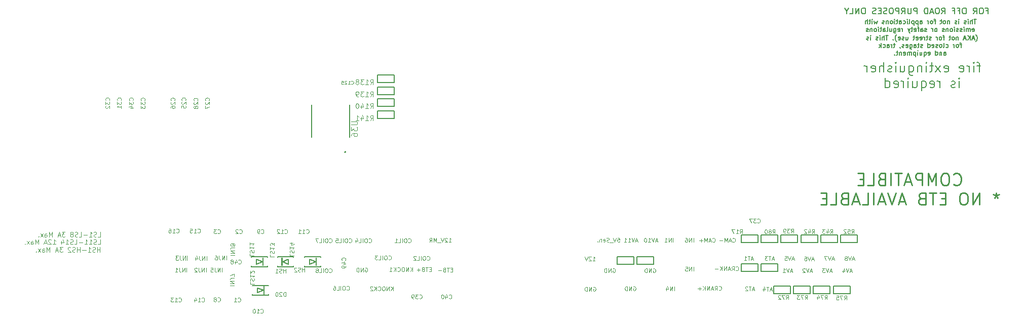
<source format=gbo>
G04 #@! TF.GenerationSoftware,KiCad,Pcbnew,(5.1.10)-1*
G04 #@! TF.CreationDate,2021-08-17T11:35:40-05:00*
G04 #@! TF.ProjectId,Proteus_Little,50726f74-6575-4735-9f4c-6974746c652e,rev?*
G04 #@! TF.SameCoordinates,Original*
G04 #@! TF.FileFunction,Legend,Bot*
G04 #@! TF.FilePolarity,Positive*
%FSLAX46Y46*%
G04 Gerber Fmt 4.6, Leading zero omitted, Abs format (unit mm)*
G04 Created by KiCad (PCBNEW (5.1.10)-1) date 2021-08-17 11:35:40*
%MOMM*%
%LPD*%
G01*
G04 APERTURE LIST*
%ADD10C,0.250000*%
%ADD11C,0.080000*%
%ADD12C,0.200000*%
%ADD13C,0.127000*%
%ADD14C,0.150000*%
%ADD15C,0.072000*%
%ADD16C,0.100000*%
%ADD17C,0.152400*%
%ADD18C,0.015000*%
%ADD19C,0.068400*%
%ADD20C,0.092900*%
%ADD21C,0.115824*%
%ADD22C,0.270256*%
%ADD23C,0.609600*%
%ADD24C,0.010000*%
%ADD25R,0.480000X1.780000*%
%ADD26O,1.800000X2.800000*%
%ADD27O,1.700000X1.700000*%
%ADD28R,1.700000X1.700000*%
%ADD29R,0.840000X0.840000*%
%ADD30C,0.840000*%
%ADD31O,1.850000X0.850000*%
%ADD32C,4.800000*%
%ADD33C,1.952400*%
%ADD34C,1.752600*%
%ADD35C,1.371600*%
%ADD36C,2.032000*%
G04 APERTURE END LIST*
D10*
X221840772Y-117864765D02*
X221936010Y-117960003D01*
X222221724Y-118055241D01*
X222412200Y-118055241D01*
X222697915Y-117960003D01*
X222888391Y-117769527D01*
X222983629Y-117579051D01*
X223078867Y-117198099D01*
X223078867Y-116912384D01*
X222983629Y-116531432D01*
X222888391Y-116340956D01*
X222697915Y-116150480D01*
X222412200Y-116055241D01*
X222221724Y-116055241D01*
X221936010Y-116150480D01*
X221840772Y-116245718D01*
X220602677Y-116055241D02*
X220221724Y-116055241D01*
X220031248Y-116150480D01*
X219840772Y-116340956D01*
X219745534Y-116721908D01*
X219745534Y-117388575D01*
X219840772Y-117769527D01*
X220031248Y-117960003D01*
X220221724Y-118055241D01*
X220602677Y-118055241D01*
X220793153Y-117960003D01*
X220983629Y-117769527D01*
X221078867Y-117388575D01*
X221078867Y-116721908D01*
X220983629Y-116340956D01*
X220793153Y-116150480D01*
X220602677Y-116055241D01*
X218888391Y-118055241D02*
X218888391Y-116055241D01*
X218221724Y-117483813D01*
X217555058Y-116055241D01*
X217555058Y-118055241D01*
X216602677Y-118055241D02*
X216602677Y-116055241D01*
X215840772Y-116055241D01*
X215650296Y-116150480D01*
X215555058Y-116245718D01*
X215459820Y-116436194D01*
X215459820Y-116721908D01*
X215555058Y-116912384D01*
X215650296Y-117007622D01*
X215840772Y-117102860D01*
X216602677Y-117102860D01*
X214697915Y-117483813D02*
X213745534Y-117483813D01*
X214888391Y-118055241D02*
X214221724Y-116055241D01*
X213555058Y-118055241D01*
X213174105Y-116055241D02*
X212031248Y-116055241D01*
X212602677Y-118055241D02*
X212602677Y-116055241D01*
X211364581Y-118055241D02*
X211364581Y-116055241D01*
X209745534Y-117007622D02*
X209459820Y-117102860D01*
X209364581Y-117198099D01*
X209269343Y-117388575D01*
X209269343Y-117674289D01*
X209364581Y-117864765D01*
X209459820Y-117960003D01*
X209650296Y-118055241D01*
X210412200Y-118055241D01*
X210412200Y-116055241D01*
X209745534Y-116055241D01*
X209555058Y-116150480D01*
X209459820Y-116245718D01*
X209364581Y-116436194D01*
X209364581Y-116626670D01*
X209459820Y-116817146D01*
X209555058Y-116912384D01*
X209745534Y-117007622D01*
X210412200Y-117007622D01*
X207459820Y-118055241D02*
X208412200Y-118055241D01*
X208412200Y-116055241D01*
X206793153Y-117007622D02*
X206126486Y-117007622D01*
X205840772Y-118055241D02*
X206793153Y-118055241D01*
X206793153Y-116055241D01*
X205840772Y-116055241D01*
X228936010Y-119305241D02*
X228936010Y-119781432D01*
X229412200Y-119590956D02*
X228936010Y-119781432D01*
X228459820Y-119590956D01*
X229221724Y-120162384D02*
X228936010Y-119781432D01*
X228650296Y-120162384D01*
X226174105Y-121305241D02*
X226174105Y-119305241D01*
X225031248Y-121305241D01*
X225031248Y-119305241D01*
X223697915Y-119305241D02*
X223316962Y-119305241D01*
X223126486Y-119400480D01*
X222936010Y-119590956D01*
X222840772Y-119971908D01*
X222840772Y-120638575D01*
X222936010Y-121019527D01*
X223126486Y-121210003D01*
X223316962Y-121305241D01*
X223697915Y-121305241D01*
X223888391Y-121210003D01*
X224078867Y-121019527D01*
X224174105Y-120638575D01*
X224174105Y-119971908D01*
X224078867Y-119590956D01*
X223888391Y-119400480D01*
X223697915Y-119305241D01*
X220459820Y-120257622D02*
X219793153Y-120257622D01*
X219507439Y-121305241D02*
X220459820Y-121305241D01*
X220459820Y-119305241D01*
X219507439Y-119305241D01*
X218936010Y-119305241D02*
X217793153Y-119305241D01*
X218364581Y-121305241D02*
X218364581Y-119305241D01*
X216459820Y-120257622D02*
X216174105Y-120352860D01*
X216078867Y-120448099D01*
X215983629Y-120638575D01*
X215983629Y-120924289D01*
X216078867Y-121114765D01*
X216174105Y-121210003D01*
X216364581Y-121305241D01*
X217126486Y-121305241D01*
X217126486Y-119305241D01*
X216459820Y-119305241D01*
X216269343Y-119400480D01*
X216174105Y-119495718D01*
X216078867Y-119686194D01*
X216078867Y-119876670D01*
X216174105Y-120067146D01*
X216269343Y-120162384D01*
X216459820Y-120257622D01*
X217126486Y-120257622D01*
X213697915Y-120733813D02*
X212745534Y-120733813D01*
X213888391Y-121305241D02*
X213221724Y-119305241D01*
X212555058Y-121305241D01*
X212174105Y-119305241D02*
X211507439Y-121305241D01*
X210840772Y-119305241D01*
X210269343Y-120733813D02*
X209316962Y-120733813D01*
X210459820Y-121305241D02*
X209793153Y-119305241D01*
X209126486Y-121305241D01*
X208459820Y-121305241D02*
X208459820Y-119305241D01*
X206555058Y-121305241D02*
X207507439Y-121305241D01*
X207507439Y-119305241D01*
X205983629Y-120733813D02*
X205031248Y-120733813D01*
X206174105Y-121305241D02*
X205507439Y-119305241D01*
X204840772Y-121305241D01*
X203507439Y-120257622D02*
X203221724Y-120352860D01*
X203126486Y-120448099D01*
X203031248Y-120638575D01*
X203031248Y-120924289D01*
X203126486Y-121114765D01*
X203221724Y-121210003D01*
X203412200Y-121305241D01*
X204174105Y-121305241D01*
X204174105Y-119305241D01*
X203507439Y-119305241D01*
X203316962Y-119400480D01*
X203221724Y-119495718D01*
X203126486Y-119686194D01*
X203126486Y-119876670D01*
X203221724Y-120067146D01*
X203316962Y-120162384D01*
X203507439Y-120257622D01*
X204174105Y-120257622D01*
X201221724Y-121305241D02*
X202174105Y-121305241D01*
X202174105Y-119305241D01*
X200555058Y-120257622D02*
X199888391Y-120257622D01*
X199602677Y-121305241D02*
X200555058Y-121305241D01*
X200555058Y-119305241D01*
X199602677Y-119305241D01*
D11*
X79196023Y-129217424D02*
X79196023Y-128417424D01*
X79196023Y-128798377D02*
X78738880Y-128798377D01*
X78738880Y-129217424D02*
X78738880Y-128417424D01*
X78396023Y-129179329D02*
X78281738Y-129217424D01*
X78091261Y-129217424D01*
X78015071Y-129179329D01*
X77976976Y-129141234D01*
X77938880Y-129065043D01*
X77938880Y-128988853D01*
X77976976Y-128912662D01*
X78015071Y-128874567D01*
X78091261Y-128836472D01*
X78243642Y-128798377D01*
X78319833Y-128760281D01*
X78357928Y-128722186D01*
X78396023Y-128645996D01*
X78396023Y-128569805D01*
X78357928Y-128493615D01*
X78319833Y-128455520D01*
X78243642Y-128417424D01*
X78053166Y-128417424D01*
X77938880Y-128455520D01*
X77176976Y-129217424D02*
X77634119Y-129217424D01*
X77405547Y-129217424D02*
X77405547Y-128417424D01*
X77481738Y-128531710D01*
X77557928Y-128607900D01*
X77634119Y-128645996D01*
X76834119Y-128912662D02*
X76224595Y-128912662D01*
X75843642Y-129217424D02*
X75843642Y-128417424D01*
X75843642Y-128798377D02*
X75386500Y-128798377D01*
X75386500Y-129217424D02*
X75386500Y-128417424D01*
X75043642Y-129179329D02*
X74929357Y-129217424D01*
X74738880Y-129217424D01*
X74662690Y-129179329D01*
X74624595Y-129141234D01*
X74586500Y-129065043D01*
X74586500Y-128988853D01*
X74624595Y-128912662D01*
X74662690Y-128874567D01*
X74738880Y-128836472D01*
X74891261Y-128798377D01*
X74967452Y-128760281D01*
X75005547Y-128722186D01*
X75043642Y-128645996D01*
X75043642Y-128569805D01*
X75005547Y-128493615D01*
X74967452Y-128455520D01*
X74891261Y-128417424D01*
X74700785Y-128417424D01*
X74586500Y-128455520D01*
X74281738Y-128493615D02*
X74243642Y-128455520D01*
X74167452Y-128417424D01*
X73976976Y-128417424D01*
X73900785Y-128455520D01*
X73862690Y-128493615D01*
X73824595Y-128569805D01*
X73824595Y-128645996D01*
X73862690Y-128760281D01*
X74319833Y-129217424D01*
X73824595Y-129217424D01*
X72948404Y-128417424D02*
X72453166Y-128417424D01*
X72719833Y-128722186D01*
X72605547Y-128722186D01*
X72529357Y-128760281D01*
X72491261Y-128798377D01*
X72453166Y-128874567D01*
X72453166Y-129065043D01*
X72491261Y-129141234D01*
X72529357Y-129179329D01*
X72605547Y-129217424D01*
X72834119Y-129217424D01*
X72910309Y-129179329D01*
X72948404Y-129141234D01*
X72148404Y-128988853D02*
X71767452Y-128988853D01*
X72224595Y-129217424D02*
X71957928Y-128417424D01*
X71691261Y-129217424D01*
X70815071Y-129217424D02*
X70815071Y-128417424D01*
X70548404Y-128988853D01*
X70281738Y-128417424D01*
X70281738Y-129217424D01*
X69557928Y-129217424D02*
X69557928Y-128798377D01*
X69596023Y-128722186D01*
X69672214Y-128684091D01*
X69824595Y-128684091D01*
X69900785Y-128722186D01*
X69557928Y-129179329D02*
X69634119Y-129217424D01*
X69824595Y-129217424D01*
X69900785Y-129179329D01*
X69938880Y-129103139D01*
X69938880Y-129026948D01*
X69900785Y-128950758D01*
X69824595Y-128912662D01*
X69634119Y-128912662D01*
X69557928Y-128874567D01*
X69253166Y-129217424D02*
X68834119Y-128684091D01*
X69253166Y-128684091D02*
X68834119Y-129217424D01*
X68529357Y-129141234D02*
X68491261Y-129179329D01*
X68529357Y-129217424D01*
X68567452Y-129179329D01*
X68529357Y-129141234D01*
X68529357Y-129217424D01*
X78822691Y-127922024D02*
X79203643Y-127922024D01*
X79203643Y-127122024D01*
X78594120Y-127883929D02*
X78479834Y-127922024D01*
X78289358Y-127922024D01*
X78213167Y-127883929D01*
X78175072Y-127845834D01*
X78136977Y-127769643D01*
X78136977Y-127693453D01*
X78175072Y-127617262D01*
X78213167Y-127579167D01*
X78289358Y-127541072D01*
X78441739Y-127502977D01*
X78517929Y-127464881D01*
X78556024Y-127426786D01*
X78594120Y-127350596D01*
X78594120Y-127274405D01*
X78556024Y-127198215D01*
X78517929Y-127160120D01*
X78441739Y-127122024D01*
X78251262Y-127122024D01*
X78136977Y-127160120D01*
X77375072Y-127922024D02*
X77832215Y-127922024D01*
X77603643Y-127922024D02*
X77603643Y-127122024D01*
X77679834Y-127236310D01*
X77756024Y-127312500D01*
X77832215Y-127350596D01*
X76613167Y-127922024D02*
X77070310Y-127922024D01*
X76841739Y-127922024D02*
X76841739Y-127122024D01*
X76917929Y-127236310D01*
X76994120Y-127312500D01*
X77070310Y-127350596D01*
X76270310Y-127617262D02*
X75660786Y-127617262D01*
X74898881Y-127922024D02*
X75279834Y-127922024D01*
X75279834Y-127122024D01*
X74670310Y-127883929D02*
X74556024Y-127922024D01*
X74365548Y-127922024D01*
X74289358Y-127883929D01*
X74251262Y-127845834D01*
X74213167Y-127769643D01*
X74213167Y-127693453D01*
X74251262Y-127617262D01*
X74289358Y-127579167D01*
X74365548Y-127541072D01*
X74517929Y-127502977D01*
X74594120Y-127464881D01*
X74632215Y-127426786D01*
X74670310Y-127350596D01*
X74670310Y-127274405D01*
X74632215Y-127198215D01*
X74594120Y-127160120D01*
X74517929Y-127122024D01*
X74327453Y-127122024D01*
X74213167Y-127160120D01*
X73451262Y-127922024D02*
X73908405Y-127922024D01*
X73679834Y-127922024D02*
X73679834Y-127122024D01*
X73756024Y-127236310D01*
X73832215Y-127312500D01*
X73908405Y-127350596D01*
X72765548Y-127388691D02*
X72765548Y-127922024D01*
X72956024Y-127083929D02*
X73146500Y-127655358D01*
X72651262Y-127655358D01*
X71317929Y-127922024D02*
X71775072Y-127922024D01*
X71546500Y-127922024D02*
X71546500Y-127122024D01*
X71622691Y-127236310D01*
X71698881Y-127312500D01*
X71775072Y-127350596D01*
X71013167Y-127198215D02*
X70975072Y-127160120D01*
X70898881Y-127122024D01*
X70708405Y-127122024D01*
X70632215Y-127160120D01*
X70594120Y-127198215D01*
X70556024Y-127274405D01*
X70556024Y-127350596D01*
X70594120Y-127464881D01*
X71051262Y-127922024D01*
X70556024Y-127922024D01*
X70251262Y-127693453D02*
X69870310Y-127693453D01*
X70327453Y-127922024D02*
X70060786Y-127122024D01*
X69794120Y-127922024D01*
X68917929Y-127922024D02*
X68917929Y-127122024D01*
X68651262Y-127693453D01*
X68384596Y-127122024D01*
X68384596Y-127922024D01*
X67660786Y-127922024D02*
X67660786Y-127502977D01*
X67698881Y-127426786D01*
X67775072Y-127388691D01*
X67927453Y-127388691D01*
X68003643Y-127426786D01*
X67660786Y-127883929D02*
X67736977Y-127922024D01*
X67927453Y-127922024D01*
X68003643Y-127883929D01*
X68041739Y-127807739D01*
X68041739Y-127731548D01*
X68003643Y-127655358D01*
X67927453Y-127617262D01*
X67736977Y-127617262D01*
X67660786Y-127579167D01*
X67356024Y-127922024D02*
X66936977Y-127388691D01*
X67356024Y-127388691D02*
X66936977Y-127922024D01*
X66632215Y-127845834D02*
X66594120Y-127883929D01*
X66632215Y-127922024D01*
X66670310Y-127883929D01*
X66632215Y-127845834D01*
X66632215Y-127922024D01*
X78835391Y-126672344D02*
X79216343Y-126672344D01*
X79216343Y-125872344D01*
X78606820Y-126634249D02*
X78492534Y-126672344D01*
X78302058Y-126672344D01*
X78225867Y-126634249D01*
X78187772Y-126596154D01*
X78149677Y-126519963D01*
X78149677Y-126443773D01*
X78187772Y-126367582D01*
X78225867Y-126329487D01*
X78302058Y-126291392D01*
X78454439Y-126253297D01*
X78530629Y-126215201D01*
X78568724Y-126177106D01*
X78606820Y-126100916D01*
X78606820Y-126024725D01*
X78568724Y-125948535D01*
X78530629Y-125910440D01*
X78454439Y-125872344D01*
X78263962Y-125872344D01*
X78149677Y-125910440D01*
X77387772Y-126672344D02*
X77844915Y-126672344D01*
X77616343Y-126672344D02*
X77616343Y-125872344D01*
X77692534Y-125986630D01*
X77768724Y-126062820D01*
X77844915Y-126100916D01*
X77044915Y-126367582D02*
X76435391Y-126367582D01*
X75673486Y-126672344D02*
X76054439Y-126672344D01*
X76054439Y-125872344D01*
X75444915Y-126634249D02*
X75330629Y-126672344D01*
X75140153Y-126672344D01*
X75063962Y-126634249D01*
X75025867Y-126596154D01*
X74987772Y-126519963D01*
X74987772Y-126443773D01*
X75025867Y-126367582D01*
X75063962Y-126329487D01*
X75140153Y-126291392D01*
X75292534Y-126253297D01*
X75368724Y-126215201D01*
X75406820Y-126177106D01*
X75444915Y-126100916D01*
X75444915Y-126024725D01*
X75406820Y-125948535D01*
X75368724Y-125910440D01*
X75292534Y-125872344D01*
X75102058Y-125872344D01*
X74987772Y-125910440D01*
X74530629Y-126215201D02*
X74606820Y-126177106D01*
X74644915Y-126139011D01*
X74683010Y-126062820D01*
X74683010Y-126024725D01*
X74644915Y-125948535D01*
X74606820Y-125910440D01*
X74530629Y-125872344D01*
X74378248Y-125872344D01*
X74302058Y-125910440D01*
X74263962Y-125948535D01*
X74225867Y-126024725D01*
X74225867Y-126062820D01*
X74263962Y-126139011D01*
X74302058Y-126177106D01*
X74378248Y-126215201D01*
X74530629Y-126215201D01*
X74606820Y-126253297D01*
X74644915Y-126291392D01*
X74683010Y-126367582D01*
X74683010Y-126519963D01*
X74644915Y-126596154D01*
X74606820Y-126634249D01*
X74530629Y-126672344D01*
X74378248Y-126672344D01*
X74302058Y-126634249D01*
X74263962Y-126596154D01*
X74225867Y-126519963D01*
X74225867Y-126367582D01*
X74263962Y-126291392D01*
X74302058Y-126253297D01*
X74378248Y-126215201D01*
X73349677Y-125872344D02*
X72854439Y-125872344D01*
X73121105Y-126177106D01*
X73006820Y-126177106D01*
X72930629Y-126215201D01*
X72892534Y-126253297D01*
X72854439Y-126329487D01*
X72854439Y-126519963D01*
X72892534Y-126596154D01*
X72930629Y-126634249D01*
X73006820Y-126672344D01*
X73235391Y-126672344D01*
X73311581Y-126634249D01*
X73349677Y-126596154D01*
X72549677Y-126443773D02*
X72168724Y-126443773D01*
X72625867Y-126672344D02*
X72359200Y-125872344D01*
X72092534Y-126672344D01*
X71216343Y-126672344D02*
X71216343Y-125872344D01*
X70949677Y-126443773D01*
X70683010Y-125872344D01*
X70683010Y-126672344D01*
X69959200Y-126672344D02*
X69959200Y-126253297D01*
X69997296Y-126177106D01*
X70073486Y-126139011D01*
X70225867Y-126139011D01*
X70302058Y-126177106D01*
X69959200Y-126634249D02*
X70035391Y-126672344D01*
X70225867Y-126672344D01*
X70302058Y-126634249D01*
X70340153Y-126558059D01*
X70340153Y-126481868D01*
X70302058Y-126405678D01*
X70225867Y-126367582D01*
X70035391Y-126367582D01*
X69959200Y-126329487D01*
X69654439Y-126672344D02*
X69235391Y-126139011D01*
X69654439Y-126139011D02*
X69235391Y-126672344D01*
X68930629Y-126596154D02*
X68892534Y-126634249D01*
X68930629Y-126672344D01*
X68968724Y-126634249D01*
X68930629Y-126596154D01*
X68930629Y-126672344D01*
D12*
X226350880Y-98052142D02*
X225741357Y-98052142D01*
X226122309Y-99118809D02*
X226122309Y-97747380D01*
X226046119Y-97595000D01*
X225893738Y-97518809D01*
X225741357Y-97518809D01*
X225208023Y-99118809D02*
X225208023Y-98052142D01*
X225208023Y-97518809D02*
X225284214Y-97595000D01*
X225208023Y-97671190D01*
X225131833Y-97595000D01*
X225208023Y-97518809D01*
X225208023Y-97671190D01*
X224446119Y-99118809D02*
X224446119Y-98052142D01*
X224446119Y-98356904D02*
X224369928Y-98204523D01*
X224293738Y-98128333D01*
X224141357Y-98052142D01*
X223988976Y-98052142D01*
X222846119Y-99042619D02*
X222998500Y-99118809D01*
X223303261Y-99118809D01*
X223455642Y-99042619D01*
X223531833Y-98890238D01*
X223531833Y-98280714D01*
X223455642Y-98128333D01*
X223303261Y-98052142D01*
X222998500Y-98052142D01*
X222846119Y-98128333D01*
X222769928Y-98280714D01*
X222769928Y-98433095D01*
X223531833Y-98585476D01*
X220255642Y-99042619D02*
X220408023Y-99118809D01*
X220712785Y-99118809D01*
X220865166Y-99042619D01*
X220941357Y-98890238D01*
X220941357Y-98280714D01*
X220865166Y-98128333D01*
X220712785Y-98052142D01*
X220408023Y-98052142D01*
X220255642Y-98128333D01*
X220179452Y-98280714D01*
X220179452Y-98433095D01*
X220941357Y-98585476D01*
X219646119Y-99118809D02*
X218808023Y-98052142D01*
X219646119Y-98052142D02*
X218808023Y-99118809D01*
X218427071Y-98052142D02*
X217817547Y-98052142D01*
X218198500Y-97518809D02*
X218198500Y-98890238D01*
X218122309Y-99042619D01*
X217969928Y-99118809D01*
X217817547Y-99118809D01*
X217284214Y-99118809D02*
X217284214Y-98052142D01*
X217284214Y-97518809D02*
X217360404Y-97595000D01*
X217284214Y-97671190D01*
X217208023Y-97595000D01*
X217284214Y-97518809D01*
X217284214Y-97671190D01*
X216522309Y-98052142D02*
X216522309Y-99118809D01*
X216522309Y-98204523D02*
X216446119Y-98128333D01*
X216293738Y-98052142D01*
X216065166Y-98052142D01*
X215912785Y-98128333D01*
X215836595Y-98280714D01*
X215836595Y-99118809D01*
X214388976Y-98052142D02*
X214388976Y-99347380D01*
X214465166Y-99499761D01*
X214541357Y-99575952D01*
X214693738Y-99652142D01*
X214922309Y-99652142D01*
X215074690Y-99575952D01*
X214388976Y-99042619D02*
X214541357Y-99118809D01*
X214846119Y-99118809D01*
X214998500Y-99042619D01*
X215074690Y-98966428D01*
X215150880Y-98814047D01*
X215150880Y-98356904D01*
X215074690Y-98204523D01*
X214998500Y-98128333D01*
X214846119Y-98052142D01*
X214541357Y-98052142D01*
X214388976Y-98128333D01*
X212941357Y-98052142D02*
X212941357Y-99118809D01*
X213627071Y-98052142D02*
X213627071Y-98890238D01*
X213550880Y-99042619D01*
X213398500Y-99118809D01*
X213169928Y-99118809D01*
X213017547Y-99042619D01*
X212941357Y-98966428D01*
X212179452Y-99118809D02*
X212179452Y-98052142D01*
X212179452Y-97518809D02*
X212255642Y-97595000D01*
X212179452Y-97671190D01*
X212103261Y-97595000D01*
X212179452Y-97518809D01*
X212179452Y-97671190D01*
X211493738Y-99042619D02*
X211341357Y-99118809D01*
X211036595Y-99118809D01*
X210884214Y-99042619D01*
X210808023Y-98890238D01*
X210808023Y-98814047D01*
X210884214Y-98661666D01*
X211036595Y-98585476D01*
X211265166Y-98585476D01*
X211417547Y-98509285D01*
X211493738Y-98356904D01*
X211493738Y-98280714D01*
X211417547Y-98128333D01*
X211265166Y-98052142D01*
X211036595Y-98052142D01*
X210884214Y-98128333D01*
X210122309Y-99118809D02*
X210122309Y-97518809D01*
X209436595Y-99118809D02*
X209436595Y-98280714D01*
X209512785Y-98128333D01*
X209665166Y-98052142D01*
X209893738Y-98052142D01*
X210046119Y-98128333D01*
X210122309Y-98204523D01*
X208065166Y-99042619D02*
X208217547Y-99118809D01*
X208522309Y-99118809D01*
X208674690Y-99042619D01*
X208750880Y-98890238D01*
X208750880Y-98280714D01*
X208674690Y-98128333D01*
X208522309Y-98052142D01*
X208217547Y-98052142D01*
X208065166Y-98128333D01*
X207988976Y-98280714D01*
X207988976Y-98433095D01*
X208750880Y-98585476D01*
X207303261Y-99118809D02*
X207303261Y-98052142D01*
X207303261Y-98356904D02*
X207227071Y-98204523D01*
X207150880Y-98128333D01*
X206998500Y-98052142D01*
X206846119Y-98052142D01*
X222769928Y-101718809D02*
X222769928Y-100652142D01*
X222769928Y-100118809D02*
X222846119Y-100195000D01*
X222769928Y-100271190D01*
X222693738Y-100195000D01*
X222769928Y-100118809D01*
X222769928Y-100271190D01*
X222084214Y-101642619D02*
X221931833Y-101718809D01*
X221627071Y-101718809D01*
X221474690Y-101642619D01*
X221398500Y-101490238D01*
X221398500Y-101414047D01*
X221474690Y-101261666D01*
X221627071Y-101185476D01*
X221855642Y-101185476D01*
X222008023Y-101109285D01*
X222084214Y-100956904D01*
X222084214Y-100880714D01*
X222008023Y-100728333D01*
X221855642Y-100652142D01*
X221627071Y-100652142D01*
X221474690Y-100728333D01*
X219493738Y-101718809D02*
X219493738Y-100652142D01*
X219493738Y-100956904D02*
X219417547Y-100804523D01*
X219341357Y-100728333D01*
X219188976Y-100652142D01*
X219036595Y-100652142D01*
X217893738Y-101642619D02*
X218046119Y-101718809D01*
X218350880Y-101718809D01*
X218503261Y-101642619D01*
X218579452Y-101490238D01*
X218579452Y-100880714D01*
X218503261Y-100728333D01*
X218350880Y-100652142D01*
X218046119Y-100652142D01*
X217893738Y-100728333D01*
X217817547Y-100880714D01*
X217817547Y-101033095D01*
X218579452Y-101185476D01*
X216446119Y-100652142D02*
X216446119Y-102252142D01*
X216446119Y-101642619D02*
X216598500Y-101718809D01*
X216903261Y-101718809D01*
X217055642Y-101642619D01*
X217131833Y-101566428D01*
X217208023Y-101414047D01*
X217208023Y-100956904D01*
X217131833Y-100804523D01*
X217055642Y-100728333D01*
X216903261Y-100652142D01*
X216598500Y-100652142D01*
X216446119Y-100728333D01*
X214998500Y-100652142D02*
X214998500Y-101718809D01*
X215684214Y-100652142D02*
X215684214Y-101490238D01*
X215608023Y-101642619D01*
X215455642Y-101718809D01*
X215227071Y-101718809D01*
X215074690Y-101642619D01*
X214998500Y-101566428D01*
X214236595Y-101718809D02*
X214236595Y-100652142D01*
X214236595Y-100118809D02*
X214312785Y-100195000D01*
X214236595Y-100271190D01*
X214160404Y-100195000D01*
X214236595Y-100118809D01*
X214236595Y-100271190D01*
X213474690Y-101718809D02*
X213474690Y-100652142D01*
X213474690Y-100956904D02*
X213398500Y-100804523D01*
X213322309Y-100728333D01*
X213169928Y-100652142D01*
X213017547Y-100652142D01*
X211874690Y-101642619D02*
X212027071Y-101718809D01*
X212331833Y-101718809D01*
X212484214Y-101642619D01*
X212560404Y-101490238D01*
X212560404Y-100880714D01*
X212484214Y-100728333D01*
X212331833Y-100652142D01*
X212027071Y-100652142D01*
X211874690Y-100728333D01*
X211798500Y-100880714D01*
X211798500Y-101033095D01*
X212560404Y-101185476D01*
X210427071Y-101718809D02*
X210427071Y-100118809D01*
X210427071Y-101642619D02*
X210579452Y-101718809D01*
X210884214Y-101718809D01*
X211036595Y-101642619D01*
X211112785Y-101566428D01*
X211188976Y-101414047D01*
X211188976Y-100956904D01*
X211112785Y-100804523D01*
X211036595Y-100728333D01*
X210884214Y-100652142D01*
X210579452Y-100652142D01*
X210427071Y-100728333D01*
D13*
X220192600Y-96267814D02*
X220192600Y-95868671D01*
X220228885Y-95796100D01*
X220301457Y-95759814D01*
X220446600Y-95759814D01*
X220519171Y-95796100D01*
X220192600Y-96231528D02*
X220265171Y-96267814D01*
X220446600Y-96267814D01*
X220519171Y-96231528D01*
X220555457Y-96158957D01*
X220555457Y-96086385D01*
X220519171Y-96013814D01*
X220446600Y-95977528D01*
X220265171Y-95977528D01*
X220192600Y-95941242D01*
X219829742Y-95759814D02*
X219829742Y-96267814D01*
X219829742Y-95832385D02*
X219793457Y-95796100D01*
X219720885Y-95759814D01*
X219612028Y-95759814D01*
X219539457Y-95796100D01*
X219503171Y-95868671D01*
X219503171Y-96267814D01*
X218813742Y-96267814D02*
X218813742Y-95505814D01*
X218813742Y-96231528D02*
X218886314Y-96267814D01*
X219031457Y-96267814D01*
X219104028Y-96231528D01*
X219140314Y-96195242D01*
X219176600Y-96122671D01*
X219176600Y-95904957D01*
X219140314Y-95832385D01*
X219104028Y-95796100D01*
X219031457Y-95759814D01*
X218886314Y-95759814D01*
X218813742Y-95796100D01*
X217580028Y-96231528D02*
X217652600Y-96267814D01*
X217797742Y-96267814D01*
X217870314Y-96231528D01*
X217906600Y-96158957D01*
X217906600Y-95868671D01*
X217870314Y-95796100D01*
X217797742Y-95759814D01*
X217652600Y-95759814D01*
X217580028Y-95796100D01*
X217543742Y-95868671D01*
X217543742Y-95941242D01*
X217906600Y-96013814D01*
X216890600Y-95759814D02*
X216890600Y-96521814D01*
X216890600Y-96231528D02*
X216963171Y-96267814D01*
X217108314Y-96267814D01*
X217180885Y-96231528D01*
X217217171Y-96195242D01*
X217253457Y-96122671D01*
X217253457Y-95904957D01*
X217217171Y-95832385D01*
X217180885Y-95796100D01*
X217108314Y-95759814D01*
X216963171Y-95759814D01*
X216890600Y-95796100D01*
X216201171Y-95759814D02*
X216201171Y-96267814D01*
X216527742Y-95759814D02*
X216527742Y-96158957D01*
X216491457Y-96231528D01*
X216418885Y-96267814D01*
X216310028Y-96267814D01*
X216237457Y-96231528D01*
X216201171Y-96195242D01*
X215838314Y-96267814D02*
X215838314Y-95759814D01*
X215838314Y-95505814D02*
X215874600Y-95542100D01*
X215838314Y-95578385D01*
X215802028Y-95542100D01*
X215838314Y-95505814D01*
X215838314Y-95578385D01*
X215475457Y-95759814D02*
X215475457Y-96521814D01*
X215475457Y-95796100D02*
X215402885Y-95759814D01*
X215257742Y-95759814D01*
X215185171Y-95796100D01*
X215148885Y-95832385D01*
X215112600Y-95904957D01*
X215112600Y-96122671D01*
X215148885Y-96195242D01*
X215185171Y-96231528D01*
X215257742Y-96267814D01*
X215402885Y-96267814D01*
X215475457Y-96231528D01*
X214786028Y-96267814D02*
X214786028Y-95759814D01*
X214786028Y-95832385D02*
X214749742Y-95796100D01*
X214677171Y-95759814D01*
X214568314Y-95759814D01*
X214495742Y-95796100D01*
X214459457Y-95868671D01*
X214459457Y-96267814D01*
X214459457Y-95868671D02*
X214423171Y-95796100D01*
X214350600Y-95759814D01*
X214241742Y-95759814D01*
X214169171Y-95796100D01*
X214132885Y-95868671D01*
X214132885Y-96267814D01*
X213479742Y-96231528D02*
X213552314Y-96267814D01*
X213697457Y-96267814D01*
X213770028Y-96231528D01*
X213806314Y-96158957D01*
X213806314Y-95868671D01*
X213770028Y-95796100D01*
X213697457Y-95759814D01*
X213552314Y-95759814D01*
X213479742Y-95796100D01*
X213443457Y-95868671D01*
X213443457Y-95941242D01*
X213806314Y-96013814D01*
X213116885Y-95759814D02*
X213116885Y-96267814D01*
X213116885Y-95832385D02*
X213080600Y-95796100D01*
X213008028Y-95759814D01*
X212899171Y-95759814D01*
X212826600Y-95796100D01*
X212790314Y-95868671D01*
X212790314Y-96267814D01*
X212536314Y-95759814D02*
X212246028Y-95759814D01*
X212427457Y-95505814D02*
X212427457Y-96158957D01*
X212391171Y-96231528D01*
X212318600Y-96267814D01*
X212246028Y-96267814D01*
X211992028Y-96195242D02*
X211955742Y-96231528D01*
X211992028Y-96267814D01*
X212028314Y-96231528D01*
X211992028Y-96195242D01*
X211992028Y-96267814D01*
X223168028Y-94489814D02*
X222877742Y-94489814D01*
X223059171Y-94997814D02*
X223059171Y-94344671D01*
X223022885Y-94272100D01*
X222950314Y-94235814D01*
X222877742Y-94235814D01*
X222514885Y-94997814D02*
X222587457Y-94961528D01*
X222623742Y-94925242D01*
X222660028Y-94852671D01*
X222660028Y-94634957D01*
X222623742Y-94562385D01*
X222587457Y-94526100D01*
X222514885Y-94489814D01*
X222406028Y-94489814D01*
X222333457Y-94526100D01*
X222297171Y-94562385D01*
X222260885Y-94634957D01*
X222260885Y-94852671D01*
X222297171Y-94925242D01*
X222333457Y-94961528D01*
X222406028Y-94997814D01*
X222514885Y-94997814D01*
X221934314Y-94997814D02*
X221934314Y-94489814D01*
X221934314Y-94634957D02*
X221898028Y-94562385D01*
X221861742Y-94526100D01*
X221789171Y-94489814D01*
X221716600Y-94489814D01*
X220555457Y-94961528D02*
X220628028Y-94997814D01*
X220773171Y-94997814D01*
X220845742Y-94961528D01*
X220882028Y-94925242D01*
X220918314Y-94852671D01*
X220918314Y-94634957D01*
X220882028Y-94562385D01*
X220845742Y-94526100D01*
X220773171Y-94489814D01*
X220628028Y-94489814D01*
X220555457Y-94526100D01*
X220120028Y-94997814D02*
X220192600Y-94961528D01*
X220228885Y-94888957D01*
X220228885Y-94235814D01*
X219720885Y-94997814D02*
X219793457Y-94961528D01*
X219829742Y-94925242D01*
X219866028Y-94852671D01*
X219866028Y-94634957D01*
X219829742Y-94562385D01*
X219793457Y-94526100D01*
X219720885Y-94489814D01*
X219612028Y-94489814D01*
X219539457Y-94526100D01*
X219503171Y-94562385D01*
X219466885Y-94634957D01*
X219466885Y-94852671D01*
X219503171Y-94925242D01*
X219539457Y-94961528D01*
X219612028Y-94997814D01*
X219720885Y-94997814D01*
X219176600Y-94961528D02*
X219104028Y-94997814D01*
X218958885Y-94997814D01*
X218886314Y-94961528D01*
X218850028Y-94888957D01*
X218850028Y-94852671D01*
X218886314Y-94780100D01*
X218958885Y-94743814D01*
X219067742Y-94743814D01*
X219140314Y-94707528D01*
X219176600Y-94634957D01*
X219176600Y-94598671D01*
X219140314Y-94526100D01*
X219067742Y-94489814D01*
X218958885Y-94489814D01*
X218886314Y-94526100D01*
X218233171Y-94961528D02*
X218305742Y-94997814D01*
X218450885Y-94997814D01*
X218523457Y-94961528D01*
X218559742Y-94888957D01*
X218559742Y-94598671D01*
X218523457Y-94526100D01*
X218450885Y-94489814D01*
X218305742Y-94489814D01*
X218233171Y-94526100D01*
X218196885Y-94598671D01*
X218196885Y-94671242D01*
X218559742Y-94743814D01*
X217543742Y-94997814D02*
X217543742Y-94235814D01*
X217543742Y-94961528D02*
X217616314Y-94997814D01*
X217761457Y-94997814D01*
X217834028Y-94961528D01*
X217870314Y-94925242D01*
X217906600Y-94852671D01*
X217906600Y-94634957D01*
X217870314Y-94562385D01*
X217834028Y-94526100D01*
X217761457Y-94489814D01*
X217616314Y-94489814D01*
X217543742Y-94526100D01*
X216636600Y-94961528D02*
X216564028Y-94997814D01*
X216418885Y-94997814D01*
X216346314Y-94961528D01*
X216310028Y-94888957D01*
X216310028Y-94852671D01*
X216346314Y-94780100D01*
X216418885Y-94743814D01*
X216527742Y-94743814D01*
X216600314Y-94707528D01*
X216636600Y-94634957D01*
X216636600Y-94598671D01*
X216600314Y-94526100D01*
X216527742Y-94489814D01*
X216418885Y-94489814D01*
X216346314Y-94526100D01*
X216092314Y-94489814D02*
X215802028Y-94489814D01*
X215983457Y-94235814D02*
X215983457Y-94888957D01*
X215947171Y-94961528D01*
X215874600Y-94997814D01*
X215802028Y-94997814D01*
X215221457Y-94997814D02*
X215221457Y-94598671D01*
X215257742Y-94526100D01*
X215330314Y-94489814D01*
X215475457Y-94489814D01*
X215548028Y-94526100D01*
X215221457Y-94961528D02*
X215294028Y-94997814D01*
X215475457Y-94997814D01*
X215548028Y-94961528D01*
X215584314Y-94888957D01*
X215584314Y-94816385D01*
X215548028Y-94743814D01*
X215475457Y-94707528D01*
X215294028Y-94707528D01*
X215221457Y-94671242D01*
X214532028Y-94489814D02*
X214532028Y-95106671D01*
X214568314Y-95179242D01*
X214604600Y-95215528D01*
X214677171Y-95251814D01*
X214786028Y-95251814D01*
X214858600Y-95215528D01*
X214532028Y-94961528D02*
X214604600Y-94997814D01*
X214749742Y-94997814D01*
X214822314Y-94961528D01*
X214858600Y-94925242D01*
X214894885Y-94852671D01*
X214894885Y-94634957D01*
X214858600Y-94562385D01*
X214822314Y-94526100D01*
X214749742Y-94489814D01*
X214604600Y-94489814D01*
X214532028Y-94526100D01*
X213878885Y-94961528D02*
X213951457Y-94997814D01*
X214096600Y-94997814D01*
X214169171Y-94961528D01*
X214205457Y-94888957D01*
X214205457Y-94598671D01*
X214169171Y-94526100D01*
X214096600Y-94489814D01*
X213951457Y-94489814D01*
X213878885Y-94526100D01*
X213842600Y-94598671D01*
X213842600Y-94671242D01*
X214205457Y-94743814D01*
X213552314Y-94961528D02*
X213479742Y-94997814D01*
X213334600Y-94997814D01*
X213262028Y-94961528D01*
X213225742Y-94888957D01*
X213225742Y-94852671D01*
X213262028Y-94780100D01*
X213334600Y-94743814D01*
X213443457Y-94743814D01*
X213516028Y-94707528D01*
X213552314Y-94634957D01*
X213552314Y-94598671D01*
X213516028Y-94526100D01*
X213443457Y-94489814D01*
X213334600Y-94489814D01*
X213262028Y-94526100D01*
X212862885Y-94961528D02*
X212862885Y-94997814D01*
X212899171Y-95070385D01*
X212935457Y-95106671D01*
X212064600Y-94489814D02*
X211774314Y-94489814D01*
X211955742Y-94235814D02*
X211955742Y-94888957D01*
X211919457Y-94961528D01*
X211846885Y-94997814D01*
X211774314Y-94997814D01*
X211520314Y-94997814D02*
X211520314Y-94489814D01*
X211520314Y-94634957D02*
X211484028Y-94562385D01*
X211447742Y-94526100D01*
X211375171Y-94489814D01*
X211302600Y-94489814D01*
X210722028Y-94997814D02*
X210722028Y-94598671D01*
X210758314Y-94526100D01*
X210830885Y-94489814D01*
X210976028Y-94489814D01*
X211048600Y-94526100D01*
X210722028Y-94961528D02*
X210794600Y-94997814D01*
X210976028Y-94997814D01*
X211048600Y-94961528D01*
X211084885Y-94888957D01*
X211084885Y-94816385D01*
X211048600Y-94743814D01*
X210976028Y-94707528D01*
X210794600Y-94707528D01*
X210722028Y-94671242D01*
X210032600Y-94961528D02*
X210105171Y-94997814D01*
X210250314Y-94997814D01*
X210322885Y-94961528D01*
X210359171Y-94925242D01*
X210395457Y-94852671D01*
X210395457Y-94634957D01*
X210359171Y-94562385D01*
X210322885Y-94526100D01*
X210250314Y-94489814D01*
X210105171Y-94489814D01*
X210032600Y-94526100D01*
X209706028Y-94997814D02*
X209706028Y-94235814D01*
X209633457Y-94707528D02*
X209415742Y-94997814D01*
X209415742Y-94489814D02*
X209706028Y-94780100D01*
X225544742Y-94030800D02*
X225581028Y-93994514D01*
X225653600Y-93885657D01*
X225689885Y-93813085D01*
X225726171Y-93704228D01*
X225762457Y-93522800D01*
X225762457Y-93377657D01*
X225726171Y-93196228D01*
X225689885Y-93087371D01*
X225653600Y-93014800D01*
X225581028Y-92905942D01*
X225544742Y-92869657D01*
X225290742Y-93522800D02*
X224927885Y-93522800D01*
X225363314Y-93740514D02*
X225109314Y-92978514D01*
X224855314Y-93740514D01*
X224601314Y-93740514D02*
X224601314Y-92978514D01*
X224165885Y-93740514D02*
X224492457Y-93305085D01*
X224165885Y-92978514D02*
X224601314Y-93413942D01*
X223875600Y-93522800D02*
X223512742Y-93522800D01*
X223948171Y-93740514D02*
X223694171Y-92978514D01*
X223440171Y-93740514D01*
X222605600Y-93232514D02*
X222605600Y-93740514D01*
X222605600Y-93305085D02*
X222569314Y-93268800D01*
X222496742Y-93232514D01*
X222387885Y-93232514D01*
X222315314Y-93268800D01*
X222279028Y-93341371D01*
X222279028Y-93740514D01*
X221807314Y-93740514D02*
X221879885Y-93704228D01*
X221916171Y-93667942D01*
X221952457Y-93595371D01*
X221952457Y-93377657D01*
X221916171Y-93305085D01*
X221879885Y-93268800D01*
X221807314Y-93232514D01*
X221698457Y-93232514D01*
X221625885Y-93268800D01*
X221589600Y-93305085D01*
X221553314Y-93377657D01*
X221553314Y-93595371D01*
X221589600Y-93667942D01*
X221625885Y-93704228D01*
X221698457Y-93740514D01*
X221807314Y-93740514D01*
X221335600Y-93232514D02*
X221045314Y-93232514D01*
X221226742Y-92978514D02*
X221226742Y-93631657D01*
X221190457Y-93704228D01*
X221117885Y-93740514D01*
X221045314Y-93740514D01*
X220319600Y-93232514D02*
X220029314Y-93232514D01*
X220210742Y-93740514D02*
X220210742Y-93087371D01*
X220174457Y-93014800D01*
X220101885Y-92978514D01*
X220029314Y-92978514D01*
X219666457Y-93740514D02*
X219739028Y-93704228D01*
X219775314Y-93667942D01*
X219811600Y-93595371D01*
X219811600Y-93377657D01*
X219775314Y-93305085D01*
X219739028Y-93268800D01*
X219666457Y-93232514D01*
X219557600Y-93232514D01*
X219485028Y-93268800D01*
X219448742Y-93305085D01*
X219412457Y-93377657D01*
X219412457Y-93595371D01*
X219448742Y-93667942D01*
X219485028Y-93704228D01*
X219557600Y-93740514D01*
X219666457Y-93740514D01*
X219085885Y-93740514D02*
X219085885Y-93232514D01*
X219085885Y-93377657D02*
X219049600Y-93305085D01*
X219013314Y-93268800D01*
X218940742Y-93232514D01*
X218868171Y-93232514D01*
X218069885Y-93704228D02*
X217997314Y-93740514D01*
X217852171Y-93740514D01*
X217779600Y-93704228D01*
X217743314Y-93631657D01*
X217743314Y-93595371D01*
X217779600Y-93522800D01*
X217852171Y-93486514D01*
X217961028Y-93486514D01*
X218033600Y-93450228D01*
X218069885Y-93377657D01*
X218069885Y-93341371D01*
X218033600Y-93268800D01*
X217961028Y-93232514D01*
X217852171Y-93232514D01*
X217779600Y-93268800D01*
X217525600Y-93232514D02*
X217235314Y-93232514D01*
X217416742Y-92978514D02*
X217416742Y-93631657D01*
X217380457Y-93704228D01*
X217307885Y-93740514D01*
X217235314Y-93740514D01*
X216981314Y-93740514D02*
X216981314Y-93232514D01*
X216981314Y-93377657D02*
X216945028Y-93305085D01*
X216908742Y-93268800D01*
X216836171Y-93232514D01*
X216763600Y-93232514D01*
X216219314Y-93704228D02*
X216291885Y-93740514D01*
X216437028Y-93740514D01*
X216509600Y-93704228D01*
X216545885Y-93631657D01*
X216545885Y-93341371D01*
X216509600Y-93268800D01*
X216437028Y-93232514D01*
X216291885Y-93232514D01*
X216219314Y-93268800D01*
X216183028Y-93341371D01*
X216183028Y-93413942D01*
X216545885Y-93486514D01*
X215566171Y-93704228D02*
X215638742Y-93740514D01*
X215783885Y-93740514D01*
X215856457Y-93704228D01*
X215892742Y-93631657D01*
X215892742Y-93341371D01*
X215856457Y-93268800D01*
X215783885Y-93232514D01*
X215638742Y-93232514D01*
X215566171Y-93268800D01*
X215529885Y-93341371D01*
X215529885Y-93413942D01*
X215892742Y-93486514D01*
X215312171Y-93232514D02*
X215021885Y-93232514D01*
X215203314Y-92978514D02*
X215203314Y-93631657D01*
X215167028Y-93704228D01*
X215094457Y-93740514D01*
X215021885Y-93740514D01*
X213860742Y-93232514D02*
X213860742Y-93740514D01*
X214187314Y-93232514D02*
X214187314Y-93631657D01*
X214151028Y-93704228D01*
X214078457Y-93740514D01*
X213969600Y-93740514D01*
X213897028Y-93704228D01*
X213860742Y-93667942D01*
X213534171Y-93704228D02*
X213461600Y-93740514D01*
X213316457Y-93740514D01*
X213243885Y-93704228D01*
X213207600Y-93631657D01*
X213207600Y-93595371D01*
X213243885Y-93522800D01*
X213316457Y-93486514D01*
X213425314Y-93486514D01*
X213497885Y-93450228D01*
X213534171Y-93377657D01*
X213534171Y-93341371D01*
X213497885Y-93268800D01*
X213425314Y-93232514D01*
X213316457Y-93232514D01*
X213243885Y-93268800D01*
X212590742Y-93704228D02*
X212663314Y-93740514D01*
X212808457Y-93740514D01*
X212881028Y-93704228D01*
X212917314Y-93631657D01*
X212917314Y-93341371D01*
X212881028Y-93268800D01*
X212808457Y-93232514D01*
X212663314Y-93232514D01*
X212590742Y-93268800D01*
X212554457Y-93341371D01*
X212554457Y-93413942D01*
X212917314Y-93486514D01*
X212300457Y-94030800D02*
X212264171Y-93994514D01*
X212191600Y-93885657D01*
X212155314Y-93813085D01*
X212119028Y-93704228D01*
X212082742Y-93522800D01*
X212082742Y-93377657D01*
X212119028Y-93196228D01*
X212155314Y-93087371D01*
X212191600Y-93014800D01*
X212264171Y-92905942D01*
X212300457Y-92869657D01*
X211719885Y-93667942D02*
X211683600Y-93704228D01*
X211719885Y-93740514D01*
X211756171Y-93704228D01*
X211719885Y-93667942D01*
X211719885Y-93740514D01*
X210885314Y-92978514D02*
X210449885Y-92978514D01*
X210667600Y-93740514D02*
X210667600Y-92978514D01*
X210195885Y-93740514D02*
X210195885Y-92978514D01*
X209869314Y-93740514D02*
X209869314Y-93341371D01*
X209905600Y-93268800D01*
X209978171Y-93232514D01*
X210087028Y-93232514D01*
X210159600Y-93268800D01*
X210195885Y-93305085D01*
X209506457Y-93740514D02*
X209506457Y-93232514D01*
X209506457Y-92978514D02*
X209542742Y-93014800D01*
X209506457Y-93051085D01*
X209470171Y-93014800D01*
X209506457Y-92978514D01*
X209506457Y-93051085D01*
X209179885Y-93704228D02*
X209107314Y-93740514D01*
X208962171Y-93740514D01*
X208889600Y-93704228D01*
X208853314Y-93631657D01*
X208853314Y-93595371D01*
X208889600Y-93522800D01*
X208962171Y-93486514D01*
X209071028Y-93486514D01*
X209143600Y-93450228D01*
X209179885Y-93377657D01*
X209179885Y-93341371D01*
X209143600Y-93268800D01*
X209071028Y-93232514D01*
X208962171Y-93232514D01*
X208889600Y-93268800D01*
X207946171Y-93740514D02*
X207946171Y-93232514D01*
X207946171Y-92978514D02*
X207982457Y-93014800D01*
X207946171Y-93051085D01*
X207909885Y-93014800D01*
X207946171Y-92978514D01*
X207946171Y-93051085D01*
X207619600Y-93704228D02*
X207547028Y-93740514D01*
X207401885Y-93740514D01*
X207329314Y-93704228D01*
X207293028Y-93631657D01*
X207293028Y-93595371D01*
X207329314Y-93522800D01*
X207401885Y-93486514D01*
X207510742Y-93486514D01*
X207583314Y-93450228D01*
X207619600Y-93377657D01*
X207619600Y-93341371D01*
X207583314Y-93268800D01*
X207510742Y-93232514D01*
X207401885Y-93232514D01*
X207329314Y-93268800D01*
X224946028Y-92319928D02*
X225018600Y-92356214D01*
X225163742Y-92356214D01*
X225236314Y-92319928D01*
X225272600Y-92247357D01*
X225272600Y-91957071D01*
X225236314Y-91884500D01*
X225163742Y-91848214D01*
X225018600Y-91848214D01*
X224946028Y-91884500D01*
X224909742Y-91957071D01*
X224909742Y-92029642D01*
X225272600Y-92102214D01*
X224583171Y-92356214D02*
X224583171Y-91848214D01*
X224583171Y-91920785D02*
X224546885Y-91884500D01*
X224474314Y-91848214D01*
X224365457Y-91848214D01*
X224292885Y-91884500D01*
X224256600Y-91957071D01*
X224256600Y-92356214D01*
X224256600Y-91957071D02*
X224220314Y-91884500D01*
X224147742Y-91848214D01*
X224038885Y-91848214D01*
X223966314Y-91884500D01*
X223930028Y-91957071D01*
X223930028Y-92356214D01*
X223567171Y-92356214D02*
X223567171Y-91848214D01*
X223567171Y-91594214D02*
X223603457Y-91630500D01*
X223567171Y-91666785D01*
X223530885Y-91630500D01*
X223567171Y-91594214D01*
X223567171Y-91666785D01*
X223240600Y-92319928D02*
X223168028Y-92356214D01*
X223022885Y-92356214D01*
X222950314Y-92319928D01*
X222914028Y-92247357D01*
X222914028Y-92211071D01*
X222950314Y-92138500D01*
X223022885Y-92102214D01*
X223131742Y-92102214D01*
X223204314Y-92065928D01*
X223240600Y-91993357D01*
X223240600Y-91957071D01*
X223204314Y-91884500D01*
X223131742Y-91848214D01*
X223022885Y-91848214D01*
X222950314Y-91884500D01*
X222623742Y-92319928D02*
X222551171Y-92356214D01*
X222406028Y-92356214D01*
X222333457Y-92319928D01*
X222297171Y-92247357D01*
X222297171Y-92211071D01*
X222333457Y-92138500D01*
X222406028Y-92102214D01*
X222514885Y-92102214D01*
X222587457Y-92065928D01*
X222623742Y-91993357D01*
X222623742Y-91957071D01*
X222587457Y-91884500D01*
X222514885Y-91848214D01*
X222406028Y-91848214D01*
X222333457Y-91884500D01*
X221970600Y-92356214D02*
X221970600Y-91848214D01*
X221970600Y-91594214D02*
X222006885Y-91630500D01*
X221970600Y-91666785D01*
X221934314Y-91630500D01*
X221970600Y-91594214D01*
X221970600Y-91666785D01*
X221498885Y-92356214D02*
X221571457Y-92319928D01*
X221607742Y-92283642D01*
X221644028Y-92211071D01*
X221644028Y-91993357D01*
X221607742Y-91920785D01*
X221571457Y-91884500D01*
X221498885Y-91848214D01*
X221390028Y-91848214D01*
X221317457Y-91884500D01*
X221281171Y-91920785D01*
X221244885Y-91993357D01*
X221244885Y-92211071D01*
X221281171Y-92283642D01*
X221317457Y-92319928D01*
X221390028Y-92356214D01*
X221498885Y-92356214D01*
X220918314Y-91848214D02*
X220918314Y-92356214D01*
X220918314Y-91920785D02*
X220882028Y-91884500D01*
X220809457Y-91848214D01*
X220700600Y-91848214D01*
X220628028Y-91884500D01*
X220591742Y-91957071D01*
X220591742Y-92356214D01*
X220265171Y-92319928D02*
X220192600Y-92356214D01*
X220047457Y-92356214D01*
X219974885Y-92319928D01*
X219938600Y-92247357D01*
X219938600Y-92211071D01*
X219974885Y-92138500D01*
X220047457Y-92102214D01*
X220156314Y-92102214D01*
X220228885Y-92065928D01*
X220265171Y-91993357D01*
X220265171Y-91957071D01*
X220228885Y-91884500D01*
X220156314Y-91848214D01*
X220047457Y-91848214D01*
X219974885Y-91884500D01*
X218922600Y-92356214D02*
X218995171Y-92319928D01*
X219031457Y-92283642D01*
X219067742Y-92211071D01*
X219067742Y-91993357D01*
X219031457Y-91920785D01*
X218995171Y-91884500D01*
X218922600Y-91848214D01*
X218813742Y-91848214D01*
X218741171Y-91884500D01*
X218704885Y-91920785D01*
X218668600Y-91993357D01*
X218668600Y-92211071D01*
X218704885Y-92283642D01*
X218741171Y-92319928D01*
X218813742Y-92356214D01*
X218922600Y-92356214D01*
X218342028Y-92356214D02*
X218342028Y-91848214D01*
X218342028Y-91993357D02*
X218305742Y-91920785D01*
X218269457Y-91884500D01*
X218196885Y-91848214D01*
X218124314Y-91848214D01*
X217326028Y-92319928D02*
X217253457Y-92356214D01*
X217108314Y-92356214D01*
X217035742Y-92319928D01*
X216999457Y-92247357D01*
X216999457Y-92211071D01*
X217035742Y-92138500D01*
X217108314Y-92102214D01*
X217217171Y-92102214D01*
X217289742Y-92065928D01*
X217326028Y-91993357D01*
X217326028Y-91957071D01*
X217289742Y-91884500D01*
X217217171Y-91848214D01*
X217108314Y-91848214D01*
X217035742Y-91884500D01*
X216346314Y-92356214D02*
X216346314Y-91957071D01*
X216382600Y-91884500D01*
X216455171Y-91848214D01*
X216600314Y-91848214D01*
X216672885Y-91884500D01*
X216346314Y-92319928D02*
X216418885Y-92356214D01*
X216600314Y-92356214D01*
X216672885Y-92319928D01*
X216709171Y-92247357D01*
X216709171Y-92174785D01*
X216672885Y-92102214D01*
X216600314Y-92065928D01*
X216418885Y-92065928D01*
X216346314Y-92029642D01*
X216092314Y-91848214D02*
X215802028Y-91848214D01*
X215983457Y-92356214D02*
X215983457Y-91703071D01*
X215947171Y-91630500D01*
X215874600Y-91594214D01*
X215802028Y-91594214D01*
X215257742Y-92319928D02*
X215330314Y-92356214D01*
X215475457Y-92356214D01*
X215548028Y-92319928D01*
X215584314Y-92247357D01*
X215584314Y-91957071D01*
X215548028Y-91884500D01*
X215475457Y-91848214D01*
X215330314Y-91848214D01*
X215257742Y-91884500D01*
X215221457Y-91957071D01*
X215221457Y-92029642D01*
X215584314Y-92102214D01*
X215003742Y-91848214D02*
X214713457Y-91848214D01*
X214894885Y-91594214D02*
X214894885Y-92247357D01*
X214858600Y-92319928D01*
X214786028Y-92356214D01*
X214713457Y-92356214D01*
X214532028Y-91848214D02*
X214350600Y-92356214D01*
X214169171Y-91848214D02*
X214350600Y-92356214D01*
X214423171Y-92537642D01*
X214459457Y-92573928D01*
X214532028Y-92610214D01*
X213298314Y-92356214D02*
X213298314Y-91848214D01*
X213298314Y-91993357D02*
X213262028Y-91920785D01*
X213225742Y-91884500D01*
X213153171Y-91848214D01*
X213080600Y-91848214D01*
X212536314Y-92319928D02*
X212608885Y-92356214D01*
X212754028Y-92356214D01*
X212826600Y-92319928D01*
X212862885Y-92247357D01*
X212862885Y-91957071D01*
X212826600Y-91884500D01*
X212754028Y-91848214D01*
X212608885Y-91848214D01*
X212536314Y-91884500D01*
X212500028Y-91957071D01*
X212500028Y-92029642D01*
X212862885Y-92102214D01*
X211846885Y-91848214D02*
X211846885Y-92465071D01*
X211883171Y-92537642D01*
X211919457Y-92573928D01*
X211992028Y-92610214D01*
X212100885Y-92610214D01*
X212173457Y-92573928D01*
X211846885Y-92319928D02*
X211919457Y-92356214D01*
X212064600Y-92356214D01*
X212137171Y-92319928D01*
X212173457Y-92283642D01*
X212209742Y-92211071D01*
X212209742Y-91993357D01*
X212173457Y-91920785D01*
X212137171Y-91884500D01*
X212064600Y-91848214D01*
X211919457Y-91848214D01*
X211846885Y-91884500D01*
X211157457Y-91848214D02*
X211157457Y-92356214D01*
X211484028Y-91848214D02*
X211484028Y-92247357D01*
X211447742Y-92319928D01*
X211375171Y-92356214D01*
X211266314Y-92356214D01*
X211193742Y-92319928D01*
X211157457Y-92283642D01*
X210685742Y-92356214D02*
X210758314Y-92319928D01*
X210794600Y-92247357D01*
X210794600Y-91594214D01*
X210068885Y-92356214D02*
X210068885Y-91957071D01*
X210105171Y-91884500D01*
X210177742Y-91848214D01*
X210322885Y-91848214D01*
X210395457Y-91884500D01*
X210068885Y-92319928D02*
X210141457Y-92356214D01*
X210322885Y-92356214D01*
X210395457Y-92319928D01*
X210431742Y-92247357D01*
X210431742Y-92174785D01*
X210395457Y-92102214D01*
X210322885Y-92065928D01*
X210141457Y-92065928D01*
X210068885Y-92029642D01*
X209814885Y-91848214D02*
X209524600Y-91848214D01*
X209706028Y-91594214D02*
X209706028Y-92247357D01*
X209669742Y-92319928D01*
X209597171Y-92356214D01*
X209524600Y-92356214D01*
X209270600Y-92356214D02*
X209270600Y-91848214D01*
X209270600Y-91594214D02*
X209306885Y-91630500D01*
X209270600Y-91666785D01*
X209234314Y-91630500D01*
X209270600Y-91594214D01*
X209270600Y-91666785D01*
X208798885Y-92356214D02*
X208871457Y-92319928D01*
X208907742Y-92283642D01*
X208944028Y-92211071D01*
X208944028Y-91993357D01*
X208907742Y-91920785D01*
X208871457Y-91884500D01*
X208798885Y-91848214D01*
X208690028Y-91848214D01*
X208617457Y-91884500D01*
X208581171Y-91920785D01*
X208544885Y-91993357D01*
X208544885Y-92211071D01*
X208581171Y-92283642D01*
X208617457Y-92319928D01*
X208690028Y-92356214D01*
X208798885Y-92356214D01*
X208218314Y-91848214D02*
X208218314Y-92356214D01*
X208218314Y-91920785D02*
X208182028Y-91884500D01*
X208109457Y-91848214D01*
X208000600Y-91848214D01*
X207928028Y-91884500D01*
X207891742Y-91957071D01*
X207891742Y-92356214D01*
X207565171Y-92319928D02*
X207492600Y-92356214D01*
X207347457Y-92356214D01*
X207274885Y-92319928D01*
X207238600Y-92247357D01*
X207238600Y-92211071D01*
X207274885Y-92138500D01*
X207347457Y-92102214D01*
X207456314Y-92102214D01*
X207528885Y-92065928D01*
X207565171Y-91993357D01*
X207565171Y-91957071D01*
X207528885Y-91884500D01*
X207456314Y-91848214D01*
X207347457Y-91848214D01*
X207274885Y-91884500D01*
X225631828Y-90273414D02*
X225196400Y-90273414D01*
X225414114Y-91035414D02*
X225414114Y-90273414D01*
X224942400Y-91035414D02*
X224942400Y-90273414D01*
X224615828Y-91035414D02*
X224615828Y-90636271D01*
X224652114Y-90563700D01*
X224724685Y-90527414D01*
X224833542Y-90527414D01*
X224906114Y-90563700D01*
X224942400Y-90599985D01*
X224252971Y-91035414D02*
X224252971Y-90527414D01*
X224252971Y-90273414D02*
X224289257Y-90309700D01*
X224252971Y-90345985D01*
X224216685Y-90309700D01*
X224252971Y-90273414D01*
X224252971Y-90345985D01*
X223926400Y-90999128D02*
X223853828Y-91035414D01*
X223708685Y-91035414D01*
X223636114Y-90999128D01*
X223599828Y-90926557D01*
X223599828Y-90890271D01*
X223636114Y-90817700D01*
X223708685Y-90781414D01*
X223817542Y-90781414D01*
X223890114Y-90745128D01*
X223926400Y-90672557D01*
X223926400Y-90636271D01*
X223890114Y-90563700D01*
X223817542Y-90527414D01*
X223708685Y-90527414D01*
X223636114Y-90563700D01*
X222692685Y-91035414D02*
X222692685Y-90527414D01*
X222692685Y-90273414D02*
X222728971Y-90309700D01*
X222692685Y-90345985D01*
X222656400Y-90309700D01*
X222692685Y-90273414D01*
X222692685Y-90345985D01*
X222366114Y-90999128D02*
X222293542Y-91035414D01*
X222148400Y-91035414D01*
X222075828Y-90999128D01*
X222039542Y-90926557D01*
X222039542Y-90890271D01*
X222075828Y-90817700D01*
X222148400Y-90781414D01*
X222257257Y-90781414D01*
X222329828Y-90745128D01*
X222366114Y-90672557D01*
X222366114Y-90636271D01*
X222329828Y-90563700D01*
X222257257Y-90527414D01*
X222148400Y-90527414D01*
X222075828Y-90563700D01*
X221132400Y-90527414D02*
X221132400Y-91035414D01*
X221132400Y-90599985D02*
X221096114Y-90563700D01*
X221023542Y-90527414D01*
X220914685Y-90527414D01*
X220842114Y-90563700D01*
X220805828Y-90636271D01*
X220805828Y-91035414D01*
X220334114Y-91035414D02*
X220406685Y-90999128D01*
X220442971Y-90962842D01*
X220479257Y-90890271D01*
X220479257Y-90672557D01*
X220442971Y-90599985D01*
X220406685Y-90563700D01*
X220334114Y-90527414D01*
X220225257Y-90527414D01*
X220152685Y-90563700D01*
X220116400Y-90599985D01*
X220080114Y-90672557D01*
X220080114Y-90890271D01*
X220116400Y-90962842D01*
X220152685Y-90999128D01*
X220225257Y-91035414D01*
X220334114Y-91035414D01*
X219862400Y-90527414D02*
X219572114Y-90527414D01*
X219753542Y-90273414D02*
X219753542Y-90926557D01*
X219717257Y-90999128D01*
X219644685Y-91035414D01*
X219572114Y-91035414D01*
X218846400Y-90527414D02*
X218556114Y-90527414D01*
X218737542Y-91035414D02*
X218737542Y-90382271D01*
X218701257Y-90309700D01*
X218628685Y-90273414D01*
X218556114Y-90273414D01*
X218193257Y-91035414D02*
X218265828Y-90999128D01*
X218302114Y-90962842D01*
X218338400Y-90890271D01*
X218338400Y-90672557D01*
X218302114Y-90599985D01*
X218265828Y-90563700D01*
X218193257Y-90527414D01*
X218084400Y-90527414D01*
X218011828Y-90563700D01*
X217975542Y-90599985D01*
X217939257Y-90672557D01*
X217939257Y-90890271D01*
X217975542Y-90962842D01*
X218011828Y-90999128D01*
X218084400Y-91035414D01*
X218193257Y-91035414D01*
X217612685Y-91035414D02*
X217612685Y-90527414D01*
X217612685Y-90672557D02*
X217576400Y-90599985D01*
X217540114Y-90563700D01*
X217467542Y-90527414D01*
X217394971Y-90527414D01*
X216233828Y-91035414D02*
X216233828Y-90636271D01*
X216270114Y-90563700D01*
X216342685Y-90527414D01*
X216487828Y-90527414D01*
X216560400Y-90563700D01*
X216233828Y-90999128D02*
X216306400Y-91035414D01*
X216487828Y-91035414D01*
X216560400Y-90999128D01*
X216596685Y-90926557D01*
X216596685Y-90853985D01*
X216560400Y-90781414D01*
X216487828Y-90745128D01*
X216306400Y-90745128D01*
X216233828Y-90708842D01*
X215870971Y-90527414D02*
X215870971Y-91289414D01*
X215870971Y-90563700D02*
X215798400Y-90527414D01*
X215653257Y-90527414D01*
X215580685Y-90563700D01*
X215544400Y-90599985D01*
X215508114Y-90672557D01*
X215508114Y-90890271D01*
X215544400Y-90962842D01*
X215580685Y-90999128D01*
X215653257Y-91035414D01*
X215798400Y-91035414D01*
X215870971Y-90999128D01*
X215181542Y-90527414D02*
X215181542Y-91289414D01*
X215181542Y-90563700D02*
X215108971Y-90527414D01*
X214963828Y-90527414D01*
X214891257Y-90563700D01*
X214854971Y-90599985D01*
X214818685Y-90672557D01*
X214818685Y-90890271D01*
X214854971Y-90962842D01*
X214891257Y-90999128D01*
X214963828Y-91035414D01*
X215108971Y-91035414D01*
X215181542Y-90999128D01*
X214383257Y-91035414D02*
X214455828Y-90999128D01*
X214492114Y-90926557D01*
X214492114Y-90273414D01*
X214092971Y-91035414D02*
X214092971Y-90527414D01*
X214092971Y-90273414D02*
X214129257Y-90309700D01*
X214092971Y-90345985D01*
X214056685Y-90309700D01*
X214092971Y-90273414D01*
X214092971Y-90345985D01*
X213403542Y-90999128D02*
X213476114Y-91035414D01*
X213621257Y-91035414D01*
X213693828Y-90999128D01*
X213730114Y-90962842D01*
X213766400Y-90890271D01*
X213766400Y-90672557D01*
X213730114Y-90599985D01*
X213693828Y-90563700D01*
X213621257Y-90527414D01*
X213476114Y-90527414D01*
X213403542Y-90563700D01*
X212750400Y-91035414D02*
X212750400Y-90636271D01*
X212786685Y-90563700D01*
X212859257Y-90527414D01*
X213004400Y-90527414D01*
X213076971Y-90563700D01*
X212750400Y-90999128D02*
X212822971Y-91035414D01*
X213004400Y-91035414D01*
X213076971Y-90999128D01*
X213113257Y-90926557D01*
X213113257Y-90853985D01*
X213076971Y-90781414D01*
X213004400Y-90745128D01*
X212822971Y-90745128D01*
X212750400Y-90708842D01*
X212496400Y-90527414D02*
X212206114Y-90527414D01*
X212387542Y-90273414D02*
X212387542Y-90926557D01*
X212351257Y-90999128D01*
X212278685Y-91035414D01*
X212206114Y-91035414D01*
X211952114Y-91035414D02*
X211952114Y-90527414D01*
X211952114Y-90273414D02*
X211988400Y-90309700D01*
X211952114Y-90345985D01*
X211915828Y-90309700D01*
X211952114Y-90273414D01*
X211952114Y-90345985D01*
X211480400Y-91035414D02*
X211552971Y-90999128D01*
X211589257Y-90962842D01*
X211625542Y-90890271D01*
X211625542Y-90672557D01*
X211589257Y-90599985D01*
X211552971Y-90563700D01*
X211480400Y-90527414D01*
X211371542Y-90527414D01*
X211298971Y-90563700D01*
X211262685Y-90599985D01*
X211226400Y-90672557D01*
X211226400Y-90890271D01*
X211262685Y-90962842D01*
X211298971Y-90999128D01*
X211371542Y-91035414D01*
X211480400Y-91035414D01*
X210899828Y-90527414D02*
X210899828Y-91035414D01*
X210899828Y-90599985D02*
X210863542Y-90563700D01*
X210790971Y-90527414D01*
X210682114Y-90527414D01*
X210609542Y-90563700D01*
X210573257Y-90636271D01*
X210573257Y-91035414D01*
X210246685Y-90999128D02*
X210174114Y-91035414D01*
X210028971Y-91035414D01*
X209956400Y-90999128D01*
X209920114Y-90926557D01*
X209920114Y-90890271D01*
X209956400Y-90817700D01*
X210028971Y-90781414D01*
X210137828Y-90781414D01*
X210210400Y-90745128D01*
X210246685Y-90672557D01*
X210246685Y-90636271D01*
X210210400Y-90563700D01*
X210137828Y-90527414D01*
X210028971Y-90527414D01*
X209956400Y-90563700D01*
X209085542Y-90527414D02*
X208940400Y-91035414D01*
X208795257Y-90672557D01*
X208650114Y-91035414D01*
X208504971Y-90527414D01*
X208214685Y-91035414D02*
X208214685Y-90527414D01*
X208214685Y-90273414D02*
X208250971Y-90309700D01*
X208214685Y-90345985D01*
X208178400Y-90309700D01*
X208214685Y-90273414D01*
X208214685Y-90345985D01*
X207960685Y-90527414D02*
X207670400Y-90527414D01*
X207851828Y-90273414D02*
X207851828Y-90926557D01*
X207815542Y-90999128D01*
X207742971Y-91035414D01*
X207670400Y-91035414D01*
X207416400Y-91035414D02*
X207416400Y-90273414D01*
X207089828Y-91035414D02*
X207089828Y-90636271D01*
X207126114Y-90563700D01*
X207198685Y-90527414D01*
X207307542Y-90527414D01*
X207380114Y-90563700D01*
X207416400Y-90599985D01*
D14*
X227255528Y-88866671D02*
X227588861Y-88866671D01*
X227588861Y-89390480D02*
X227588861Y-88390480D01*
X227112671Y-88390480D01*
X226541242Y-88390480D02*
X226350766Y-88390480D01*
X226255528Y-88438100D01*
X226160290Y-88533338D01*
X226112671Y-88723814D01*
X226112671Y-89057147D01*
X226160290Y-89247623D01*
X226255528Y-89342861D01*
X226350766Y-89390480D01*
X226541242Y-89390480D01*
X226636480Y-89342861D01*
X226731719Y-89247623D01*
X226779338Y-89057147D01*
X226779338Y-88723814D01*
X226731719Y-88533338D01*
X226636480Y-88438100D01*
X226541242Y-88390480D01*
X225112671Y-89390480D02*
X225446004Y-88914290D01*
X225684100Y-89390480D02*
X225684100Y-88390480D01*
X225303147Y-88390480D01*
X225207909Y-88438100D01*
X225160290Y-88485719D01*
X225112671Y-88580957D01*
X225112671Y-88723814D01*
X225160290Y-88819052D01*
X225207909Y-88866671D01*
X225303147Y-88914290D01*
X225684100Y-88914290D01*
X223731719Y-88390480D02*
X223541242Y-88390480D01*
X223446004Y-88438100D01*
X223350766Y-88533338D01*
X223303147Y-88723814D01*
X223303147Y-89057147D01*
X223350766Y-89247623D01*
X223446004Y-89342861D01*
X223541242Y-89390480D01*
X223731719Y-89390480D01*
X223826957Y-89342861D01*
X223922195Y-89247623D01*
X223969814Y-89057147D01*
X223969814Y-88723814D01*
X223922195Y-88533338D01*
X223826957Y-88438100D01*
X223731719Y-88390480D01*
X222541242Y-88866671D02*
X222874576Y-88866671D01*
X222874576Y-89390480D02*
X222874576Y-88390480D01*
X222398385Y-88390480D01*
X221684100Y-88866671D02*
X222017433Y-88866671D01*
X222017433Y-89390480D02*
X222017433Y-88390480D01*
X221541242Y-88390480D01*
X219826957Y-89390480D02*
X220160290Y-88914290D01*
X220398385Y-89390480D02*
X220398385Y-88390480D01*
X220017433Y-88390480D01*
X219922195Y-88438100D01*
X219874576Y-88485719D01*
X219826957Y-88580957D01*
X219826957Y-88723814D01*
X219874576Y-88819052D01*
X219922195Y-88866671D01*
X220017433Y-88914290D01*
X220398385Y-88914290D01*
X219207909Y-88390480D02*
X219017433Y-88390480D01*
X218922195Y-88438100D01*
X218826957Y-88533338D01*
X218779338Y-88723814D01*
X218779338Y-89057147D01*
X218826957Y-89247623D01*
X218922195Y-89342861D01*
X219017433Y-89390480D01*
X219207909Y-89390480D01*
X219303147Y-89342861D01*
X219398385Y-89247623D01*
X219446004Y-89057147D01*
X219446004Y-88723814D01*
X219398385Y-88533338D01*
X219303147Y-88438100D01*
X219207909Y-88390480D01*
X218398385Y-89104766D02*
X217922195Y-89104766D01*
X218493623Y-89390480D02*
X218160290Y-88390480D01*
X217826957Y-89390480D01*
X217493623Y-89390480D02*
X217493623Y-88390480D01*
X217255528Y-88390480D01*
X217112671Y-88438100D01*
X217017433Y-88533338D01*
X216969814Y-88628576D01*
X216922195Y-88819052D01*
X216922195Y-88961909D01*
X216969814Y-89152385D01*
X217017433Y-89247623D01*
X217112671Y-89342861D01*
X217255528Y-89390480D01*
X217493623Y-89390480D01*
X215731719Y-89390480D02*
X215731719Y-88390480D01*
X215350766Y-88390480D01*
X215255528Y-88438100D01*
X215207909Y-88485719D01*
X215160290Y-88580957D01*
X215160290Y-88723814D01*
X215207909Y-88819052D01*
X215255528Y-88866671D01*
X215350766Y-88914290D01*
X215731719Y-88914290D01*
X214731719Y-88390480D02*
X214731719Y-89200004D01*
X214684100Y-89295242D01*
X214636480Y-89342861D01*
X214541242Y-89390480D01*
X214350766Y-89390480D01*
X214255528Y-89342861D01*
X214207909Y-89295242D01*
X214160290Y-89200004D01*
X214160290Y-88390480D01*
X213112671Y-89390480D02*
X213446004Y-88914290D01*
X213684100Y-89390480D02*
X213684100Y-88390480D01*
X213303147Y-88390480D01*
X213207909Y-88438100D01*
X213160290Y-88485719D01*
X213112671Y-88580957D01*
X213112671Y-88723814D01*
X213160290Y-88819052D01*
X213207909Y-88866671D01*
X213303147Y-88914290D01*
X213684100Y-88914290D01*
X212684100Y-89390480D02*
X212684100Y-88390480D01*
X212303147Y-88390480D01*
X212207909Y-88438100D01*
X212160290Y-88485719D01*
X212112671Y-88580957D01*
X212112671Y-88723814D01*
X212160290Y-88819052D01*
X212207909Y-88866671D01*
X212303147Y-88914290D01*
X212684100Y-88914290D01*
X211493623Y-88390480D02*
X211303147Y-88390480D01*
X211207909Y-88438100D01*
X211112671Y-88533338D01*
X211065052Y-88723814D01*
X211065052Y-89057147D01*
X211112671Y-89247623D01*
X211207909Y-89342861D01*
X211303147Y-89390480D01*
X211493623Y-89390480D01*
X211588861Y-89342861D01*
X211684100Y-89247623D01*
X211731719Y-89057147D01*
X211731719Y-88723814D01*
X211684100Y-88533338D01*
X211588861Y-88438100D01*
X211493623Y-88390480D01*
X210684100Y-89342861D02*
X210541242Y-89390480D01*
X210303147Y-89390480D01*
X210207909Y-89342861D01*
X210160290Y-89295242D01*
X210112671Y-89200004D01*
X210112671Y-89104766D01*
X210160290Y-89009528D01*
X210207909Y-88961909D01*
X210303147Y-88914290D01*
X210493623Y-88866671D01*
X210588861Y-88819052D01*
X210636480Y-88771433D01*
X210684100Y-88676195D01*
X210684100Y-88580957D01*
X210636480Y-88485719D01*
X210588861Y-88438100D01*
X210493623Y-88390480D01*
X210255528Y-88390480D01*
X210112671Y-88438100D01*
X209684100Y-88866671D02*
X209350766Y-88866671D01*
X209207909Y-89390480D02*
X209684100Y-89390480D01*
X209684100Y-88390480D01*
X209207909Y-88390480D01*
X208826957Y-89342861D02*
X208684100Y-89390480D01*
X208446004Y-89390480D01*
X208350766Y-89342861D01*
X208303147Y-89295242D01*
X208255528Y-89200004D01*
X208255528Y-89104766D01*
X208303147Y-89009528D01*
X208350766Y-88961909D01*
X208446004Y-88914290D01*
X208636480Y-88866671D01*
X208731719Y-88819052D01*
X208779338Y-88771433D01*
X208826957Y-88676195D01*
X208826957Y-88580957D01*
X208779338Y-88485719D01*
X208731719Y-88438100D01*
X208636480Y-88390480D01*
X208398385Y-88390480D01*
X208255528Y-88438100D01*
X206874576Y-88390480D02*
X206684100Y-88390480D01*
X206588861Y-88438100D01*
X206493623Y-88533338D01*
X206446004Y-88723814D01*
X206446004Y-89057147D01*
X206493623Y-89247623D01*
X206588861Y-89342861D01*
X206684100Y-89390480D01*
X206874576Y-89390480D01*
X206969814Y-89342861D01*
X207065052Y-89247623D01*
X207112671Y-89057147D01*
X207112671Y-88723814D01*
X207065052Y-88533338D01*
X206969814Y-88438100D01*
X206874576Y-88390480D01*
X206017433Y-89390480D02*
X206017433Y-88390480D01*
X205446004Y-89390480D01*
X205446004Y-88390480D01*
X204493623Y-89390480D02*
X204969814Y-89390480D01*
X204969814Y-88390480D01*
X203969814Y-88914290D02*
X203969814Y-89390480D01*
X204303147Y-88390480D02*
X203969814Y-88914290D01*
X203636480Y-88390480D01*
D15*
X104238611Y-129522788D02*
X104238611Y-129848502D01*
X104922611Y-129848502D01*
X104271182Y-129327360D02*
X104238611Y-129229645D01*
X104238611Y-129066788D01*
X104271182Y-129001645D01*
X104303754Y-128969074D01*
X104368897Y-128936502D01*
X104434040Y-128936502D01*
X104499182Y-128969074D01*
X104531754Y-129001645D01*
X104564325Y-129066788D01*
X104596897Y-129197074D01*
X104629468Y-129262217D01*
X104662040Y-129294788D01*
X104727182Y-129327360D01*
X104792325Y-129327360D01*
X104857468Y-129294788D01*
X104890040Y-129262217D01*
X104922611Y-129197074D01*
X104922611Y-129034217D01*
X104890040Y-128936502D01*
X104238611Y-128285074D02*
X104238611Y-128675931D01*
X104238611Y-128480502D02*
X104922611Y-128480502D01*
X104824897Y-128545645D01*
X104759754Y-128610788D01*
X104727182Y-128675931D01*
X104238611Y-127633645D02*
X104238611Y-128024502D01*
X104238611Y-127829074D02*
X104922611Y-127829074D01*
X104824897Y-127894217D01*
X104759754Y-127959360D01*
X104727182Y-128024502D01*
X101002651Y-129721502D02*
X101686651Y-129721502D01*
X101002651Y-129395788D02*
X101686651Y-129395788D01*
X101002651Y-129004931D01*
X101686651Y-129004931D01*
X101686651Y-128483788D02*
X101198080Y-128483788D01*
X101100365Y-128516360D01*
X101035222Y-128581502D01*
X101002651Y-128679217D01*
X101002651Y-128744360D01*
X101393508Y-128060360D02*
X101426080Y-128125502D01*
X101458651Y-128158074D01*
X101523794Y-128190645D01*
X101556365Y-128190645D01*
X101621508Y-128158074D01*
X101654080Y-128125502D01*
X101686651Y-128060360D01*
X101686651Y-127930074D01*
X101654080Y-127864931D01*
X101621508Y-127832360D01*
X101556365Y-127799788D01*
X101523794Y-127799788D01*
X101458651Y-127832360D01*
X101426080Y-127864931D01*
X101393508Y-127930074D01*
X101393508Y-128060360D01*
X101360937Y-128125502D01*
X101328365Y-128158074D01*
X101263222Y-128190645D01*
X101132937Y-128190645D01*
X101067794Y-128158074D01*
X101035222Y-128125502D01*
X101002651Y-128060360D01*
X101002651Y-127930074D01*
X101035222Y-127864931D01*
X101067794Y-127832360D01*
X101132937Y-127799788D01*
X101263222Y-127799788D01*
X101328365Y-127832360D01*
X101360937Y-127864931D01*
X101393508Y-127930074D01*
X100946771Y-134806582D02*
X101630771Y-134806582D01*
X100946771Y-134480868D02*
X101630771Y-134480868D01*
X100946771Y-134090011D01*
X101630771Y-134090011D01*
X101630771Y-133568868D02*
X101142200Y-133568868D01*
X101044485Y-133601440D01*
X100979342Y-133666582D01*
X100946771Y-133764297D01*
X100946771Y-133829440D01*
X101630771Y-133308297D02*
X101630771Y-132852297D01*
X100946771Y-133145440D01*
X100323542Y-130538668D02*
X100323542Y-129854668D01*
X99997828Y-130538668D02*
X99997828Y-129854668D01*
X99606971Y-130538668D01*
X99606971Y-129854668D01*
X99085828Y-129854668D02*
X99085828Y-130343240D01*
X99118400Y-130440954D01*
X99183542Y-130506097D01*
X99281257Y-130538668D01*
X99346400Y-130538668D01*
X98466971Y-129854668D02*
X98597257Y-129854668D01*
X98662400Y-129887240D01*
X98694971Y-129919811D01*
X98760114Y-130017525D01*
X98792685Y-130147811D01*
X98792685Y-130408382D01*
X98760114Y-130473525D01*
X98727542Y-130506097D01*
X98662400Y-130538668D01*
X98532114Y-130538668D01*
X98466971Y-130506097D01*
X98434400Y-130473525D01*
X98401828Y-130408382D01*
X98401828Y-130245525D01*
X98434400Y-130180382D01*
X98466971Y-130147811D01*
X98532114Y-130115240D01*
X98662400Y-130115240D01*
X98727542Y-130147811D01*
X98760114Y-130180382D01*
X98792685Y-130245525D01*
X99584000Y-132579028D02*
X99584000Y-131895028D01*
X99258285Y-132579028D02*
X99258285Y-131895028D01*
X98867428Y-132579028D01*
X98867428Y-131895028D01*
X98346285Y-131895028D02*
X98346285Y-132383600D01*
X98378857Y-132481314D01*
X98444000Y-132546457D01*
X98541714Y-132579028D01*
X98606857Y-132579028D01*
X97694857Y-131895028D02*
X98020571Y-131895028D01*
X98053142Y-132220742D01*
X98020571Y-132188171D01*
X97955428Y-132155600D01*
X97792571Y-132155600D01*
X97727428Y-132188171D01*
X97694857Y-132220742D01*
X97662285Y-132285885D01*
X97662285Y-132448742D01*
X97694857Y-132513885D01*
X97727428Y-132546457D01*
X97792571Y-132579028D01*
X97955428Y-132579028D01*
X98020571Y-132546457D01*
X98053142Y-132513885D01*
X104269091Y-134237028D02*
X104269091Y-134562742D01*
X104953091Y-134562742D01*
X104301662Y-134041600D02*
X104269091Y-133943885D01*
X104269091Y-133781028D01*
X104301662Y-133715885D01*
X104334234Y-133683314D01*
X104399377Y-133650742D01*
X104464520Y-133650742D01*
X104529662Y-133683314D01*
X104562234Y-133715885D01*
X104594805Y-133781028D01*
X104627377Y-133911314D01*
X104659948Y-133976457D01*
X104692520Y-134009028D01*
X104757662Y-134041600D01*
X104822805Y-134041600D01*
X104887948Y-134009028D01*
X104920520Y-133976457D01*
X104953091Y-133911314D01*
X104953091Y-133748457D01*
X104920520Y-133650742D01*
X104269091Y-132999314D02*
X104269091Y-133390171D01*
X104269091Y-133194742D02*
X104953091Y-133194742D01*
X104855377Y-133259885D01*
X104790234Y-133325028D01*
X104757662Y-133390171D01*
X104887948Y-132738742D02*
X104920520Y-132706171D01*
X104953091Y-132641028D01*
X104953091Y-132478171D01*
X104920520Y-132413028D01*
X104887948Y-132380457D01*
X104822805Y-132347885D01*
X104757662Y-132347885D01*
X104659948Y-132380457D01*
X104269091Y-132771314D01*
X104269091Y-132347885D01*
X107621891Y-129634548D02*
X107621891Y-129960262D01*
X108305891Y-129960262D01*
X107654462Y-129439120D02*
X107621891Y-129341405D01*
X107621891Y-129178548D01*
X107654462Y-129113405D01*
X107687034Y-129080834D01*
X107752177Y-129048262D01*
X107817320Y-129048262D01*
X107882462Y-129080834D01*
X107915034Y-129113405D01*
X107947605Y-129178548D01*
X107980177Y-129308834D01*
X108012748Y-129373977D01*
X108045320Y-129406548D01*
X108110462Y-129439120D01*
X108175605Y-129439120D01*
X108240748Y-129406548D01*
X108273320Y-129373977D01*
X108305891Y-129308834D01*
X108305891Y-129145977D01*
X108273320Y-129048262D01*
X107621891Y-128396834D02*
X107621891Y-128787691D01*
X107621891Y-128592262D02*
X108305891Y-128592262D01*
X108208177Y-128657405D01*
X108143034Y-128722548D01*
X108110462Y-128787691D01*
X108305891Y-128168834D02*
X108305891Y-127745405D01*
X108045320Y-127973405D01*
X108045320Y-127875691D01*
X108012748Y-127810548D01*
X107980177Y-127777977D01*
X107915034Y-127745405D01*
X107752177Y-127745405D01*
X107687034Y-127777977D01*
X107654462Y-127810548D01*
X107621891Y-127875691D01*
X107621891Y-128071120D01*
X107654462Y-128136262D01*
X107687034Y-128168834D01*
X110928971Y-129538028D02*
X110928971Y-129863742D01*
X111612971Y-129863742D01*
X110961542Y-129342600D02*
X110928971Y-129244885D01*
X110928971Y-129082028D01*
X110961542Y-129016885D01*
X110994114Y-128984314D01*
X111059257Y-128951742D01*
X111124400Y-128951742D01*
X111189542Y-128984314D01*
X111222114Y-129016885D01*
X111254685Y-129082028D01*
X111287257Y-129212314D01*
X111319828Y-129277457D01*
X111352400Y-129310028D01*
X111417542Y-129342600D01*
X111482685Y-129342600D01*
X111547828Y-129310028D01*
X111580400Y-129277457D01*
X111612971Y-129212314D01*
X111612971Y-129049457D01*
X111580400Y-128951742D01*
X110928971Y-128300314D02*
X110928971Y-128691171D01*
X110928971Y-128495742D02*
X111612971Y-128495742D01*
X111515257Y-128560885D01*
X111450114Y-128626028D01*
X111417542Y-128691171D01*
X111384971Y-127714028D02*
X110928971Y-127714028D01*
X111645542Y-127876885D02*
X111156971Y-128039742D01*
X111156971Y-127616314D01*
X130711364Y-127560385D02*
X130743935Y-127592957D01*
X130841650Y-127625528D01*
X130906792Y-127625528D01*
X131004507Y-127592957D01*
X131069650Y-127527814D01*
X131102221Y-127462671D01*
X131134792Y-127332385D01*
X131134792Y-127234671D01*
X131102221Y-127104385D01*
X131069650Y-127039242D01*
X131004507Y-126974100D01*
X130906792Y-126941528D01*
X130841650Y-126941528D01*
X130743935Y-126974100D01*
X130711364Y-127006671D01*
X130287935Y-126941528D02*
X130157650Y-126941528D01*
X130092507Y-126974100D01*
X130027364Y-127039242D01*
X129994792Y-127169528D01*
X129994792Y-127397528D01*
X130027364Y-127527814D01*
X130092507Y-127592957D01*
X130157650Y-127625528D01*
X130287935Y-127625528D01*
X130353078Y-127592957D01*
X130418221Y-127527814D01*
X130450792Y-127397528D01*
X130450792Y-127169528D01*
X130418221Y-127039242D01*
X130353078Y-126974100D01*
X130287935Y-126941528D01*
X129701650Y-127625528D02*
X129701650Y-126941528D01*
X129050221Y-127625528D02*
X129375935Y-127625528D01*
X129375935Y-126941528D01*
X128463935Y-127625528D02*
X128854792Y-127625528D01*
X128659364Y-127625528D02*
X128659364Y-126941528D01*
X128724507Y-127039242D01*
X128789650Y-127104385D01*
X128854792Y-127136957D01*
X133849194Y-130512365D02*
X133881765Y-130544937D01*
X133979480Y-130577508D01*
X134044622Y-130577508D01*
X134142337Y-130544937D01*
X134207480Y-130479794D01*
X134240051Y-130414651D01*
X134272622Y-130284365D01*
X134272622Y-130186651D01*
X134240051Y-130056365D01*
X134207480Y-129991222D01*
X134142337Y-129926080D01*
X134044622Y-129893508D01*
X133979480Y-129893508D01*
X133881765Y-129926080D01*
X133849194Y-129958651D01*
X133425765Y-129893508D02*
X133295480Y-129893508D01*
X133230337Y-129926080D01*
X133165194Y-129991222D01*
X133132622Y-130121508D01*
X133132622Y-130349508D01*
X133165194Y-130479794D01*
X133230337Y-130544937D01*
X133295480Y-130577508D01*
X133425765Y-130577508D01*
X133490908Y-130544937D01*
X133556051Y-130479794D01*
X133588622Y-130349508D01*
X133588622Y-130121508D01*
X133556051Y-129991222D01*
X133490908Y-129926080D01*
X133425765Y-129893508D01*
X132839480Y-130577508D02*
X132839480Y-129893508D01*
X132188051Y-130577508D02*
X132513765Y-130577508D01*
X132513765Y-129893508D01*
X131992622Y-129958651D02*
X131960051Y-129926080D01*
X131894908Y-129893508D01*
X131732051Y-129893508D01*
X131666908Y-129926080D01*
X131634337Y-129958651D01*
X131601765Y-130023794D01*
X131601765Y-130088937D01*
X131634337Y-130186651D01*
X132025194Y-130577508D01*
X131601765Y-130577508D01*
X127409364Y-130417885D02*
X127441935Y-130450457D01*
X127539650Y-130483028D01*
X127604792Y-130483028D01*
X127702507Y-130450457D01*
X127767650Y-130385314D01*
X127800221Y-130320171D01*
X127832792Y-130189885D01*
X127832792Y-130092171D01*
X127800221Y-129961885D01*
X127767650Y-129896742D01*
X127702507Y-129831600D01*
X127604792Y-129799028D01*
X127539650Y-129799028D01*
X127441935Y-129831600D01*
X127409364Y-129864171D01*
X126985935Y-129799028D02*
X126855650Y-129799028D01*
X126790507Y-129831600D01*
X126725364Y-129896742D01*
X126692792Y-130027028D01*
X126692792Y-130255028D01*
X126725364Y-130385314D01*
X126790507Y-130450457D01*
X126855650Y-130483028D01*
X126985935Y-130483028D01*
X127051078Y-130450457D01*
X127116221Y-130385314D01*
X127148792Y-130255028D01*
X127148792Y-130027028D01*
X127116221Y-129896742D01*
X127051078Y-129831600D01*
X126985935Y-129799028D01*
X126399650Y-130483028D02*
X126399650Y-129799028D01*
X125748221Y-130483028D02*
X126073935Y-130483028D01*
X126073935Y-129799028D01*
X125585364Y-129799028D02*
X125161935Y-129799028D01*
X125389935Y-130059600D01*
X125292221Y-130059600D01*
X125227078Y-130092171D01*
X125194507Y-130124742D01*
X125161935Y-130189885D01*
X125161935Y-130352742D01*
X125194507Y-130417885D01*
X125227078Y-130450457D01*
X125292221Y-130483028D01*
X125487650Y-130483028D01*
X125552792Y-130450457D01*
X125585364Y-130417885D01*
X124107364Y-127560385D02*
X124139935Y-127592957D01*
X124237650Y-127625528D01*
X124302792Y-127625528D01*
X124400507Y-127592957D01*
X124465650Y-127527814D01*
X124498221Y-127462671D01*
X124530792Y-127332385D01*
X124530792Y-127234671D01*
X124498221Y-127104385D01*
X124465650Y-127039242D01*
X124400507Y-126974100D01*
X124302792Y-126941528D01*
X124237650Y-126941528D01*
X124139935Y-126974100D01*
X124107364Y-127006671D01*
X123683935Y-126941528D02*
X123553650Y-126941528D01*
X123488507Y-126974100D01*
X123423364Y-127039242D01*
X123390792Y-127169528D01*
X123390792Y-127397528D01*
X123423364Y-127527814D01*
X123488507Y-127592957D01*
X123553650Y-127625528D01*
X123683935Y-127625528D01*
X123749078Y-127592957D01*
X123814221Y-127527814D01*
X123846792Y-127397528D01*
X123846792Y-127169528D01*
X123814221Y-127039242D01*
X123749078Y-126974100D01*
X123683935Y-126941528D01*
X123097650Y-127625528D02*
X123097650Y-126941528D01*
X122446221Y-127625528D02*
X122771935Y-127625528D01*
X122771935Y-126941528D01*
X121925078Y-127169528D02*
X121925078Y-127625528D01*
X122087935Y-126908957D02*
X122250792Y-127397528D01*
X121827364Y-127397528D01*
X120805364Y-127560385D02*
X120837935Y-127592957D01*
X120935650Y-127625528D01*
X121000792Y-127625528D01*
X121098507Y-127592957D01*
X121163650Y-127527814D01*
X121196221Y-127462671D01*
X121228792Y-127332385D01*
X121228792Y-127234671D01*
X121196221Y-127104385D01*
X121163650Y-127039242D01*
X121098507Y-126974100D01*
X121000792Y-126941528D01*
X120935650Y-126941528D01*
X120837935Y-126974100D01*
X120805364Y-127006671D01*
X120381935Y-126941528D02*
X120251650Y-126941528D01*
X120186507Y-126974100D01*
X120121364Y-127039242D01*
X120088792Y-127169528D01*
X120088792Y-127397528D01*
X120121364Y-127527814D01*
X120186507Y-127592957D01*
X120251650Y-127625528D01*
X120381935Y-127625528D01*
X120447078Y-127592957D01*
X120512221Y-127527814D01*
X120544792Y-127397528D01*
X120544792Y-127169528D01*
X120512221Y-127039242D01*
X120447078Y-126974100D01*
X120381935Y-126941528D01*
X119795650Y-127625528D02*
X119795650Y-126941528D01*
X119144221Y-127625528D02*
X119469935Y-127625528D01*
X119469935Y-126941528D01*
X118590507Y-126941528D02*
X118916221Y-126941528D01*
X118948792Y-127267242D01*
X118916221Y-127234671D01*
X118851078Y-127202100D01*
X118688221Y-127202100D01*
X118623078Y-127234671D01*
X118590507Y-127267242D01*
X118557935Y-127332385D01*
X118557935Y-127495242D01*
X118590507Y-127560385D01*
X118623078Y-127592957D01*
X118688221Y-127625528D01*
X118851078Y-127625528D01*
X118916221Y-127592957D01*
X118948792Y-127560385D01*
X120422754Y-135511085D02*
X120455325Y-135543657D01*
X120553040Y-135576228D01*
X120618182Y-135576228D01*
X120715897Y-135543657D01*
X120781040Y-135478514D01*
X120813611Y-135413371D01*
X120846182Y-135283085D01*
X120846182Y-135185371D01*
X120813611Y-135055085D01*
X120781040Y-134989942D01*
X120715897Y-134924800D01*
X120618182Y-134892228D01*
X120553040Y-134892228D01*
X120455325Y-134924800D01*
X120422754Y-134957371D01*
X119999325Y-134892228D02*
X119869040Y-134892228D01*
X119803897Y-134924800D01*
X119738754Y-134989942D01*
X119706182Y-135120228D01*
X119706182Y-135348228D01*
X119738754Y-135478514D01*
X119803897Y-135543657D01*
X119869040Y-135576228D01*
X119999325Y-135576228D01*
X120064468Y-135543657D01*
X120129611Y-135478514D01*
X120162182Y-135348228D01*
X120162182Y-135120228D01*
X120129611Y-134989942D01*
X120064468Y-134924800D01*
X119999325Y-134892228D01*
X119413040Y-135576228D02*
X119413040Y-134892228D01*
X118761611Y-135576228D02*
X119087325Y-135576228D01*
X119087325Y-134892228D01*
X118240468Y-134892228D02*
X118370754Y-134892228D01*
X118435897Y-134924800D01*
X118468468Y-134957371D01*
X118533611Y-135055085D01*
X118566182Y-135185371D01*
X118566182Y-135445942D01*
X118533611Y-135511085D01*
X118501040Y-135543657D01*
X118435897Y-135576228D01*
X118305611Y-135576228D01*
X118240468Y-135543657D01*
X118207897Y-135511085D01*
X118175325Y-135445942D01*
X118175325Y-135283085D01*
X118207897Y-135217942D01*
X118240468Y-135185371D01*
X118305611Y-135152800D01*
X118435897Y-135152800D01*
X118501040Y-135185371D01*
X118533611Y-135217942D01*
X118566182Y-135283085D01*
X117503364Y-127560385D02*
X117535935Y-127592957D01*
X117633650Y-127625528D01*
X117698792Y-127625528D01*
X117796507Y-127592957D01*
X117861650Y-127527814D01*
X117894221Y-127462671D01*
X117926792Y-127332385D01*
X117926792Y-127234671D01*
X117894221Y-127104385D01*
X117861650Y-127039242D01*
X117796507Y-126974100D01*
X117698792Y-126941528D01*
X117633650Y-126941528D01*
X117535935Y-126974100D01*
X117503364Y-127006671D01*
X117079935Y-126941528D02*
X116949650Y-126941528D01*
X116884507Y-126974100D01*
X116819364Y-127039242D01*
X116786792Y-127169528D01*
X116786792Y-127397528D01*
X116819364Y-127527814D01*
X116884507Y-127592957D01*
X116949650Y-127625528D01*
X117079935Y-127625528D01*
X117145078Y-127592957D01*
X117210221Y-127527814D01*
X117242792Y-127397528D01*
X117242792Y-127169528D01*
X117210221Y-127039242D01*
X117145078Y-126974100D01*
X117079935Y-126941528D01*
X116493650Y-127625528D02*
X116493650Y-126941528D01*
X115842221Y-127625528D02*
X116167935Y-127625528D01*
X116167935Y-126941528D01*
X115679364Y-126941528D02*
X115223364Y-126941528D01*
X115516507Y-127625528D01*
X117503364Y-132576885D02*
X117535935Y-132609457D01*
X117633650Y-132642028D01*
X117698792Y-132642028D01*
X117796507Y-132609457D01*
X117861650Y-132544314D01*
X117894221Y-132479171D01*
X117926792Y-132348885D01*
X117926792Y-132251171D01*
X117894221Y-132120885D01*
X117861650Y-132055742D01*
X117796507Y-131990600D01*
X117698792Y-131958028D01*
X117633650Y-131958028D01*
X117535935Y-131990600D01*
X117503364Y-132023171D01*
X117079935Y-131958028D02*
X116949650Y-131958028D01*
X116884507Y-131990600D01*
X116819364Y-132055742D01*
X116786792Y-132186028D01*
X116786792Y-132414028D01*
X116819364Y-132544314D01*
X116884507Y-132609457D01*
X116949650Y-132642028D01*
X117079935Y-132642028D01*
X117145078Y-132609457D01*
X117210221Y-132544314D01*
X117242792Y-132414028D01*
X117242792Y-132186028D01*
X117210221Y-132055742D01*
X117145078Y-131990600D01*
X117079935Y-131958028D01*
X116493650Y-132642028D02*
X116493650Y-131958028D01*
X115842221Y-132642028D02*
X116167935Y-132642028D01*
X116167935Y-131958028D01*
X115516507Y-132251171D02*
X115581650Y-132218600D01*
X115614221Y-132186028D01*
X115646792Y-132120885D01*
X115646792Y-132088314D01*
X115614221Y-132023171D01*
X115581650Y-131990600D01*
X115516507Y-131958028D01*
X115386221Y-131958028D01*
X115321078Y-131990600D01*
X115288507Y-132023171D01*
X115255935Y-132088314D01*
X115255935Y-132120885D01*
X115288507Y-132186028D01*
X115321078Y-132218600D01*
X115386221Y-132251171D01*
X115516507Y-132251171D01*
X115581650Y-132283742D01*
X115614221Y-132316314D01*
X115646792Y-132381457D01*
X115646792Y-132511742D01*
X115614221Y-132576885D01*
X115581650Y-132609457D01*
X115516507Y-132642028D01*
X115386221Y-132642028D01*
X115321078Y-132609457D01*
X115288507Y-132576885D01*
X115255935Y-132511742D01*
X115255935Y-132381457D01*
X115288507Y-132316314D01*
X115321078Y-132283742D01*
X115386221Y-132251171D01*
X175191737Y-135647348D02*
X175191737Y-134963348D01*
X174866022Y-135647348D02*
X174866022Y-134963348D01*
X174475165Y-135647348D01*
X174475165Y-134963348D01*
X173856308Y-135191348D02*
X173856308Y-135647348D01*
X174019165Y-134930777D02*
X174182022Y-135419348D01*
X173758594Y-135419348D01*
X93757240Y-130552108D02*
X93757240Y-129868108D01*
X93431525Y-130552108D02*
X93431525Y-129868108D01*
X93040668Y-130552108D01*
X93040668Y-129868108D01*
X92519525Y-129868108D02*
X92519525Y-130356680D01*
X92552097Y-130454394D01*
X92617240Y-130519537D01*
X92714954Y-130552108D01*
X92780097Y-130552108D01*
X92258954Y-129868108D02*
X91835525Y-129868108D01*
X92063525Y-130128680D01*
X91965811Y-130128680D01*
X91900668Y-130161251D01*
X91868097Y-130193822D01*
X91835525Y-130258965D01*
X91835525Y-130421822D01*
X91868097Y-130486965D01*
X91900668Y-130519537D01*
X91965811Y-130552108D01*
X92161240Y-130552108D01*
X92226382Y-130519537D01*
X92258954Y-130486965D01*
X110239451Y-132680628D02*
X110239451Y-131996628D01*
X110239451Y-132322342D02*
X109848594Y-132322342D01*
X109848594Y-132680628D02*
X109848594Y-131996628D01*
X109555451Y-132648057D02*
X109457737Y-132680628D01*
X109294880Y-132680628D01*
X109229737Y-132648057D01*
X109197165Y-132615485D01*
X109164594Y-132550342D01*
X109164594Y-132485200D01*
X109197165Y-132420057D01*
X109229737Y-132387485D01*
X109294880Y-132354914D01*
X109425165Y-132322342D01*
X109490308Y-132289771D01*
X109522880Y-132257200D01*
X109555451Y-132192057D01*
X109555451Y-132126914D01*
X109522880Y-132061771D01*
X109490308Y-132029200D01*
X109425165Y-131996628D01*
X109262308Y-131996628D01*
X109164594Y-132029200D01*
X108513165Y-132680628D02*
X108904022Y-132680628D01*
X108708594Y-132680628D02*
X108708594Y-131996628D01*
X108773737Y-132094342D01*
X108838880Y-132159485D01*
X108904022Y-132192057D01*
X137467007Y-127562028D02*
X137857864Y-127562028D01*
X137662435Y-127562028D02*
X137662435Y-126878028D01*
X137727578Y-126975742D01*
X137792721Y-127040885D01*
X137857864Y-127073457D01*
X137206435Y-126943171D02*
X137173864Y-126910600D01*
X137108721Y-126878028D01*
X136945864Y-126878028D01*
X136880721Y-126910600D01*
X136848150Y-126943171D01*
X136815578Y-127008314D01*
X136815578Y-127073457D01*
X136848150Y-127171171D01*
X137239007Y-127562028D01*
X136815578Y-127562028D01*
X136620150Y-126878028D02*
X136392150Y-127562028D01*
X136164150Y-126878028D01*
X136099007Y-127627171D02*
X135577864Y-127627171D01*
X135415007Y-127562028D02*
X135415007Y-126878028D01*
X135187007Y-127366600D01*
X134959007Y-126878028D01*
X134959007Y-127562028D01*
X134242435Y-127562028D02*
X134470435Y-127236314D01*
X134633292Y-127562028D02*
X134633292Y-126878028D01*
X134372721Y-126878028D01*
X134307578Y-126910600D01*
X134275007Y-126943171D01*
X134242435Y-127008314D01*
X134242435Y-127106028D01*
X134275007Y-127171171D01*
X134307578Y-127203742D01*
X134372721Y-127236314D01*
X134633292Y-127236314D01*
X172334792Y-127366600D02*
X172009078Y-127366600D01*
X172399935Y-127562028D02*
X172171935Y-126878028D01*
X171943935Y-127562028D01*
X171813650Y-126878028D02*
X171585650Y-127562028D01*
X171357650Y-126878028D01*
X170771364Y-127562028D02*
X171162221Y-127562028D01*
X170966792Y-127562028D02*
X170966792Y-126878028D01*
X171031935Y-126975742D01*
X171097078Y-127040885D01*
X171162221Y-127073457D01*
X170347935Y-126878028D02*
X170282792Y-126878028D01*
X170217650Y-126910600D01*
X170185078Y-126943171D01*
X170152507Y-127008314D01*
X170119935Y-127138600D01*
X170119935Y-127301457D01*
X170152507Y-127431742D01*
X170185078Y-127496885D01*
X170217650Y-127529457D01*
X170282792Y-127562028D01*
X170347935Y-127562028D01*
X170413078Y-127529457D01*
X170445650Y-127496885D01*
X170478221Y-127431742D01*
X170510792Y-127301457D01*
X170510792Y-127138600D01*
X170478221Y-127008314D01*
X170445650Y-126943171D01*
X170413078Y-126910600D01*
X170347935Y-126878028D01*
X194860864Y-132446600D02*
X194535150Y-132446600D01*
X194926007Y-132642028D02*
X194698007Y-131958028D01*
X194470007Y-132642028D01*
X194339721Y-131958028D02*
X194111721Y-132642028D01*
X193883721Y-131958028D01*
X193297435Y-132642028D02*
X193688292Y-132642028D01*
X193492864Y-132642028D02*
X193492864Y-131958028D01*
X193558007Y-132055742D01*
X193623150Y-132120885D01*
X193688292Y-132153457D01*
X188507611Y-135477320D02*
X188181897Y-135477320D01*
X188572754Y-135672748D02*
X188344754Y-134988748D01*
X188116754Y-135672748D01*
X187986468Y-134988748D02*
X187595611Y-134988748D01*
X187791040Y-135672748D02*
X187791040Y-134988748D01*
X187400182Y-135053891D02*
X187367611Y-135021320D01*
X187302468Y-134988748D01*
X187139611Y-134988748D01*
X187074468Y-135021320D01*
X187041897Y-135053891D01*
X187009325Y-135119034D01*
X187009325Y-135184177D01*
X187041897Y-135281891D01*
X187432754Y-135672748D01*
X187009325Y-135672748D01*
X204830364Y-132446600D02*
X204504650Y-132446600D01*
X204895507Y-132642028D02*
X204667507Y-131958028D01*
X204439507Y-132642028D01*
X204309221Y-131958028D02*
X204081221Y-132642028D01*
X203853221Y-131958028D01*
X203332078Y-132186028D02*
X203332078Y-132642028D01*
X203494935Y-131925457D02*
X203657792Y-132414028D01*
X203234364Y-132414028D01*
X198162864Y-132446600D02*
X197837150Y-132446600D01*
X198228007Y-132642028D02*
X198000007Y-131958028D01*
X197772007Y-132642028D01*
X197641721Y-131958028D02*
X197413721Y-132642028D01*
X197185721Y-131958028D01*
X196990292Y-132023171D02*
X196957721Y-131990600D01*
X196892578Y-131958028D01*
X196729721Y-131958028D01*
X196664578Y-131990600D01*
X196632007Y-132023171D01*
X196599435Y-132088314D01*
X196599435Y-132153457D01*
X196632007Y-132251171D01*
X197022864Y-132642028D01*
X196599435Y-132642028D01*
X195151354Y-130417640D02*
X194825640Y-130417640D01*
X195216497Y-130613068D02*
X194988497Y-129929068D01*
X194760497Y-130613068D01*
X194630211Y-129929068D02*
X194402211Y-130613068D01*
X194174211Y-129929068D01*
X193620497Y-129929068D02*
X193946211Y-129929068D01*
X193978782Y-130254782D01*
X193946211Y-130222211D01*
X193881068Y-130189640D01*
X193718211Y-130189640D01*
X193653068Y-130222211D01*
X193620497Y-130254782D01*
X193587925Y-130319925D01*
X193587925Y-130482782D01*
X193620497Y-130547925D01*
X193653068Y-130580497D01*
X193718211Y-130613068D01*
X193881068Y-130613068D01*
X193946211Y-130580497D01*
X193978782Y-130547925D01*
X198453354Y-130458280D02*
X198127640Y-130458280D01*
X198518497Y-130653708D02*
X198290497Y-129969708D01*
X198062497Y-130653708D01*
X197932211Y-129969708D02*
X197704211Y-130653708D01*
X197476211Y-129969708D01*
X196955068Y-129969708D02*
X197085354Y-129969708D01*
X197150497Y-130002280D01*
X197183068Y-130034851D01*
X197248211Y-130132565D01*
X197280782Y-130262851D01*
X197280782Y-130523422D01*
X197248211Y-130588565D01*
X197215640Y-130621137D01*
X197150497Y-130653708D01*
X197020211Y-130653708D01*
X196955068Y-130621137D01*
X196922497Y-130588565D01*
X196889925Y-130523422D01*
X196889925Y-130360565D01*
X196922497Y-130295422D01*
X196955068Y-130262851D01*
X197020211Y-130230280D01*
X197150497Y-130230280D01*
X197215640Y-130262851D01*
X197248211Y-130295422D01*
X197280782Y-130360565D01*
X205214834Y-130437960D02*
X204889120Y-130437960D01*
X205279977Y-130633388D02*
X205051977Y-129949388D01*
X204823977Y-130633388D01*
X204693691Y-129949388D02*
X204465691Y-130633388D01*
X204237691Y-129949388D01*
X203911977Y-130242531D02*
X203977120Y-130209960D01*
X204009691Y-130177388D01*
X204042262Y-130112245D01*
X204042262Y-130079674D01*
X204009691Y-130014531D01*
X203977120Y-129981960D01*
X203911977Y-129949388D01*
X203781691Y-129949388D01*
X203716548Y-129981960D01*
X203683977Y-130014531D01*
X203651405Y-130079674D01*
X203651405Y-130112245D01*
X203683977Y-130177388D01*
X203716548Y-130209960D01*
X203781691Y-130242531D01*
X203911977Y-130242531D01*
X203977120Y-130275102D01*
X204009691Y-130307674D01*
X204042262Y-130372817D01*
X204042262Y-130503102D01*
X204009691Y-130568245D01*
X203977120Y-130600817D01*
X203911977Y-130633388D01*
X203781691Y-130633388D01*
X203716548Y-130600817D01*
X203683977Y-130568245D01*
X203651405Y-130503102D01*
X203651405Y-130372817D01*
X203683977Y-130307674D01*
X203716548Y-130275102D01*
X203781691Y-130242531D01*
X201821394Y-130437960D02*
X201495680Y-130437960D01*
X201886537Y-130633388D02*
X201658537Y-129949388D01*
X201430537Y-130633388D01*
X201300251Y-129949388D02*
X201072251Y-130633388D01*
X200844251Y-129949388D01*
X200681394Y-129949388D02*
X200225394Y-129949388D01*
X200518537Y-130633388D01*
X181542292Y-127496885D02*
X181574864Y-127529457D01*
X181672578Y-127562028D01*
X181737721Y-127562028D01*
X181835435Y-127529457D01*
X181900578Y-127464314D01*
X181933150Y-127399171D01*
X181965721Y-127268885D01*
X181965721Y-127171171D01*
X181933150Y-127040885D01*
X181900578Y-126975742D01*
X181835435Y-126910600D01*
X181737721Y-126878028D01*
X181672578Y-126878028D01*
X181574864Y-126910600D01*
X181542292Y-126943171D01*
X181281721Y-127366600D02*
X180956007Y-127366600D01*
X181346864Y-127562028D02*
X181118864Y-126878028D01*
X180890864Y-127562028D01*
X180662864Y-127562028D02*
X180662864Y-126878028D01*
X180434864Y-127366600D01*
X180206864Y-126878028D01*
X180206864Y-127562028D01*
X179881150Y-127301457D02*
X179360007Y-127301457D01*
X179620578Y-127562028D02*
X179620578Y-127040885D01*
X188318721Y-130414600D02*
X187993007Y-130414600D01*
X188383864Y-130610028D02*
X188155864Y-129926028D01*
X187927864Y-130610028D01*
X187797578Y-129926028D02*
X187406721Y-129926028D01*
X187602150Y-130610028D02*
X187602150Y-129926028D01*
X186820435Y-130610028D02*
X187211292Y-130610028D01*
X187015864Y-130610028D02*
X187015864Y-129926028D01*
X187081007Y-130023742D01*
X187146150Y-130088885D01*
X187211292Y-130121457D01*
X96998280Y-130562268D02*
X96998280Y-129878268D01*
X96672565Y-130562268D02*
X96672565Y-129878268D01*
X96281708Y-130562268D01*
X96281708Y-129878268D01*
X95760565Y-129878268D02*
X95760565Y-130366840D01*
X95793137Y-130464554D01*
X95858280Y-130529697D01*
X95955994Y-130562268D01*
X96021137Y-130562268D01*
X95141708Y-130106268D02*
X95141708Y-130562268D01*
X95304565Y-129845697D02*
X95467422Y-130334268D01*
X95043994Y-130334268D01*
X93678500Y-132579028D02*
X93678500Y-131895028D01*
X93352785Y-132579028D02*
X93352785Y-131895028D01*
X92961928Y-132579028D01*
X92961928Y-131895028D01*
X92440785Y-131895028D02*
X92440785Y-132383600D01*
X92473357Y-132481314D01*
X92538500Y-132546457D01*
X92636214Y-132579028D01*
X92701357Y-132579028D01*
X91756785Y-132579028D02*
X92147642Y-132579028D01*
X91952214Y-132579028D02*
X91952214Y-131895028D01*
X92017357Y-131992742D01*
X92082500Y-132057885D01*
X92147642Y-132090457D01*
X171622588Y-132013960D02*
X171687731Y-131981388D01*
X171785445Y-131981388D01*
X171883160Y-132013960D01*
X171948302Y-132079102D01*
X171980874Y-132144245D01*
X172013445Y-132274531D01*
X172013445Y-132372245D01*
X171980874Y-132502531D01*
X171948302Y-132567674D01*
X171883160Y-132632817D01*
X171785445Y-132665388D01*
X171720302Y-132665388D01*
X171622588Y-132632817D01*
X171590017Y-132600245D01*
X171590017Y-132372245D01*
X171720302Y-132372245D01*
X171296874Y-132665388D02*
X171296874Y-131981388D01*
X170906017Y-132665388D01*
X170906017Y-131981388D01*
X170580302Y-132665388D02*
X170580302Y-131981388D01*
X170417445Y-131981388D01*
X170319731Y-132013960D01*
X170254588Y-132079102D01*
X170222017Y-132144245D01*
X170189445Y-132274531D01*
X170189445Y-132372245D01*
X170222017Y-132502531D01*
X170254588Y-132567674D01*
X170319731Y-132632817D01*
X170417445Y-132665388D01*
X170580302Y-132665388D01*
X185448650Y-132259385D02*
X185481221Y-132291957D01*
X185578935Y-132324528D01*
X185644078Y-132324528D01*
X185741792Y-132291957D01*
X185806935Y-132226814D01*
X185839507Y-132161671D01*
X185872078Y-132031385D01*
X185872078Y-131933671D01*
X185839507Y-131803385D01*
X185806935Y-131738242D01*
X185741792Y-131673100D01*
X185644078Y-131640528D01*
X185578935Y-131640528D01*
X185481221Y-131673100D01*
X185448650Y-131705671D01*
X184764650Y-132324528D02*
X184992650Y-131998814D01*
X185155507Y-132324528D02*
X185155507Y-131640528D01*
X184894935Y-131640528D01*
X184829792Y-131673100D01*
X184797221Y-131705671D01*
X184764650Y-131770814D01*
X184764650Y-131868528D01*
X184797221Y-131933671D01*
X184829792Y-131966242D01*
X184894935Y-131998814D01*
X185155507Y-131998814D01*
X184504078Y-132129100D02*
X184178364Y-132129100D01*
X184569221Y-132324528D02*
X184341221Y-131640528D01*
X184113221Y-132324528D01*
X183885221Y-132324528D02*
X183885221Y-131640528D01*
X183494364Y-132324528D01*
X183494364Y-131640528D01*
X183168650Y-132324528D02*
X183168650Y-131640528D01*
X182777792Y-132324528D02*
X183070935Y-131933671D01*
X182777792Y-131640528D02*
X183168650Y-132031385D01*
X182484650Y-132063957D02*
X181963507Y-132063957D01*
X182587000Y-135556805D02*
X182619571Y-135589377D01*
X182717285Y-135621948D01*
X182782428Y-135621948D01*
X182880142Y-135589377D01*
X182945285Y-135524234D01*
X182977857Y-135459091D01*
X183010428Y-135328805D01*
X183010428Y-135231091D01*
X182977857Y-135100805D01*
X182945285Y-135035662D01*
X182880142Y-134970520D01*
X182782428Y-134937948D01*
X182717285Y-134937948D01*
X182619571Y-134970520D01*
X182587000Y-135003091D01*
X181903000Y-135621948D02*
X182131000Y-135296234D01*
X182293857Y-135621948D02*
X182293857Y-134937948D01*
X182033285Y-134937948D01*
X181968142Y-134970520D01*
X181935571Y-135003091D01*
X181903000Y-135068234D01*
X181903000Y-135165948D01*
X181935571Y-135231091D01*
X181968142Y-135263662D01*
X182033285Y-135296234D01*
X182293857Y-135296234D01*
X181642428Y-135426520D02*
X181316714Y-135426520D01*
X181707571Y-135621948D02*
X181479571Y-134937948D01*
X181251571Y-135621948D01*
X181023571Y-135621948D02*
X181023571Y-134937948D01*
X180632714Y-135621948D01*
X180632714Y-134937948D01*
X180307000Y-135621948D02*
X180307000Y-134937948D01*
X179916142Y-135621948D02*
X180209285Y-135231091D01*
X179916142Y-134937948D02*
X180307000Y-135328805D01*
X179623000Y-135361377D02*
X179101857Y-135361377D01*
X179362428Y-135621948D02*
X179362428Y-135100805D01*
X184907792Y-127496885D02*
X184940364Y-127529457D01*
X185038078Y-127562028D01*
X185103221Y-127562028D01*
X185200935Y-127529457D01*
X185266078Y-127464314D01*
X185298650Y-127399171D01*
X185331221Y-127268885D01*
X185331221Y-127171171D01*
X185298650Y-127040885D01*
X185266078Y-126975742D01*
X185200935Y-126910600D01*
X185103221Y-126878028D01*
X185038078Y-126878028D01*
X184940364Y-126910600D01*
X184907792Y-126943171D01*
X184647221Y-127366600D02*
X184321507Y-127366600D01*
X184712364Y-127562028D02*
X184484364Y-126878028D01*
X184256364Y-127562028D01*
X184028364Y-127562028D02*
X184028364Y-126878028D01*
X183800364Y-127366600D01*
X183572364Y-126878028D01*
X183572364Y-127562028D01*
X183246650Y-127301457D02*
X182725507Y-127301457D01*
X96917000Y-132579028D02*
X96917000Y-131895028D01*
X96591285Y-132579028D02*
X96591285Y-131895028D01*
X96200428Y-132579028D01*
X96200428Y-131895028D01*
X95679285Y-131895028D02*
X95679285Y-132383600D01*
X95711857Y-132481314D01*
X95777000Y-132546457D01*
X95874714Y-132579028D01*
X95939857Y-132579028D01*
X95386142Y-131960171D02*
X95353571Y-131927600D01*
X95288428Y-131895028D01*
X95125571Y-131895028D01*
X95060428Y-131927600D01*
X95027857Y-131960171D01*
X94995285Y-132025314D01*
X94995285Y-132090457D01*
X95027857Y-132188171D01*
X95418714Y-132579028D01*
X94995285Y-132579028D01*
X113362721Y-132515028D02*
X113362721Y-131831028D01*
X113362721Y-132156742D02*
X112971864Y-132156742D01*
X112971864Y-132515028D02*
X112971864Y-131831028D01*
X112678721Y-132482457D02*
X112581007Y-132515028D01*
X112418150Y-132515028D01*
X112353007Y-132482457D01*
X112320435Y-132449885D01*
X112287864Y-132384742D01*
X112287864Y-132319600D01*
X112320435Y-132254457D01*
X112353007Y-132221885D01*
X112418150Y-132189314D01*
X112548435Y-132156742D01*
X112613578Y-132124171D01*
X112646150Y-132091600D01*
X112678721Y-132026457D01*
X112678721Y-131961314D01*
X112646150Y-131896171D01*
X112613578Y-131863600D01*
X112548435Y-131831028D01*
X112385578Y-131831028D01*
X112287864Y-131863600D01*
X112027292Y-131896171D02*
X111994721Y-131863600D01*
X111929578Y-131831028D01*
X111766721Y-131831028D01*
X111701578Y-131863600D01*
X111669007Y-131896171D01*
X111636435Y-131961314D01*
X111636435Y-132026457D01*
X111669007Y-132124171D01*
X112059864Y-132515028D01*
X111636435Y-132515028D01*
X201464864Y-132446600D02*
X201139150Y-132446600D01*
X201530007Y-132642028D02*
X201302007Y-131958028D01*
X201074007Y-132642028D01*
X200943721Y-131958028D02*
X200715721Y-132642028D01*
X200487721Y-131958028D01*
X200324864Y-131958028D02*
X199901435Y-131958028D01*
X200129435Y-132218600D01*
X200031721Y-132218600D01*
X199966578Y-132251171D01*
X199934007Y-132283742D01*
X199901435Y-132348885D01*
X199901435Y-132511742D01*
X199934007Y-132576885D01*
X199966578Y-132609457D01*
X200031721Y-132642028D01*
X200227150Y-132642028D01*
X200292292Y-132609457D01*
X200324864Y-132576885D01*
X191464171Y-135543360D02*
X191138457Y-135543360D01*
X191529314Y-135738788D02*
X191301314Y-135054788D01*
X191073314Y-135738788D01*
X190943028Y-135054788D02*
X190552171Y-135054788D01*
X190747600Y-135738788D02*
X190747600Y-135054788D01*
X190031028Y-135282788D02*
X190031028Y-135738788D01*
X190193885Y-135022217D02*
X190356742Y-135510788D01*
X189933314Y-135510788D01*
X191811221Y-130414600D02*
X191485507Y-130414600D01*
X191876364Y-130610028D02*
X191648364Y-129926028D01*
X191420364Y-130610028D01*
X191290078Y-129926028D02*
X190899221Y-129926028D01*
X191094650Y-130610028D02*
X191094650Y-129926028D01*
X190736364Y-129926028D02*
X190312935Y-129926028D01*
X190540935Y-130186600D01*
X190443221Y-130186600D01*
X190378078Y-130219171D01*
X190345507Y-130251742D01*
X190312935Y-130316885D01*
X190312935Y-130479742D01*
X190345507Y-130544885D01*
X190378078Y-130577457D01*
X190443221Y-130610028D01*
X190638650Y-130610028D01*
X190703792Y-130577457D01*
X190736364Y-130544885D01*
X164894128Y-131991100D02*
X164959271Y-131958528D01*
X165056985Y-131958528D01*
X165154700Y-131991100D01*
X165219842Y-132056242D01*
X165252414Y-132121385D01*
X165284985Y-132251671D01*
X165284985Y-132349385D01*
X165252414Y-132479671D01*
X165219842Y-132544814D01*
X165154700Y-132609957D01*
X165056985Y-132642528D01*
X164991842Y-132642528D01*
X164894128Y-132609957D01*
X164861557Y-132577385D01*
X164861557Y-132349385D01*
X164991842Y-132349385D01*
X164568414Y-132642528D02*
X164568414Y-131958528D01*
X164177557Y-132642528D01*
X164177557Y-131958528D01*
X163851842Y-132642528D02*
X163851842Y-131958528D01*
X163688985Y-131958528D01*
X163591271Y-131991100D01*
X163526128Y-132056242D01*
X163493557Y-132121385D01*
X163460985Y-132251671D01*
X163460985Y-132349385D01*
X163493557Y-132479671D01*
X163526128Y-132544814D01*
X163591271Y-132609957D01*
X163688985Y-132642528D01*
X163851842Y-132642528D01*
X161503380Y-130656248D02*
X161894237Y-130656248D01*
X161698808Y-130656248D02*
X161698808Y-129972248D01*
X161763951Y-130069962D01*
X161829094Y-130135105D01*
X161894237Y-130167677D01*
X161242808Y-130037391D02*
X161210237Y-130004820D01*
X161145094Y-129972248D01*
X160982237Y-129972248D01*
X160917094Y-130004820D01*
X160884522Y-130037391D01*
X160851951Y-130102534D01*
X160851951Y-130167677D01*
X160884522Y-130265391D01*
X161275380Y-130656248D01*
X160851951Y-130656248D01*
X160656522Y-129972248D02*
X160428522Y-130656248D01*
X160200522Y-129972248D01*
X161622608Y-135077200D02*
X161687751Y-135044628D01*
X161785465Y-135044628D01*
X161883180Y-135077200D01*
X161948322Y-135142342D01*
X161980894Y-135207485D01*
X162013465Y-135337771D01*
X162013465Y-135435485D01*
X161980894Y-135565771D01*
X161948322Y-135630914D01*
X161883180Y-135696057D01*
X161785465Y-135728628D01*
X161720322Y-135728628D01*
X161622608Y-135696057D01*
X161590037Y-135663485D01*
X161590037Y-135435485D01*
X161720322Y-135435485D01*
X161296894Y-135728628D02*
X161296894Y-135044628D01*
X160906037Y-135728628D01*
X160906037Y-135044628D01*
X160580322Y-135728628D02*
X160580322Y-135044628D01*
X160417465Y-135044628D01*
X160319751Y-135077200D01*
X160254608Y-135142342D01*
X160222037Y-135207485D01*
X160189465Y-135337771D01*
X160189465Y-135435485D01*
X160222037Y-135565771D01*
X160254608Y-135630914D01*
X160319751Y-135696057D01*
X160417465Y-135728628D01*
X160580322Y-135728628D01*
X165645351Y-126848048D02*
X165971065Y-126848048D01*
X166003637Y-127173762D01*
X165971065Y-127141191D01*
X165905922Y-127108620D01*
X165743065Y-127108620D01*
X165677922Y-127141191D01*
X165645351Y-127173762D01*
X165612780Y-127238905D01*
X165612780Y-127401762D01*
X165645351Y-127466905D01*
X165677922Y-127499477D01*
X165743065Y-127532048D01*
X165905922Y-127532048D01*
X165971065Y-127499477D01*
X166003637Y-127466905D01*
X165417351Y-126848048D02*
X165189351Y-127532048D01*
X164961351Y-126848048D01*
X164896208Y-127597191D02*
X164375065Y-127597191D01*
X164244780Y-127499477D02*
X164147065Y-127532048D01*
X163984208Y-127532048D01*
X163919065Y-127499477D01*
X163886494Y-127466905D01*
X163853922Y-127401762D01*
X163853922Y-127336620D01*
X163886494Y-127271477D01*
X163919065Y-127238905D01*
X163984208Y-127206334D01*
X164114494Y-127173762D01*
X164179637Y-127141191D01*
X164212208Y-127108620D01*
X164244780Y-127043477D01*
X164244780Y-126978334D01*
X164212208Y-126913191D01*
X164179637Y-126880620D01*
X164114494Y-126848048D01*
X163951637Y-126848048D01*
X163853922Y-126880620D01*
X163300208Y-127499477D02*
X163365351Y-127532048D01*
X163495637Y-127532048D01*
X163560780Y-127499477D01*
X163593351Y-127434334D01*
X163593351Y-127173762D01*
X163560780Y-127108620D01*
X163495637Y-127076048D01*
X163365351Y-127076048D01*
X163300208Y-127108620D01*
X163267637Y-127173762D01*
X163267637Y-127238905D01*
X163593351Y-127304048D01*
X162974494Y-127076048D02*
X162974494Y-127532048D01*
X162974494Y-127141191D02*
X162941922Y-127108620D01*
X162876780Y-127076048D01*
X162779065Y-127076048D01*
X162713922Y-127108620D01*
X162681351Y-127173762D01*
X162681351Y-127532048D01*
X162355637Y-127466905D02*
X162323065Y-127499477D01*
X162355637Y-127532048D01*
X162388208Y-127499477D01*
X162355637Y-127466905D01*
X162355637Y-127532048D01*
X123483578Y-131863600D02*
X123548721Y-131831028D01*
X123646435Y-131831028D01*
X123744150Y-131863600D01*
X123809292Y-131928742D01*
X123841864Y-131993885D01*
X123874435Y-132124171D01*
X123874435Y-132221885D01*
X123841864Y-132352171D01*
X123809292Y-132417314D01*
X123744150Y-132482457D01*
X123646435Y-132515028D01*
X123581292Y-132515028D01*
X123483578Y-132482457D01*
X123451007Y-132449885D01*
X123451007Y-132221885D01*
X123581292Y-132221885D01*
X123157864Y-132515028D02*
X123157864Y-131831028D01*
X122767007Y-132515028D01*
X122767007Y-131831028D01*
X122441292Y-132515028D02*
X122441292Y-131831028D01*
X122278435Y-131831028D01*
X122180721Y-131863600D01*
X122115578Y-131928742D01*
X122083007Y-131993885D01*
X122050435Y-132124171D01*
X122050435Y-132221885D01*
X122083007Y-132352171D01*
X122115578Y-132417314D01*
X122180721Y-132482457D01*
X122278435Y-132515028D01*
X122441292Y-132515028D01*
X168325668Y-134995920D02*
X168390811Y-134963348D01*
X168488525Y-134963348D01*
X168586240Y-134995920D01*
X168651382Y-135061062D01*
X168683954Y-135126205D01*
X168716525Y-135256491D01*
X168716525Y-135354205D01*
X168683954Y-135484491D01*
X168651382Y-135549634D01*
X168586240Y-135614777D01*
X168488525Y-135647348D01*
X168423382Y-135647348D01*
X168325668Y-135614777D01*
X168293097Y-135582205D01*
X168293097Y-135354205D01*
X168423382Y-135354205D01*
X167999954Y-135647348D02*
X167999954Y-134963348D01*
X167609097Y-135647348D01*
X167609097Y-134963348D01*
X167283382Y-135647348D02*
X167283382Y-134963348D01*
X167120525Y-134963348D01*
X167022811Y-134995920D01*
X166957668Y-135061062D01*
X166925097Y-135126205D01*
X166892525Y-135256491D01*
X166892525Y-135354205D01*
X166925097Y-135484491D01*
X166957668Y-135549634D01*
X167022811Y-135614777D01*
X167120525Y-135647348D01*
X167283382Y-135647348D01*
X178378507Y-132388028D02*
X178378507Y-131704028D01*
X178052792Y-132388028D02*
X178052792Y-131704028D01*
X177661935Y-132388028D01*
X177661935Y-131704028D01*
X177010507Y-131704028D02*
X177336221Y-131704028D01*
X177368792Y-132029742D01*
X177336221Y-131997171D01*
X177271078Y-131964600D01*
X177108221Y-131964600D01*
X177043078Y-131997171D01*
X177010507Y-132029742D01*
X176977935Y-132094885D01*
X176977935Y-132257742D01*
X177010507Y-132322885D01*
X177043078Y-132355457D01*
X177108221Y-132388028D01*
X177271078Y-132388028D01*
X177336221Y-132355457D01*
X177368792Y-132322885D01*
X178378507Y-127562028D02*
X178378507Y-126878028D01*
X178052792Y-127562028D02*
X178052792Y-126878028D01*
X177661935Y-127562028D01*
X177661935Y-126878028D01*
X177043078Y-126878028D02*
X177173364Y-126878028D01*
X177238507Y-126910600D01*
X177271078Y-126943171D01*
X177336221Y-127040885D01*
X177368792Y-127171171D01*
X177368792Y-127431742D01*
X177336221Y-127496885D01*
X177303650Y-127529457D01*
X177238507Y-127562028D01*
X177108221Y-127562028D01*
X177043078Y-127529457D01*
X177010507Y-127496885D01*
X176977935Y-127431742D01*
X176977935Y-127268885D01*
X177010507Y-127203742D01*
X177043078Y-127171171D01*
X177108221Y-127138600D01*
X177238507Y-127138600D01*
X177303650Y-127171171D01*
X177336221Y-127203742D01*
X177368792Y-127268885D01*
X174949507Y-127562028D02*
X174949507Y-126878028D01*
X174623792Y-127562028D02*
X174623792Y-126878028D01*
X174232935Y-127562028D01*
X174232935Y-126878028D01*
X173548935Y-127562028D02*
X173939792Y-127562028D01*
X173744364Y-127562028D02*
X173744364Y-126878028D01*
X173809507Y-126975742D01*
X173874650Y-127040885D01*
X173939792Y-127073457D01*
X168993082Y-127372180D02*
X168667368Y-127372180D01*
X169058225Y-127567608D02*
X168830225Y-126883608D01*
X168602225Y-127567608D01*
X168471940Y-126883608D02*
X168243940Y-127567608D01*
X168015940Y-126883608D01*
X167429654Y-127567608D02*
X167820511Y-127567608D01*
X167625082Y-127567608D02*
X167625082Y-126883608D01*
X167690225Y-126981322D01*
X167755368Y-127046465D01*
X167820511Y-127079037D01*
X166778225Y-127567608D02*
X167169082Y-127567608D01*
X166973654Y-127567608D02*
X166973654Y-126883608D01*
X167038797Y-126981322D01*
X167103940Y-127046465D01*
X167169082Y-127079037D01*
X128180794Y-135657508D02*
X128180794Y-134973508D01*
X127789937Y-135657508D02*
X128083080Y-135266651D01*
X127789937Y-134973508D02*
X128180794Y-135364365D01*
X127496794Y-135657508D02*
X127496794Y-134973508D01*
X127105937Y-135657508D01*
X127105937Y-134973508D01*
X126649937Y-134973508D02*
X126519651Y-134973508D01*
X126454508Y-135006080D01*
X126389365Y-135071222D01*
X126356794Y-135201508D01*
X126356794Y-135429508D01*
X126389365Y-135559794D01*
X126454508Y-135624937D01*
X126519651Y-135657508D01*
X126649937Y-135657508D01*
X126715080Y-135624937D01*
X126780222Y-135559794D01*
X126812794Y-135429508D01*
X126812794Y-135201508D01*
X126780222Y-135071222D01*
X126715080Y-135006080D01*
X126649937Y-134973508D01*
X125672794Y-135592365D02*
X125705365Y-135624937D01*
X125803080Y-135657508D01*
X125868222Y-135657508D01*
X125965937Y-135624937D01*
X126031080Y-135559794D01*
X126063651Y-135494651D01*
X126096222Y-135364365D01*
X126096222Y-135266651D01*
X126063651Y-135136365D01*
X126031080Y-135071222D01*
X125965937Y-135006080D01*
X125868222Y-134973508D01*
X125803080Y-134973508D01*
X125705365Y-135006080D01*
X125672794Y-135038651D01*
X125379651Y-135657508D02*
X125379651Y-134973508D01*
X124988794Y-135657508D02*
X125281937Y-135266651D01*
X124988794Y-134973508D02*
X125379651Y-135364365D01*
X124728222Y-135038651D02*
X124695651Y-135006080D01*
X124630508Y-134973508D01*
X124467651Y-134973508D01*
X124402508Y-135006080D01*
X124369937Y-135038651D01*
X124337365Y-135103794D01*
X124337365Y-135168937D01*
X124369937Y-135266651D01*
X124760794Y-135657508D01*
X124337365Y-135657508D01*
X131418364Y-132451528D02*
X131418364Y-131767528D01*
X131027507Y-132451528D02*
X131320650Y-132060671D01*
X131027507Y-131767528D02*
X131418364Y-132158385D01*
X130734364Y-132451528D02*
X130734364Y-131767528D01*
X130343507Y-132451528D01*
X130343507Y-131767528D01*
X129887507Y-131767528D02*
X129757221Y-131767528D01*
X129692078Y-131800100D01*
X129626935Y-131865242D01*
X129594364Y-131995528D01*
X129594364Y-132223528D01*
X129626935Y-132353814D01*
X129692078Y-132418957D01*
X129757221Y-132451528D01*
X129887507Y-132451528D01*
X129952650Y-132418957D01*
X130017792Y-132353814D01*
X130050364Y-132223528D01*
X130050364Y-131995528D01*
X130017792Y-131865242D01*
X129952650Y-131800100D01*
X129887507Y-131767528D01*
X128910364Y-132386385D02*
X128942935Y-132418957D01*
X129040650Y-132451528D01*
X129105792Y-132451528D01*
X129203507Y-132418957D01*
X129268650Y-132353814D01*
X129301221Y-132288671D01*
X129333792Y-132158385D01*
X129333792Y-132060671D01*
X129301221Y-131930385D01*
X129268650Y-131865242D01*
X129203507Y-131800100D01*
X129105792Y-131767528D01*
X129040650Y-131767528D01*
X128942935Y-131800100D01*
X128910364Y-131832671D01*
X128617221Y-132451528D02*
X128617221Y-131767528D01*
X128226364Y-132451528D02*
X128519507Y-132060671D01*
X128226364Y-131767528D02*
X128617221Y-132158385D01*
X127574935Y-132451528D02*
X127965792Y-132451528D01*
X127770364Y-132451528D02*
X127770364Y-131767528D01*
X127835507Y-131865242D01*
X127900650Y-131930385D01*
X127965792Y-131962957D01*
X134524650Y-132093242D02*
X134296650Y-132093242D01*
X134198935Y-132451528D02*
X134524650Y-132451528D01*
X134524650Y-131767528D01*
X134198935Y-131767528D01*
X134003507Y-131767528D02*
X133612650Y-131767528D01*
X133808078Y-132451528D02*
X133808078Y-131767528D01*
X133156650Y-132093242D02*
X133058935Y-132125814D01*
X133026364Y-132158385D01*
X132993792Y-132223528D01*
X132993792Y-132321242D01*
X133026364Y-132386385D01*
X133058935Y-132418957D01*
X133124078Y-132451528D01*
X133384650Y-132451528D01*
X133384650Y-131767528D01*
X133156650Y-131767528D01*
X133091507Y-131800100D01*
X133058935Y-131832671D01*
X133026364Y-131897814D01*
X133026364Y-131962957D01*
X133058935Y-132028100D01*
X133091507Y-132060671D01*
X133156650Y-132093242D01*
X133384650Y-132093242D01*
X132700650Y-132190957D02*
X132179507Y-132190957D01*
X132440078Y-132451528D02*
X132440078Y-131930385D01*
X138080650Y-132156742D02*
X137852650Y-132156742D01*
X137754935Y-132515028D02*
X138080650Y-132515028D01*
X138080650Y-131831028D01*
X137754935Y-131831028D01*
X137559507Y-131831028D02*
X137168650Y-131831028D01*
X137364078Y-132515028D02*
X137364078Y-131831028D01*
X136712650Y-132156742D02*
X136614935Y-132189314D01*
X136582364Y-132221885D01*
X136549792Y-132287028D01*
X136549792Y-132384742D01*
X136582364Y-132449885D01*
X136614935Y-132482457D01*
X136680078Y-132515028D01*
X136940650Y-132515028D01*
X136940650Y-131831028D01*
X136712650Y-131831028D01*
X136647507Y-131863600D01*
X136614935Y-131896171D01*
X136582364Y-131961314D01*
X136582364Y-132026457D01*
X136614935Y-132091600D01*
X136647507Y-132124171D01*
X136712650Y-132156742D01*
X136940650Y-132156742D01*
X136256650Y-132254457D02*
X135735507Y-132254457D01*
D13*
X114529000Y-109997220D02*
X114529000Y-104597220D01*
X120929000Y-109997220D02*
X120929000Y-104597220D01*
D12*
X120259000Y-112497220D02*
G75*
G03*
X120259000Y-112497220I-100000J0D01*
G01*
D16*
G36*
X115397850Y-131547600D02*
G01*
X115197850Y-131547600D01*
X115197850Y-130147600D01*
X115397850Y-130147600D01*
X115397850Y-131547600D01*
G37*
D13*
X116047850Y-131672600D02*
X116047850Y-130022600D01*
X113347850Y-131672600D02*
X116047850Y-131672600D01*
X113347850Y-130022600D02*
X113347850Y-131672600D01*
X116047850Y-130022600D02*
X113347850Y-130022600D01*
D17*
X114197850Y-131247600D02*
X115197850Y-130847600D01*
X114197850Y-130447600D02*
X114197850Y-131247600D01*
X115197850Y-130847600D02*
X114197850Y-130447600D01*
D16*
G36*
X109489350Y-130147600D02*
G01*
X109689350Y-130147600D01*
X109689350Y-131547600D01*
X109489350Y-131547600D01*
X109489350Y-130147600D01*
G37*
D13*
X108839350Y-130022600D02*
X108839350Y-131672600D01*
X111539350Y-130022600D02*
X108839350Y-130022600D01*
X111539350Y-131672600D02*
X111539350Y-130022600D01*
X108839350Y-131672600D02*
X111539350Y-131672600D01*
D17*
X110689350Y-130447600D02*
X109689350Y-130847600D01*
X110689350Y-131247600D02*
X110689350Y-130447600D01*
X109689350Y-130847600D02*
X110689350Y-131247600D01*
D16*
G36*
X106698350Y-136310100D02*
G01*
X106498350Y-136310100D01*
X106498350Y-134910100D01*
X106698350Y-134910100D01*
X106698350Y-136310100D01*
G37*
D13*
X107348350Y-136435100D02*
X107348350Y-134785100D01*
X104648350Y-136435100D02*
X107348350Y-136435100D01*
X104648350Y-134785100D02*
X104648350Y-136435100D01*
X107348350Y-134785100D02*
X104648350Y-134785100D01*
D17*
X105498350Y-136010100D02*
X106498350Y-135610100D01*
X105498350Y-135210100D02*
X105498350Y-136010100D01*
X106498350Y-135610100D02*
X105498350Y-135210100D01*
D16*
G36*
X106507850Y-131547600D02*
G01*
X106307850Y-131547600D01*
X106307850Y-130147600D01*
X106507850Y-130147600D01*
X106507850Y-131547600D01*
G37*
D13*
X107157850Y-131672600D02*
X107157850Y-130022600D01*
X104457850Y-131672600D02*
X107157850Y-131672600D01*
X104457850Y-130022600D02*
X104457850Y-131672600D01*
X107157850Y-130022600D02*
X104457850Y-130022600D01*
D17*
X105307850Y-131247600D02*
X106307850Y-130847600D01*
X105307850Y-130447600D02*
X105307850Y-131247600D01*
X106307850Y-130847600D02*
X105307850Y-130447600D01*
D13*
X165577520Y-129959100D02*
X165577520Y-131229100D01*
X168371520Y-129959100D02*
X165577520Y-129959100D01*
X168371520Y-131229100D02*
X168371520Y-129959100D01*
X165577520Y-131229100D02*
X168371520Y-131229100D01*
X168917620Y-129964180D02*
X168917620Y-131234180D01*
X171711620Y-129964180D02*
X168917620Y-129964180D01*
X171711620Y-131234180D02*
X171711620Y-129964180D01*
X168917620Y-131234180D02*
X171711620Y-131234180D01*
X128384300Y-106865000D02*
X128384300Y-105595000D01*
X125590300Y-106865000D02*
X128384300Y-106865000D01*
X125590300Y-105595000D02*
X125590300Y-106865000D01*
X128384300Y-105595000D02*
X125590300Y-105595000D01*
X128384300Y-104865000D02*
X128384300Y-103595000D01*
X125590300Y-104865000D02*
X128384300Y-104865000D01*
X125590300Y-103595000D02*
X125590300Y-104865000D01*
X128384300Y-103595000D02*
X125590300Y-103595000D01*
X128384300Y-102865000D02*
X128384300Y-101595000D01*
X125590300Y-102865000D02*
X128384300Y-102865000D01*
X125590300Y-101595000D02*
X125590300Y-102865000D01*
X128384300Y-101595000D02*
X125590300Y-101595000D01*
X128384300Y-100865000D02*
X128384300Y-99595000D01*
X125590300Y-100865000D02*
X128384300Y-100865000D01*
X125590300Y-99595000D02*
X125590300Y-100865000D01*
X128384300Y-99595000D02*
X125590300Y-99595000D01*
X186325850Y-131165100D02*
X186325850Y-132435100D01*
X189119850Y-131165100D02*
X186325850Y-131165100D01*
X189119850Y-132435100D02*
X189119850Y-131165100D01*
X186325850Y-132435100D02*
X189119850Y-132435100D01*
X186325850Y-126339100D02*
X186325850Y-127609100D01*
X189119850Y-126339100D02*
X186325850Y-126339100D01*
X189119850Y-127609100D02*
X189119850Y-126339100D01*
X186325850Y-127609100D02*
X189119850Y-127609100D01*
X191786850Y-134911600D02*
X191786850Y-136181600D01*
X194580850Y-134911600D02*
X191786850Y-134911600D01*
X194580850Y-136181600D02*
X194580850Y-134911600D01*
X191786850Y-136181600D02*
X194580850Y-136181600D01*
X195088850Y-134911600D02*
X195088850Y-136181600D01*
X197882850Y-134911600D02*
X195088850Y-134911600D01*
X197882850Y-136181600D02*
X197882850Y-134911600D01*
X195088850Y-136181600D02*
X197882850Y-136181600D01*
X198390850Y-134911600D02*
X198390850Y-136181600D01*
X201184850Y-134911600D02*
X198390850Y-134911600D01*
X201184850Y-136181600D02*
X201184850Y-134911600D01*
X198390850Y-136181600D02*
X201184850Y-136181600D01*
X201756350Y-134911600D02*
X201756350Y-136181600D01*
X204550350Y-134911600D02*
X201756350Y-134911600D01*
X204550350Y-136181600D02*
X204550350Y-134911600D01*
X201756350Y-136181600D02*
X204550350Y-136181600D01*
X192421850Y-127609100D02*
X192421850Y-126339100D01*
X189627850Y-127609100D02*
X192421850Y-127609100D01*
X189627850Y-126339100D02*
X189627850Y-127609100D01*
X192421850Y-126339100D02*
X189627850Y-126339100D01*
X192421850Y-132435100D02*
X192421850Y-131165100D01*
X189627850Y-132435100D02*
X192421850Y-132435100D01*
X189627850Y-131165100D02*
X189627850Y-132435100D01*
X192421850Y-131165100D02*
X189627850Y-131165100D01*
X192929850Y-126339100D02*
X192929850Y-127609100D01*
X195723850Y-126339100D02*
X192929850Y-126339100D01*
X195723850Y-127609100D02*
X195723850Y-126339100D01*
X192929850Y-127609100D02*
X195723850Y-127609100D01*
X196295350Y-126339100D02*
X196295350Y-127609100D01*
X199089350Y-126339100D02*
X196295350Y-126339100D01*
X199089350Y-127609100D02*
X199089350Y-126339100D01*
X196295350Y-127609100D02*
X199089350Y-127609100D01*
X199597350Y-126339100D02*
X199597350Y-127609100D01*
X202391350Y-126339100D02*
X199597350Y-126339100D01*
X202391350Y-127609100D02*
X202391350Y-126339100D01*
X199597350Y-127609100D02*
X202391350Y-127609100D01*
X202899350Y-126339100D02*
X202899350Y-127609100D01*
X205693350Y-126339100D02*
X202899350Y-126339100D01*
X205693350Y-127609100D02*
X205693350Y-126339100D01*
X202899350Y-127609100D02*
X205693350Y-127609100D01*
D18*
X121193380Y-107364124D02*
X122002904Y-107364124D01*
X122098142Y-107411743D01*
X122145761Y-107459362D01*
X122193380Y-107554600D01*
X122193380Y-107745077D01*
X122145761Y-107840315D01*
X122098142Y-107887934D01*
X122002904Y-107935553D01*
X121193380Y-107935553D01*
X121193380Y-108316505D02*
X121193380Y-108935553D01*
X121574333Y-108602220D01*
X121574333Y-108745077D01*
X121621952Y-108840315D01*
X121669571Y-108887934D01*
X121764809Y-108935553D01*
X122002904Y-108935553D01*
X122098142Y-108887934D01*
X122145761Y-108840315D01*
X122193380Y-108745077D01*
X122193380Y-108459362D01*
X122145761Y-108364124D01*
X122098142Y-108316505D01*
X121193380Y-109792696D02*
X121193380Y-109602220D01*
X121241000Y-109506981D01*
X121288619Y-109459362D01*
X121431476Y-109364124D01*
X121621952Y-109316505D01*
X122002904Y-109316505D01*
X122098142Y-109364124D01*
X122145761Y-109411743D01*
X122193380Y-109506981D01*
X122193380Y-109697458D01*
X122145761Y-109792696D01*
X122098142Y-109840315D01*
X122002904Y-109887934D01*
X121764809Y-109887934D01*
X121669571Y-109840315D01*
X121621952Y-109792696D01*
X121574333Y-109697458D01*
X121574333Y-109506981D01*
X121621952Y-109411743D01*
X121669571Y-109364124D01*
X121764809Y-109316505D01*
D19*
X110212160Y-136619428D02*
X110212160Y-135935428D01*
X110049302Y-135935428D01*
X109951588Y-135968000D01*
X109886445Y-136033142D01*
X109853874Y-136098285D01*
X109821302Y-136228571D01*
X109821302Y-136326285D01*
X109853874Y-136456571D01*
X109886445Y-136521714D01*
X109951588Y-136586857D01*
X110049302Y-136619428D01*
X110212160Y-136619428D01*
X109560731Y-136000571D02*
X109528160Y-135968000D01*
X109463017Y-135935428D01*
X109300160Y-135935428D01*
X109235017Y-135968000D01*
X109202445Y-136000571D01*
X109169874Y-136065714D01*
X109169874Y-136130857D01*
X109202445Y-136228571D01*
X109593302Y-136619428D01*
X109169874Y-136619428D01*
X108746445Y-135935428D02*
X108681302Y-135935428D01*
X108616160Y-135968000D01*
X108583588Y-136000571D01*
X108551017Y-136065714D01*
X108518445Y-136196000D01*
X108518445Y-136358857D01*
X108551017Y-136489142D01*
X108583588Y-136554285D01*
X108616160Y-136586857D01*
X108681302Y-136619428D01*
X108746445Y-136619428D01*
X108811588Y-136586857D01*
X108844160Y-136554285D01*
X108876731Y-136489142D01*
X108909302Y-136358857D01*
X108909302Y-136196000D01*
X108876731Y-136065714D01*
X108844160Y-136000571D01*
X108811588Y-135968000D01*
X108746445Y-135935428D01*
D20*
X124338232Y-107205781D02*
X124619749Y-106803614D01*
X124820832Y-107205781D02*
X124820832Y-106361231D01*
X124499099Y-106361231D01*
X124418666Y-106401448D01*
X124378449Y-106441664D01*
X124338232Y-106522098D01*
X124338232Y-106642748D01*
X124378449Y-106723181D01*
X124418666Y-106763398D01*
X124499099Y-106803614D01*
X124820832Y-106803614D01*
X123533899Y-107205781D02*
X124016499Y-107205781D01*
X123775199Y-107205781D02*
X123775199Y-106361231D01*
X123855632Y-106481881D01*
X123936066Y-106562314D01*
X124016499Y-106602531D01*
X122809999Y-106642748D02*
X122809999Y-107205781D01*
X123011082Y-106321014D02*
X123212166Y-106924264D01*
X122689349Y-106924264D01*
X121925232Y-107205781D02*
X122407832Y-107205781D01*
X122166532Y-107205781D02*
X122166532Y-106361231D01*
X122246966Y-106481881D01*
X122327399Y-106562314D01*
X122407832Y-106602531D01*
X124338232Y-105205781D02*
X124619749Y-104803614D01*
X124820832Y-105205781D02*
X124820832Y-104361231D01*
X124499099Y-104361231D01*
X124418666Y-104401448D01*
X124378449Y-104441664D01*
X124338232Y-104522098D01*
X124338232Y-104642748D01*
X124378449Y-104723181D01*
X124418666Y-104763398D01*
X124499099Y-104803614D01*
X124820832Y-104803614D01*
X123533899Y-105205781D02*
X124016499Y-105205781D01*
X123775199Y-105205781D02*
X123775199Y-104361231D01*
X123855632Y-104481881D01*
X123936066Y-104562314D01*
X124016499Y-104602531D01*
X122809999Y-104642748D02*
X122809999Y-105205781D01*
X123011082Y-104321014D02*
X123212166Y-104924264D01*
X122689349Y-104924264D01*
X122206749Y-104361231D02*
X122126316Y-104361231D01*
X122045882Y-104401448D01*
X122005666Y-104441664D01*
X121965449Y-104522098D01*
X121925232Y-104682964D01*
X121925232Y-104884048D01*
X121965449Y-105044914D01*
X122005666Y-105125348D01*
X122045882Y-105165564D01*
X122126316Y-105205781D01*
X122206749Y-105205781D01*
X122287182Y-105165564D01*
X122327399Y-105125348D01*
X122367616Y-105044914D01*
X122407832Y-104884048D01*
X122407832Y-104682964D01*
X122367616Y-104522098D01*
X122327399Y-104441664D01*
X122287182Y-104401448D01*
X122206749Y-104361231D01*
X124338232Y-103205781D02*
X124619749Y-102803614D01*
X124820832Y-103205781D02*
X124820832Y-102361231D01*
X124499099Y-102361231D01*
X124418666Y-102401448D01*
X124378449Y-102441664D01*
X124338232Y-102522098D01*
X124338232Y-102642748D01*
X124378449Y-102723181D01*
X124418666Y-102763398D01*
X124499099Y-102803614D01*
X124820832Y-102803614D01*
X123533899Y-103205781D02*
X124016499Y-103205781D01*
X123775199Y-103205781D02*
X123775199Y-102361231D01*
X123855632Y-102481881D01*
X123936066Y-102562314D01*
X124016499Y-102602531D01*
X123252382Y-102361231D02*
X122729566Y-102361231D01*
X123011082Y-102682964D01*
X122890432Y-102682964D01*
X122809999Y-102723181D01*
X122769782Y-102763398D01*
X122729566Y-102843831D01*
X122729566Y-103044914D01*
X122769782Y-103125348D01*
X122809999Y-103165564D01*
X122890432Y-103205781D01*
X123131732Y-103205781D01*
X123212166Y-103165564D01*
X123252382Y-103125348D01*
X122327399Y-103205781D02*
X122166532Y-103205781D01*
X122086099Y-103165564D01*
X122045882Y-103125348D01*
X121965449Y-103004698D01*
X121925232Y-102843831D01*
X121925232Y-102522098D01*
X121965449Y-102441664D01*
X122005666Y-102401448D01*
X122086099Y-102361231D01*
X122246966Y-102361231D01*
X122327399Y-102401448D01*
X122367616Y-102441664D01*
X122407832Y-102522098D01*
X122407832Y-102723181D01*
X122367616Y-102803614D01*
X122327399Y-102843831D01*
X122246966Y-102884048D01*
X122086099Y-102884048D01*
X122005666Y-102843831D01*
X121965449Y-102803614D01*
X121925232Y-102723181D01*
X124338232Y-101205781D02*
X124619749Y-100803614D01*
X124820832Y-101205781D02*
X124820832Y-100361231D01*
X124499099Y-100361231D01*
X124418666Y-100401448D01*
X124378449Y-100441664D01*
X124338232Y-100522098D01*
X124338232Y-100642748D01*
X124378449Y-100723181D01*
X124418666Y-100763398D01*
X124499099Y-100803614D01*
X124820832Y-100803614D01*
X123533899Y-101205781D02*
X124016499Y-101205781D01*
X123775199Y-101205781D02*
X123775199Y-100361231D01*
X123855632Y-100481881D01*
X123936066Y-100562314D01*
X124016499Y-100602531D01*
X123252382Y-100361231D02*
X122729566Y-100361231D01*
X123011082Y-100682964D01*
X122890432Y-100682964D01*
X122809999Y-100723181D01*
X122769782Y-100763398D01*
X122729566Y-100843831D01*
X122729566Y-101044914D01*
X122769782Y-101125348D01*
X122809999Y-101165564D01*
X122890432Y-101205781D01*
X123131732Y-101205781D01*
X123212166Y-101165564D01*
X123252382Y-101125348D01*
X122246966Y-100723181D02*
X122327399Y-100682964D01*
X122367616Y-100642748D01*
X122407832Y-100562314D01*
X122407832Y-100522098D01*
X122367616Y-100441664D01*
X122327399Y-100401448D01*
X122246966Y-100361231D01*
X122086099Y-100361231D01*
X122005666Y-100401448D01*
X121965449Y-100441664D01*
X121925232Y-100522098D01*
X121925232Y-100562314D01*
X121965449Y-100642748D01*
X122005666Y-100682964D01*
X122086099Y-100723181D01*
X122246966Y-100723181D01*
X122327399Y-100763398D01*
X122367616Y-100803614D01*
X122407832Y-100884048D01*
X122407832Y-101044914D01*
X122367616Y-101125348D01*
X122327399Y-101165564D01*
X122246966Y-101205781D01*
X122086099Y-101205781D01*
X122005666Y-101165564D01*
X121965449Y-101125348D01*
X121925232Y-101044914D01*
X121925232Y-100884048D01*
X121965449Y-100803614D01*
X122005666Y-100763398D01*
X122086099Y-100723181D01*
D21*
X121176142Y-101105788D02*
X121203720Y-101133365D01*
X121286451Y-101160942D01*
X121341605Y-101160942D01*
X121424337Y-101133365D01*
X121479491Y-101078211D01*
X121507068Y-101023057D01*
X121534645Y-100912748D01*
X121534645Y-100830017D01*
X121507068Y-100719708D01*
X121479491Y-100664554D01*
X121424337Y-100609400D01*
X121341605Y-100581822D01*
X121286451Y-100581822D01*
X121203720Y-100609400D01*
X121176142Y-100636977D01*
X120624600Y-101160942D02*
X120955525Y-101160942D01*
X120790062Y-101160942D02*
X120790062Y-100581822D01*
X120845217Y-100664554D01*
X120900371Y-100719708D01*
X120955525Y-100747285D01*
X120403982Y-100636977D02*
X120376405Y-100609400D01*
X120321251Y-100581822D01*
X120183365Y-100581822D01*
X120128211Y-100609400D01*
X120100634Y-100636977D01*
X120073057Y-100692131D01*
X120073057Y-100747285D01*
X120100634Y-100830017D01*
X120431560Y-101160942D01*
X120073057Y-101160942D01*
X119549091Y-100581822D02*
X119824862Y-100581822D01*
X119852440Y-100857594D01*
X119824862Y-100830017D01*
X119769708Y-100802440D01*
X119631822Y-100802440D01*
X119576668Y-100830017D01*
X119549091Y-100857594D01*
X119521514Y-100912748D01*
X119521514Y-101050634D01*
X119549091Y-101105788D01*
X119576668Y-101133365D01*
X119631822Y-101160942D01*
X119769708Y-101160942D01*
X119824862Y-101133365D01*
X119852440Y-101105788D01*
D19*
X102238850Y-137480885D02*
X102271421Y-137513457D01*
X102369135Y-137546028D01*
X102434278Y-137546028D01*
X102531992Y-137513457D01*
X102597135Y-137448314D01*
X102629707Y-137383171D01*
X102662278Y-137252885D01*
X102662278Y-137155171D01*
X102629707Y-137024885D01*
X102597135Y-136959742D01*
X102531992Y-136894600D01*
X102434278Y-136862028D01*
X102369135Y-136862028D01*
X102271421Y-136894600D01*
X102238850Y-136927171D01*
X101587421Y-137546028D02*
X101978278Y-137546028D01*
X101782850Y-137546028D02*
X101782850Y-136862028D01*
X101847992Y-136959742D01*
X101913135Y-137024885D01*
X101978278Y-137057457D01*
X102492850Y-126050885D02*
X102525421Y-126083457D01*
X102623135Y-126116028D01*
X102688278Y-126116028D01*
X102785992Y-126083457D01*
X102851135Y-126018314D01*
X102883707Y-125953171D01*
X102916278Y-125822885D01*
X102916278Y-125725171D01*
X102883707Y-125594885D01*
X102851135Y-125529742D01*
X102785992Y-125464600D01*
X102688278Y-125432028D01*
X102623135Y-125432028D01*
X102525421Y-125464600D01*
X102492850Y-125497171D01*
X102232278Y-125497171D02*
X102199707Y-125464600D01*
X102134564Y-125432028D01*
X101971707Y-125432028D01*
X101906564Y-125464600D01*
X101873992Y-125497171D01*
X101841421Y-125562314D01*
X101841421Y-125627457D01*
X101873992Y-125725171D01*
X102264850Y-126116028D01*
X101841421Y-126116028D01*
X98866796Y-126050885D02*
X98899367Y-126083457D01*
X98997081Y-126116028D01*
X99062224Y-126116028D01*
X99159938Y-126083457D01*
X99225081Y-126018314D01*
X99257653Y-125953171D01*
X99290224Y-125822885D01*
X99290224Y-125725171D01*
X99257653Y-125594885D01*
X99225081Y-125529742D01*
X99159938Y-125464600D01*
X99062224Y-125432028D01*
X98997081Y-125432028D01*
X98899367Y-125464600D01*
X98866796Y-125497171D01*
X98638796Y-125432028D02*
X98215367Y-125432028D01*
X98443367Y-125692600D01*
X98345653Y-125692600D01*
X98280510Y-125725171D01*
X98247938Y-125757742D01*
X98215367Y-125822885D01*
X98215367Y-125985742D01*
X98247938Y-126050885D01*
X98280510Y-126083457D01*
X98345653Y-126116028D01*
X98541081Y-126116028D01*
X98606224Y-126083457D01*
X98638796Y-126050885D01*
X98856500Y-137430585D02*
X98889071Y-137463157D01*
X98986785Y-137495728D01*
X99051928Y-137495728D01*
X99149642Y-137463157D01*
X99214785Y-137398014D01*
X99247357Y-137332871D01*
X99279928Y-137202585D01*
X99279928Y-137104871D01*
X99247357Y-136974585D01*
X99214785Y-136909442D01*
X99149642Y-136844300D01*
X99051928Y-136811728D01*
X98986785Y-136811728D01*
X98889071Y-136844300D01*
X98856500Y-136876871D01*
X98465642Y-137104871D02*
X98530785Y-137072300D01*
X98563357Y-137039728D01*
X98595928Y-136974585D01*
X98595928Y-136942014D01*
X98563357Y-136876871D01*
X98530785Y-136844300D01*
X98465642Y-136811728D01*
X98335357Y-136811728D01*
X98270214Y-136844300D01*
X98237642Y-136876871D01*
X98205071Y-136942014D01*
X98205071Y-136974585D01*
X98237642Y-137039728D01*
X98270214Y-137072300D01*
X98335357Y-137104871D01*
X98465642Y-137104871D01*
X98530785Y-137137442D01*
X98563357Y-137170014D01*
X98595928Y-137235157D01*
X98595928Y-137365442D01*
X98563357Y-137430585D01*
X98530785Y-137463157D01*
X98465642Y-137495728D01*
X98335357Y-137495728D01*
X98270214Y-137463157D01*
X98237642Y-137430585D01*
X98205071Y-137365442D01*
X98205071Y-137235157D01*
X98237642Y-137170014D01*
X98270214Y-137137442D01*
X98335357Y-137104871D01*
X106120900Y-126038685D02*
X106153471Y-126071257D01*
X106251185Y-126103828D01*
X106316328Y-126103828D01*
X106414042Y-126071257D01*
X106479185Y-126006114D01*
X106511757Y-125940971D01*
X106544328Y-125810685D01*
X106544328Y-125712971D01*
X106511757Y-125582685D01*
X106479185Y-125517542D01*
X106414042Y-125452400D01*
X106316328Y-125419828D01*
X106251185Y-125419828D01*
X106153471Y-125452400D01*
X106120900Y-125484971D01*
X105795185Y-126103828D02*
X105664900Y-126103828D01*
X105599757Y-126071257D01*
X105567185Y-126038685D01*
X105502042Y-125940971D01*
X105469471Y-125810685D01*
X105469471Y-125550114D01*
X105502042Y-125484971D01*
X105534614Y-125452400D01*
X105599757Y-125419828D01*
X105730042Y-125419828D01*
X105795185Y-125452400D01*
X105827757Y-125484971D01*
X105860328Y-125550114D01*
X105860328Y-125712971D01*
X105827757Y-125778114D01*
X105795185Y-125810685D01*
X105730042Y-125843257D01*
X105599757Y-125843257D01*
X105534614Y-125810685D01*
X105502042Y-125778114D01*
X105469471Y-125712971D01*
X106027514Y-139373685D02*
X106060085Y-139406257D01*
X106157800Y-139438828D01*
X106222942Y-139438828D01*
X106320657Y-139406257D01*
X106385800Y-139341114D01*
X106418371Y-139275971D01*
X106450942Y-139145685D01*
X106450942Y-139047971D01*
X106418371Y-138917685D01*
X106385800Y-138852542D01*
X106320657Y-138787400D01*
X106222942Y-138754828D01*
X106157800Y-138754828D01*
X106060085Y-138787400D01*
X106027514Y-138819971D01*
X105376085Y-139438828D02*
X105766942Y-139438828D01*
X105571514Y-139438828D02*
X105571514Y-138754828D01*
X105636657Y-138852542D01*
X105701800Y-138917685D01*
X105766942Y-138950257D01*
X104952657Y-138754828D02*
X104887514Y-138754828D01*
X104822371Y-138787400D01*
X104789800Y-138819971D01*
X104757228Y-138885114D01*
X104724657Y-139015400D01*
X104724657Y-139178257D01*
X104757228Y-139308542D01*
X104789800Y-139373685D01*
X104822371Y-139406257D01*
X104887514Y-139438828D01*
X104952657Y-139438828D01*
X105017800Y-139406257D01*
X105050371Y-139373685D01*
X105082942Y-139308542D01*
X105115514Y-139178257D01*
X105115514Y-139015400D01*
X105082942Y-138885114D01*
X105050371Y-138819971D01*
X105017800Y-138787400D01*
X104952657Y-138754828D01*
X113660214Y-126025985D02*
X113692785Y-126058557D01*
X113790500Y-126091128D01*
X113855642Y-126091128D01*
X113953357Y-126058557D01*
X114018500Y-125993414D01*
X114051071Y-125928271D01*
X114083642Y-125797985D01*
X114083642Y-125700271D01*
X114051071Y-125569985D01*
X114018500Y-125504842D01*
X113953357Y-125439700D01*
X113855642Y-125407128D01*
X113790500Y-125407128D01*
X113692785Y-125439700D01*
X113660214Y-125472271D01*
X113008785Y-126091128D02*
X113399642Y-126091128D01*
X113204214Y-126091128D02*
X113204214Y-125407128D01*
X113269357Y-125504842D01*
X113334500Y-125569985D01*
X113399642Y-125602557D01*
X112357357Y-126091128D02*
X112748214Y-126091128D01*
X112552785Y-126091128D02*
X112552785Y-125407128D01*
X112617928Y-125504842D01*
X112683071Y-125569985D01*
X112748214Y-125602557D01*
X110057564Y-126050885D02*
X110090135Y-126083457D01*
X110187850Y-126116028D01*
X110252992Y-126116028D01*
X110350707Y-126083457D01*
X110415850Y-126018314D01*
X110448421Y-125953171D01*
X110480992Y-125822885D01*
X110480992Y-125725171D01*
X110448421Y-125594885D01*
X110415850Y-125529742D01*
X110350707Y-125464600D01*
X110252992Y-125432028D01*
X110187850Y-125432028D01*
X110090135Y-125464600D01*
X110057564Y-125497171D01*
X109406135Y-126116028D02*
X109796992Y-126116028D01*
X109601564Y-126116028D02*
X109601564Y-125432028D01*
X109666707Y-125529742D01*
X109731850Y-125594885D01*
X109796992Y-125627457D01*
X109145564Y-125497171D02*
X109112992Y-125464600D01*
X109047850Y-125432028D01*
X108884992Y-125432028D01*
X108819850Y-125464600D01*
X108787278Y-125497171D01*
X108754707Y-125562314D01*
X108754707Y-125627457D01*
X108787278Y-125725171D01*
X109178135Y-126116028D01*
X108754707Y-126116028D01*
X92341064Y-137480885D02*
X92373635Y-137513457D01*
X92471350Y-137546028D01*
X92536492Y-137546028D01*
X92634207Y-137513457D01*
X92699350Y-137448314D01*
X92731921Y-137383171D01*
X92764492Y-137252885D01*
X92764492Y-137155171D01*
X92731921Y-137024885D01*
X92699350Y-136959742D01*
X92634207Y-136894600D01*
X92536492Y-136862028D01*
X92471350Y-136862028D01*
X92373635Y-136894600D01*
X92341064Y-136927171D01*
X91689635Y-137546028D02*
X92080492Y-137546028D01*
X91885064Y-137546028D02*
X91885064Y-136862028D01*
X91950207Y-136959742D01*
X92015350Y-137024885D01*
X92080492Y-137057457D01*
X91461635Y-136862028D02*
X91038207Y-136862028D01*
X91266207Y-137122600D01*
X91168492Y-137122600D01*
X91103350Y-137155171D01*
X91070778Y-137187742D01*
X91038207Y-137252885D01*
X91038207Y-137415742D01*
X91070778Y-137480885D01*
X91103350Y-137513457D01*
X91168492Y-137546028D01*
X91363921Y-137546028D01*
X91429064Y-137513457D01*
X91461635Y-137480885D01*
X96214564Y-137480885D02*
X96247135Y-137513457D01*
X96344850Y-137546028D01*
X96409992Y-137546028D01*
X96507707Y-137513457D01*
X96572850Y-137448314D01*
X96605421Y-137383171D01*
X96637992Y-137252885D01*
X96637992Y-137155171D01*
X96605421Y-137024885D01*
X96572850Y-136959742D01*
X96507707Y-136894600D01*
X96409992Y-136862028D01*
X96344850Y-136862028D01*
X96247135Y-136894600D01*
X96214564Y-136927171D01*
X95563135Y-137546028D02*
X95953992Y-137546028D01*
X95758564Y-137546028D02*
X95758564Y-136862028D01*
X95823707Y-136959742D01*
X95888850Y-137024885D01*
X95953992Y-137057457D01*
X94976850Y-137090028D02*
X94976850Y-137546028D01*
X95139707Y-136829457D02*
X95302564Y-137318028D01*
X94879135Y-137318028D01*
X95516064Y-125923885D02*
X95548635Y-125956457D01*
X95646350Y-125989028D01*
X95711492Y-125989028D01*
X95809207Y-125956457D01*
X95874350Y-125891314D01*
X95906921Y-125826171D01*
X95939492Y-125695885D01*
X95939492Y-125598171D01*
X95906921Y-125467885D01*
X95874350Y-125402742D01*
X95809207Y-125337600D01*
X95711492Y-125305028D01*
X95646350Y-125305028D01*
X95548635Y-125337600D01*
X95516064Y-125370171D01*
X94864635Y-125989028D02*
X95255492Y-125989028D01*
X95060064Y-125989028D02*
X95060064Y-125305028D01*
X95125207Y-125402742D01*
X95190350Y-125467885D01*
X95255492Y-125500457D01*
X94245778Y-125305028D02*
X94571492Y-125305028D01*
X94604064Y-125630742D01*
X94571492Y-125598171D01*
X94506350Y-125565600D01*
X94343492Y-125565600D01*
X94278350Y-125598171D01*
X94245778Y-125630742D01*
X94213207Y-125695885D01*
X94213207Y-125858742D01*
X94245778Y-125923885D01*
X94278350Y-125956457D01*
X94343492Y-125989028D01*
X94506350Y-125989028D01*
X94571492Y-125956457D01*
X94604064Y-125923885D01*
X91960064Y-125923885D02*
X91992635Y-125956457D01*
X92090350Y-125989028D01*
X92155492Y-125989028D01*
X92253207Y-125956457D01*
X92318350Y-125891314D01*
X92350921Y-125826171D01*
X92383492Y-125695885D01*
X92383492Y-125598171D01*
X92350921Y-125467885D01*
X92318350Y-125402742D01*
X92253207Y-125337600D01*
X92155492Y-125305028D01*
X92090350Y-125305028D01*
X91992635Y-125337600D01*
X91960064Y-125370171D01*
X91308635Y-125989028D02*
X91699492Y-125989028D01*
X91504064Y-125989028D02*
X91504064Y-125305028D01*
X91569207Y-125402742D01*
X91634350Y-125467885D01*
X91699492Y-125500457D01*
X90722350Y-125305028D02*
X90852635Y-125305028D01*
X90917778Y-125337600D01*
X90950350Y-125370171D01*
X91015492Y-125467885D01*
X91048064Y-125598171D01*
X91048064Y-125858742D01*
X91015492Y-125923885D01*
X90982921Y-125956457D01*
X90917778Y-125989028D01*
X90787492Y-125989028D01*
X90722350Y-125956457D01*
X90689778Y-125923885D01*
X90657207Y-125858742D01*
X90657207Y-125695885D01*
X90689778Y-125630742D01*
X90722350Y-125598171D01*
X90787492Y-125565600D01*
X90917778Y-125565600D01*
X90982921Y-125598171D01*
X91015492Y-125630742D01*
X91048064Y-125695885D01*
X93445405Y-103834905D02*
X93477977Y-103802334D01*
X93510548Y-103704620D01*
X93510548Y-103639477D01*
X93477977Y-103541762D01*
X93412834Y-103476620D01*
X93347691Y-103444048D01*
X93217405Y-103411477D01*
X93119691Y-103411477D01*
X92989405Y-103444048D01*
X92924262Y-103476620D01*
X92859120Y-103541762D01*
X92826548Y-103639477D01*
X92826548Y-103704620D01*
X92859120Y-103802334D01*
X92891691Y-103834905D01*
X92891691Y-104095477D02*
X92859120Y-104128048D01*
X92826548Y-104193191D01*
X92826548Y-104356048D01*
X92859120Y-104421191D01*
X92891691Y-104453762D01*
X92956834Y-104486334D01*
X93021977Y-104486334D01*
X93119691Y-104453762D01*
X93510548Y-104062905D01*
X93510548Y-104486334D01*
X92826548Y-105105191D02*
X92826548Y-104779477D01*
X93152262Y-104746905D01*
X93119691Y-104779477D01*
X93087120Y-104844620D01*
X93087120Y-105007477D01*
X93119691Y-105072620D01*
X93152262Y-105105191D01*
X93217405Y-105137762D01*
X93380262Y-105137762D01*
X93445405Y-105105191D01*
X93477977Y-105072620D01*
X93510548Y-105007477D01*
X93510548Y-104844620D01*
X93477977Y-104779477D01*
X93445405Y-104746905D01*
X91616605Y-103860305D02*
X91649177Y-103827734D01*
X91681748Y-103730020D01*
X91681748Y-103664877D01*
X91649177Y-103567162D01*
X91584034Y-103502020D01*
X91518891Y-103469448D01*
X91388605Y-103436877D01*
X91290891Y-103436877D01*
X91160605Y-103469448D01*
X91095462Y-103502020D01*
X91030320Y-103567162D01*
X90997748Y-103664877D01*
X90997748Y-103730020D01*
X91030320Y-103827734D01*
X91062891Y-103860305D01*
X91062891Y-104120877D02*
X91030320Y-104153448D01*
X90997748Y-104218591D01*
X90997748Y-104381448D01*
X91030320Y-104446591D01*
X91062891Y-104479162D01*
X91128034Y-104511734D01*
X91193177Y-104511734D01*
X91290891Y-104479162D01*
X91681748Y-104088305D01*
X91681748Y-104511734D01*
X90997748Y-105098020D02*
X90997748Y-104967734D01*
X91030320Y-104902591D01*
X91062891Y-104870020D01*
X91160605Y-104804877D01*
X91290891Y-104772305D01*
X91551462Y-104772305D01*
X91616605Y-104804877D01*
X91649177Y-104837448D01*
X91681748Y-104902591D01*
X91681748Y-105032877D01*
X91649177Y-105098020D01*
X91616605Y-105130591D01*
X91551462Y-105163162D01*
X91388605Y-105163162D01*
X91323462Y-105130591D01*
X91290891Y-105098020D01*
X91258320Y-105032877D01*
X91258320Y-104902591D01*
X91290891Y-104837448D01*
X91323462Y-104804877D01*
X91388605Y-104772305D01*
X97395105Y-103860305D02*
X97427677Y-103827734D01*
X97460248Y-103730020D01*
X97460248Y-103664877D01*
X97427677Y-103567162D01*
X97362534Y-103502020D01*
X97297391Y-103469448D01*
X97167105Y-103436877D01*
X97069391Y-103436877D01*
X96939105Y-103469448D01*
X96873962Y-103502020D01*
X96808820Y-103567162D01*
X96776248Y-103664877D01*
X96776248Y-103730020D01*
X96808820Y-103827734D01*
X96841391Y-103860305D01*
X96841391Y-104120877D02*
X96808820Y-104153448D01*
X96776248Y-104218591D01*
X96776248Y-104381448D01*
X96808820Y-104446591D01*
X96841391Y-104479162D01*
X96906534Y-104511734D01*
X96971677Y-104511734D01*
X97069391Y-104479162D01*
X97460248Y-104088305D01*
X97460248Y-104511734D01*
X96776248Y-104739734D02*
X96776248Y-105195734D01*
X97460248Y-104902591D01*
X95464705Y-103885705D02*
X95497277Y-103853134D01*
X95529848Y-103755420D01*
X95529848Y-103690277D01*
X95497277Y-103592562D01*
X95432134Y-103527420D01*
X95366991Y-103494848D01*
X95236705Y-103462277D01*
X95138991Y-103462277D01*
X95008705Y-103494848D01*
X94943562Y-103527420D01*
X94878420Y-103592562D01*
X94845848Y-103690277D01*
X94845848Y-103755420D01*
X94878420Y-103853134D01*
X94910991Y-103885705D01*
X94910991Y-104146277D02*
X94878420Y-104178848D01*
X94845848Y-104243991D01*
X94845848Y-104406848D01*
X94878420Y-104471991D01*
X94910991Y-104504562D01*
X94976134Y-104537134D01*
X95041277Y-104537134D01*
X95138991Y-104504562D01*
X95529848Y-104113705D01*
X95529848Y-104537134D01*
X95138991Y-104927991D02*
X95106420Y-104862848D01*
X95073848Y-104830277D01*
X95008705Y-104797705D01*
X94976134Y-104797705D01*
X94910991Y-104830277D01*
X94878420Y-104862848D01*
X94845848Y-104927991D01*
X94845848Y-105058277D01*
X94878420Y-105123420D01*
X94910991Y-105155991D01*
X94976134Y-105188562D01*
X95008705Y-105188562D01*
X95073848Y-105155991D01*
X95106420Y-105123420D01*
X95138991Y-105058277D01*
X95138991Y-104927991D01*
X95171562Y-104862848D01*
X95204134Y-104830277D01*
X95269277Y-104797705D01*
X95399562Y-104797705D01*
X95464705Y-104830277D01*
X95497277Y-104862848D01*
X95529848Y-104927991D01*
X95529848Y-105058277D01*
X95497277Y-105123420D01*
X95464705Y-105155991D01*
X95399562Y-105188562D01*
X95269277Y-105188562D01*
X95204134Y-105155991D01*
X95171562Y-105123420D01*
X95138991Y-105058277D01*
X82688505Y-103847605D02*
X82721077Y-103815034D01*
X82753648Y-103717320D01*
X82753648Y-103652177D01*
X82721077Y-103554462D01*
X82655934Y-103489320D01*
X82590791Y-103456748D01*
X82460505Y-103424177D01*
X82362791Y-103424177D01*
X82232505Y-103456748D01*
X82167362Y-103489320D01*
X82102220Y-103554462D01*
X82069648Y-103652177D01*
X82069648Y-103717320D01*
X82102220Y-103815034D01*
X82134791Y-103847605D01*
X82069648Y-104075605D02*
X82069648Y-104499034D01*
X82330220Y-104271034D01*
X82330220Y-104368748D01*
X82362791Y-104433891D01*
X82395362Y-104466462D01*
X82460505Y-104499034D01*
X82623362Y-104499034D01*
X82688505Y-104466462D01*
X82721077Y-104433891D01*
X82753648Y-104368748D01*
X82753648Y-104173320D01*
X82721077Y-104108177D01*
X82688505Y-104075605D01*
X82753648Y-105150462D02*
X82753648Y-104759605D01*
X82753648Y-104955034D02*
X82069648Y-104955034D01*
X82167362Y-104889891D01*
X82232505Y-104824748D01*
X82265077Y-104759605D01*
X80732705Y-103847605D02*
X80765277Y-103815034D01*
X80797848Y-103717320D01*
X80797848Y-103652177D01*
X80765277Y-103554462D01*
X80700134Y-103489320D01*
X80634991Y-103456748D01*
X80504705Y-103424177D01*
X80406991Y-103424177D01*
X80276705Y-103456748D01*
X80211562Y-103489320D01*
X80146420Y-103554462D01*
X80113848Y-103652177D01*
X80113848Y-103717320D01*
X80146420Y-103815034D01*
X80178991Y-103847605D01*
X80113848Y-104075605D02*
X80113848Y-104499034D01*
X80374420Y-104271034D01*
X80374420Y-104368748D01*
X80406991Y-104433891D01*
X80439562Y-104466462D01*
X80504705Y-104499034D01*
X80667562Y-104499034D01*
X80732705Y-104466462D01*
X80765277Y-104433891D01*
X80797848Y-104368748D01*
X80797848Y-104173320D01*
X80765277Y-104108177D01*
X80732705Y-104075605D01*
X80178991Y-104759605D02*
X80146420Y-104792177D01*
X80113848Y-104857320D01*
X80113848Y-105020177D01*
X80146420Y-105085320D01*
X80178991Y-105117891D01*
X80244134Y-105150462D01*
X80309277Y-105150462D01*
X80406991Y-105117891D01*
X80797848Y-104727034D01*
X80797848Y-105150462D01*
X86638205Y-103860305D02*
X86670777Y-103827734D01*
X86703348Y-103730020D01*
X86703348Y-103664877D01*
X86670777Y-103567162D01*
X86605634Y-103502020D01*
X86540491Y-103469448D01*
X86410205Y-103436877D01*
X86312491Y-103436877D01*
X86182205Y-103469448D01*
X86117062Y-103502020D01*
X86051920Y-103567162D01*
X86019348Y-103664877D01*
X86019348Y-103730020D01*
X86051920Y-103827734D01*
X86084491Y-103860305D01*
X86019348Y-104088305D02*
X86019348Y-104511734D01*
X86279920Y-104283734D01*
X86279920Y-104381448D01*
X86312491Y-104446591D01*
X86345062Y-104479162D01*
X86410205Y-104511734D01*
X86573062Y-104511734D01*
X86638205Y-104479162D01*
X86670777Y-104446591D01*
X86703348Y-104381448D01*
X86703348Y-104186020D01*
X86670777Y-104120877D01*
X86638205Y-104088305D01*
X86019348Y-104739734D02*
X86019348Y-105163162D01*
X86279920Y-104935162D01*
X86279920Y-105032877D01*
X86312491Y-105098020D01*
X86345062Y-105130591D01*
X86410205Y-105163162D01*
X86573062Y-105163162D01*
X86638205Y-105130591D01*
X86670777Y-105098020D01*
X86703348Y-105032877D01*
X86703348Y-104837448D01*
X86670777Y-104772305D01*
X86638205Y-104739734D01*
X84669705Y-103847605D02*
X84702277Y-103815034D01*
X84734848Y-103717320D01*
X84734848Y-103652177D01*
X84702277Y-103554462D01*
X84637134Y-103489320D01*
X84571991Y-103456748D01*
X84441705Y-103424177D01*
X84343991Y-103424177D01*
X84213705Y-103456748D01*
X84148562Y-103489320D01*
X84083420Y-103554462D01*
X84050848Y-103652177D01*
X84050848Y-103717320D01*
X84083420Y-103815034D01*
X84115991Y-103847605D01*
X84050848Y-104075605D02*
X84050848Y-104499034D01*
X84311420Y-104271034D01*
X84311420Y-104368748D01*
X84343991Y-104433891D01*
X84376562Y-104466462D01*
X84441705Y-104499034D01*
X84604562Y-104499034D01*
X84669705Y-104466462D01*
X84702277Y-104433891D01*
X84734848Y-104368748D01*
X84734848Y-104173320D01*
X84702277Y-104108177D01*
X84669705Y-104075605D01*
X84278848Y-105085320D02*
X84734848Y-105085320D01*
X84018277Y-104922462D02*
X84506848Y-104759605D01*
X84506848Y-105183034D01*
X186110202Y-126116528D02*
X186338202Y-125790814D01*
X186501060Y-126116528D02*
X186501060Y-125432528D01*
X186240488Y-125432528D01*
X186175345Y-125465100D01*
X186142774Y-125497671D01*
X186110202Y-125562814D01*
X186110202Y-125660528D01*
X186142774Y-125725671D01*
X186175345Y-125758242D01*
X186240488Y-125790814D01*
X186501060Y-125790814D01*
X185458774Y-126116528D02*
X185849631Y-126116528D01*
X185654202Y-126116528D02*
X185654202Y-125432528D01*
X185719345Y-125530242D01*
X185784488Y-125595385D01*
X185849631Y-125627957D01*
X185230774Y-125432528D02*
X184774774Y-125432528D01*
X185067917Y-126116528D01*
X189051564Y-124272885D02*
X189084135Y-124305457D01*
X189181850Y-124338028D01*
X189246992Y-124338028D01*
X189344707Y-124305457D01*
X189409850Y-124240314D01*
X189442421Y-124175171D01*
X189474992Y-124044885D01*
X189474992Y-123947171D01*
X189442421Y-123816885D01*
X189409850Y-123751742D01*
X189344707Y-123686600D01*
X189246992Y-123654028D01*
X189181850Y-123654028D01*
X189084135Y-123686600D01*
X189051564Y-123719171D01*
X188823564Y-123654028D02*
X188400135Y-123654028D01*
X188628135Y-123914600D01*
X188530421Y-123914600D01*
X188465278Y-123947171D01*
X188432707Y-123979742D01*
X188400135Y-124044885D01*
X188400135Y-124207742D01*
X188432707Y-124272885D01*
X188465278Y-124305457D01*
X188530421Y-124338028D01*
X188725850Y-124338028D01*
X188790992Y-124305457D01*
X188823564Y-124272885D01*
X188172135Y-123654028D02*
X187716135Y-123654028D01*
X188009278Y-124338028D01*
X193823252Y-137126928D02*
X194051252Y-136801214D01*
X194214110Y-137126928D02*
X194214110Y-136442928D01*
X193953538Y-136442928D01*
X193888395Y-136475500D01*
X193855824Y-136508071D01*
X193823252Y-136573214D01*
X193823252Y-136670928D01*
X193855824Y-136736071D01*
X193888395Y-136768642D01*
X193953538Y-136801214D01*
X194214110Y-136801214D01*
X193595252Y-136442928D02*
X193139252Y-136442928D01*
X193432395Y-137126928D01*
X192911252Y-136508071D02*
X192878681Y-136475500D01*
X192813538Y-136442928D01*
X192650681Y-136442928D01*
X192585538Y-136475500D01*
X192552967Y-136508071D01*
X192520395Y-136573214D01*
X192520395Y-136638357D01*
X192552967Y-136736071D01*
X192943824Y-137126928D01*
X192520395Y-137126928D01*
X196998252Y-137126928D02*
X197226252Y-136801214D01*
X197389110Y-137126928D02*
X197389110Y-136442928D01*
X197128538Y-136442928D01*
X197063395Y-136475500D01*
X197030824Y-136508071D01*
X196998252Y-136573214D01*
X196998252Y-136670928D01*
X197030824Y-136736071D01*
X197063395Y-136768642D01*
X197128538Y-136801214D01*
X197389110Y-136801214D01*
X196770252Y-136442928D02*
X196314252Y-136442928D01*
X196607395Y-137126928D01*
X196118824Y-136442928D02*
X195695395Y-136442928D01*
X195923395Y-136703500D01*
X195825681Y-136703500D01*
X195760538Y-136736071D01*
X195727967Y-136768642D01*
X195695395Y-136833785D01*
X195695395Y-136996642D01*
X195727967Y-137061785D01*
X195760538Y-137094357D01*
X195825681Y-137126928D01*
X196021110Y-137126928D01*
X196086252Y-137094357D01*
X196118824Y-137061785D01*
X200300252Y-137126928D02*
X200528252Y-136801214D01*
X200691110Y-137126928D02*
X200691110Y-136442928D01*
X200430538Y-136442928D01*
X200365395Y-136475500D01*
X200332824Y-136508071D01*
X200300252Y-136573214D01*
X200300252Y-136670928D01*
X200332824Y-136736071D01*
X200365395Y-136768642D01*
X200430538Y-136801214D01*
X200691110Y-136801214D01*
X200072252Y-136442928D02*
X199616252Y-136442928D01*
X199909395Y-137126928D01*
X199062538Y-136670928D02*
X199062538Y-137126928D01*
X199225395Y-136410357D02*
X199388252Y-136898928D01*
X198964824Y-136898928D01*
X203538752Y-137190428D02*
X203766752Y-136864714D01*
X203929610Y-137190428D02*
X203929610Y-136506428D01*
X203669038Y-136506428D01*
X203603895Y-136539000D01*
X203571324Y-136571571D01*
X203538752Y-136636714D01*
X203538752Y-136734428D01*
X203571324Y-136799571D01*
X203603895Y-136832142D01*
X203669038Y-136864714D01*
X203929610Y-136864714D01*
X203310752Y-136506428D02*
X202854752Y-136506428D01*
X203147895Y-137190428D01*
X202268467Y-136506428D02*
X202594181Y-136506428D01*
X202626752Y-136832142D01*
X202594181Y-136799571D01*
X202529038Y-136767000D01*
X202366181Y-136767000D01*
X202301038Y-136799571D01*
X202268467Y-136832142D01*
X202235895Y-136897285D01*
X202235895Y-137060142D01*
X202268467Y-137125285D01*
X202301038Y-137157857D01*
X202366181Y-137190428D01*
X202529038Y-137190428D01*
X202594181Y-137157857D01*
X202626752Y-137125285D01*
X191583902Y-126141928D02*
X191811902Y-125816214D01*
X191974760Y-126141928D02*
X191974760Y-125457928D01*
X191714188Y-125457928D01*
X191649045Y-125490500D01*
X191616474Y-125523071D01*
X191583902Y-125588214D01*
X191583902Y-125685928D01*
X191616474Y-125751071D01*
X191649045Y-125783642D01*
X191714188Y-125816214D01*
X191974760Y-125816214D01*
X191193045Y-125751071D02*
X191258188Y-125718500D01*
X191290760Y-125685928D01*
X191323331Y-125620785D01*
X191323331Y-125588214D01*
X191290760Y-125523071D01*
X191258188Y-125490500D01*
X191193045Y-125457928D01*
X191062760Y-125457928D01*
X190997617Y-125490500D01*
X190965045Y-125523071D01*
X190932474Y-125588214D01*
X190932474Y-125620785D01*
X190965045Y-125685928D01*
X190997617Y-125718500D01*
X191062760Y-125751071D01*
X191193045Y-125751071D01*
X191258188Y-125783642D01*
X191290760Y-125816214D01*
X191323331Y-125881357D01*
X191323331Y-126011642D01*
X191290760Y-126076785D01*
X191258188Y-126109357D01*
X191193045Y-126141928D01*
X191062760Y-126141928D01*
X190997617Y-126109357D01*
X190965045Y-126076785D01*
X190932474Y-126011642D01*
X190932474Y-125881357D01*
X190965045Y-125816214D01*
X190997617Y-125783642D01*
X191062760Y-125751071D01*
X190509045Y-125457928D02*
X190443902Y-125457928D01*
X190378760Y-125490500D01*
X190346188Y-125523071D01*
X190313617Y-125588214D01*
X190281045Y-125718500D01*
X190281045Y-125881357D01*
X190313617Y-126011642D01*
X190346188Y-126076785D01*
X190378760Y-126109357D01*
X190443902Y-126141928D01*
X190509045Y-126141928D01*
X190574188Y-126109357D01*
X190606760Y-126076785D01*
X190639331Y-126011642D01*
X190671902Y-125881357D01*
X190671902Y-125718500D01*
X190639331Y-125588214D01*
X190606760Y-125523071D01*
X190574188Y-125490500D01*
X190509045Y-125457928D01*
X102334354Y-131118685D02*
X102366925Y-131151257D01*
X102464640Y-131183828D01*
X102529782Y-131183828D01*
X102627497Y-131151257D01*
X102692640Y-131086114D01*
X102725211Y-131020971D01*
X102757782Y-130890685D01*
X102757782Y-130792971D01*
X102725211Y-130662685D01*
X102692640Y-130597542D01*
X102627497Y-130532400D01*
X102529782Y-130499828D01*
X102464640Y-130499828D01*
X102366925Y-130532400D01*
X102334354Y-130564971D01*
X101748068Y-130727828D02*
X101748068Y-131183828D01*
X101910925Y-130467257D02*
X102073782Y-130955828D01*
X101650354Y-130955828D01*
X101292068Y-130792971D02*
X101357211Y-130760400D01*
X101389782Y-130727828D01*
X101422354Y-130662685D01*
X101422354Y-130630114D01*
X101389782Y-130564971D01*
X101357211Y-130532400D01*
X101292068Y-130499828D01*
X101161782Y-130499828D01*
X101096640Y-130532400D01*
X101064068Y-130564971D01*
X101031497Y-130630114D01*
X101031497Y-130662685D01*
X101064068Y-130727828D01*
X101096640Y-130760400D01*
X101161782Y-130792971D01*
X101292068Y-130792971D01*
X101357211Y-130825542D01*
X101389782Y-130858114D01*
X101422354Y-130923257D01*
X101422354Y-131053542D01*
X101389782Y-131118685D01*
X101357211Y-131151257D01*
X101292068Y-131183828D01*
X101161782Y-131183828D01*
X101096640Y-131151257D01*
X101064068Y-131118685D01*
X101031497Y-131053542D01*
X101031497Y-130923257D01*
X101064068Y-130858114D01*
X101096640Y-130825542D01*
X101161782Y-130792971D01*
X120176365Y-130583645D02*
X120208937Y-130551074D01*
X120241508Y-130453360D01*
X120241508Y-130388217D01*
X120208937Y-130290502D01*
X120143794Y-130225360D01*
X120078651Y-130192788D01*
X119948365Y-130160217D01*
X119850651Y-130160217D01*
X119720365Y-130192788D01*
X119655222Y-130225360D01*
X119590080Y-130290502D01*
X119557508Y-130388217D01*
X119557508Y-130453360D01*
X119590080Y-130551074D01*
X119622651Y-130583645D01*
X119785508Y-131169931D02*
X120241508Y-131169931D01*
X119524937Y-131007074D02*
X120013508Y-130844217D01*
X120013508Y-131267645D01*
X120241508Y-131560788D02*
X120241508Y-131691074D01*
X120208937Y-131756217D01*
X120176365Y-131788788D01*
X120078651Y-131853931D01*
X119948365Y-131886502D01*
X119687794Y-131886502D01*
X119622651Y-131853931D01*
X119590080Y-131821360D01*
X119557508Y-131756217D01*
X119557508Y-131625931D01*
X119590080Y-131560788D01*
X119622651Y-131528217D01*
X119687794Y-131495645D01*
X119850651Y-131495645D01*
X119915794Y-131528217D01*
X119948365Y-131560788D01*
X119980937Y-131625931D01*
X119980937Y-131756217D01*
X119948365Y-131821360D01*
X119915794Y-131853931D01*
X119850651Y-131886502D01*
X194674152Y-126014428D02*
X194902152Y-125688714D01*
X195065010Y-126014428D02*
X195065010Y-125330428D01*
X194804438Y-125330428D01*
X194739295Y-125363000D01*
X194706724Y-125395571D01*
X194674152Y-125460714D01*
X194674152Y-125558428D01*
X194706724Y-125623571D01*
X194739295Y-125656142D01*
X194804438Y-125688714D01*
X195065010Y-125688714D01*
X194446152Y-125330428D02*
X194022724Y-125330428D01*
X194250724Y-125591000D01*
X194153010Y-125591000D01*
X194087867Y-125623571D01*
X194055295Y-125656142D01*
X194022724Y-125721285D01*
X194022724Y-125884142D01*
X194055295Y-125949285D01*
X194087867Y-125981857D01*
X194153010Y-126014428D01*
X194348438Y-126014428D01*
X194413581Y-125981857D01*
X194446152Y-125949285D01*
X193697010Y-126014428D02*
X193566724Y-126014428D01*
X193501581Y-125981857D01*
X193469010Y-125949285D01*
X193403867Y-125851571D01*
X193371295Y-125721285D01*
X193371295Y-125460714D01*
X193403867Y-125395571D01*
X193436438Y-125363000D01*
X193501581Y-125330428D01*
X193631867Y-125330428D01*
X193697010Y-125363000D01*
X193729581Y-125395571D01*
X193762152Y-125460714D01*
X193762152Y-125623571D01*
X193729581Y-125688714D01*
X193697010Y-125721285D01*
X193631867Y-125753857D01*
X193501581Y-125753857D01*
X193436438Y-125721285D01*
X193403867Y-125688714D01*
X193371295Y-125623571D01*
X198166652Y-126077928D02*
X198394652Y-125752214D01*
X198557510Y-126077928D02*
X198557510Y-125393928D01*
X198296938Y-125393928D01*
X198231795Y-125426500D01*
X198199224Y-125459071D01*
X198166652Y-125524214D01*
X198166652Y-125621928D01*
X198199224Y-125687071D01*
X198231795Y-125719642D01*
X198296938Y-125752214D01*
X198557510Y-125752214D01*
X197580367Y-125621928D02*
X197580367Y-126077928D01*
X197743224Y-125361357D02*
X197906081Y-125849928D01*
X197482652Y-125849928D01*
X197254652Y-125459071D02*
X197222081Y-125426500D01*
X197156938Y-125393928D01*
X196994081Y-125393928D01*
X196928938Y-125426500D01*
X196896367Y-125459071D01*
X196863795Y-125524214D01*
X196863795Y-125589357D01*
X196896367Y-125687071D01*
X197287224Y-126077928D01*
X196863795Y-126077928D01*
X201214652Y-126077928D02*
X201442652Y-125752214D01*
X201605510Y-126077928D02*
X201605510Y-125393928D01*
X201344938Y-125393928D01*
X201279795Y-125426500D01*
X201247224Y-125459071D01*
X201214652Y-125524214D01*
X201214652Y-125621928D01*
X201247224Y-125687071D01*
X201279795Y-125719642D01*
X201344938Y-125752214D01*
X201605510Y-125752214D01*
X200628367Y-125621928D02*
X200628367Y-126077928D01*
X200791224Y-125361357D02*
X200954081Y-125849928D01*
X200530652Y-125849928D01*
X200335224Y-125393928D02*
X199911795Y-125393928D01*
X200139795Y-125654500D01*
X200042081Y-125654500D01*
X199976938Y-125687071D01*
X199944367Y-125719642D01*
X199911795Y-125784785D01*
X199911795Y-125947642D01*
X199944367Y-126012785D01*
X199976938Y-126045357D01*
X200042081Y-126077928D01*
X200237510Y-126077928D01*
X200302652Y-126045357D01*
X200335224Y-126012785D01*
X204770652Y-126077928D02*
X204998652Y-125752214D01*
X205161510Y-126077928D02*
X205161510Y-125393928D01*
X204900938Y-125393928D01*
X204835795Y-125426500D01*
X204803224Y-125459071D01*
X204770652Y-125524214D01*
X204770652Y-125621928D01*
X204803224Y-125687071D01*
X204835795Y-125719642D01*
X204900938Y-125752214D01*
X205161510Y-125752214D01*
X204151795Y-125393928D02*
X204477510Y-125393928D01*
X204510081Y-125719642D01*
X204477510Y-125687071D01*
X204412367Y-125654500D01*
X204249510Y-125654500D01*
X204184367Y-125687071D01*
X204151795Y-125719642D01*
X204119224Y-125784785D01*
X204119224Y-125947642D01*
X204151795Y-126012785D01*
X204184367Y-126045357D01*
X204249510Y-126077928D01*
X204412367Y-126077928D01*
X204477510Y-126045357D01*
X204510081Y-126012785D01*
X203858652Y-125459071D02*
X203826081Y-125426500D01*
X203760938Y-125393928D01*
X203598081Y-125393928D01*
X203532938Y-125426500D01*
X203500367Y-125459071D01*
X203467795Y-125524214D01*
X203467795Y-125589357D01*
X203500367Y-125687071D01*
X203891224Y-126077928D01*
X203467795Y-126077928D01*
X132557814Y-136935285D02*
X132590385Y-136967857D01*
X132688100Y-137000428D01*
X132753242Y-137000428D01*
X132850957Y-136967857D01*
X132916100Y-136902714D01*
X132948671Y-136837571D01*
X132981242Y-136707285D01*
X132981242Y-136609571D01*
X132948671Y-136479285D01*
X132916100Y-136414142D01*
X132850957Y-136349000D01*
X132753242Y-136316428D01*
X132688100Y-136316428D01*
X132590385Y-136349000D01*
X132557814Y-136381571D01*
X132329814Y-136316428D02*
X131906385Y-136316428D01*
X132134385Y-136577000D01*
X132036671Y-136577000D01*
X131971528Y-136609571D01*
X131938957Y-136642142D01*
X131906385Y-136707285D01*
X131906385Y-136870142D01*
X131938957Y-136935285D01*
X131971528Y-136967857D01*
X132036671Y-137000428D01*
X132232100Y-137000428D01*
X132297242Y-136967857D01*
X132329814Y-136935285D01*
X131580671Y-137000428D02*
X131450385Y-137000428D01*
X131385242Y-136967857D01*
X131352671Y-136935285D01*
X131287528Y-136837571D01*
X131254957Y-136707285D01*
X131254957Y-136446714D01*
X131287528Y-136381571D01*
X131320100Y-136349000D01*
X131385242Y-136316428D01*
X131515528Y-136316428D01*
X131580671Y-136349000D01*
X131613242Y-136381571D01*
X131645814Y-136446714D01*
X131645814Y-136609571D01*
X131613242Y-136674714D01*
X131580671Y-136707285D01*
X131515528Y-136739857D01*
X131385242Y-136739857D01*
X131320100Y-136707285D01*
X131287528Y-136674714D01*
X131254957Y-136609571D01*
X137523514Y-136947985D02*
X137556085Y-136980557D01*
X137653800Y-137013128D01*
X137718942Y-137013128D01*
X137816657Y-136980557D01*
X137881800Y-136915414D01*
X137914371Y-136850271D01*
X137946942Y-136719985D01*
X137946942Y-136622271D01*
X137914371Y-136491985D01*
X137881800Y-136426842D01*
X137816657Y-136361700D01*
X137718942Y-136329128D01*
X137653800Y-136329128D01*
X137556085Y-136361700D01*
X137523514Y-136394271D01*
X136937228Y-136557128D02*
X136937228Y-137013128D01*
X137100085Y-136296557D02*
X137262942Y-136785128D01*
X136839514Y-136785128D01*
X136448657Y-136329128D02*
X136383514Y-136329128D01*
X136318371Y-136361700D01*
X136285800Y-136394271D01*
X136253228Y-136459414D01*
X136220657Y-136589700D01*
X136220657Y-136752557D01*
X136253228Y-136882842D01*
X136285800Y-136947985D01*
X136318371Y-136980557D01*
X136383514Y-137013128D01*
X136448657Y-137013128D01*
X136513800Y-136980557D01*
X136546371Y-136947985D01*
X136578942Y-136882842D01*
X136611514Y-136752557D01*
X136611514Y-136589700D01*
X136578942Y-136459414D01*
X136546371Y-136394271D01*
X136513800Y-136361700D01*
X136448657Y-136329128D01*
%LPC*%
D22*
X132392255Y-72307752D02*
X132392255Y-70473872D01*
X131955617Y-70473872D01*
X131693634Y-70561200D01*
X131518979Y-70735855D01*
X131431651Y-70910510D01*
X131344324Y-71259820D01*
X131344324Y-71521803D01*
X131431651Y-71871114D01*
X131518979Y-72045769D01*
X131693634Y-72220424D01*
X131955617Y-72307752D01*
X132392255Y-72307752D01*
X129859754Y-72220424D02*
X130034409Y-72307752D01*
X130383720Y-72307752D01*
X130558375Y-72220424D01*
X130645703Y-72045769D01*
X130645703Y-71347148D01*
X130558375Y-71172493D01*
X130383720Y-71085165D01*
X130034409Y-71085165D01*
X129859754Y-71172493D01*
X129772426Y-71347148D01*
X129772426Y-71521803D01*
X130645703Y-71696459D01*
X129073805Y-72220424D02*
X128899150Y-72307752D01*
X128549840Y-72307752D01*
X128375185Y-72220424D01*
X128287857Y-72045769D01*
X128287857Y-71958441D01*
X128375185Y-71783786D01*
X128549840Y-71696459D01*
X128811823Y-71696459D01*
X128986478Y-71609131D01*
X129073805Y-71434476D01*
X129073805Y-71347148D01*
X128986478Y-71172493D01*
X128811823Y-71085165D01*
X128549840Y-71085165D01*
X128375185Y-71172493D01*
X127501908Y-72307752D02*
X127501908Y-71085165D01*
X127501908Y-70473872D02*
X127589236Y-70561200D01*
X127501908Y-70648527D01*
X127414581Y-70561200D01*
X127501908Y-70473872D01*
X127501908Y-70648527D01*
X125842684Y-71085165D02*
X125842684Y-72569735D01*
X125930011Y-72744390D01*
X126017339Y-72831718D01*
X126191994Y-72919045D01*
X126453977Y-72919045D01*
X126628632Y-72831718D01*
X125842684Y-72220424D02*
X126017339Y-72307752D01*
X126366649Y-72307752D01*
X126541305Y-72220424D01*
X126628632Y-72133097D01*
X126715960Y-71958441D01*
X126715960Y-71434476D01*
X126628632Y-71259820D01*
X126541305Y-71172493D01*
X126366649Y-71085165D01*
X126017339Y-71085165D01*
X125842684Y-71172493D01*
X124969407Y-71085165D02*
X124969407Y-72307752D01*
X124969407Y-71259820D02*
X124882080Y-71172493D01*
X124707425Y-71085165D01*
X124445442Y-71085165D01*
X124270786Y-71172493D01*
X124183459Y-71347148D01*
X124183459Y-72307752D01*
X122611562Y-72220424D02*
X122786217Y-72307752D01*
X123135527Y-72307752D01*
X123310183Y-72220424D01*
X123397510Y-72045769D01*
X123397510Y-71347148D01*
X123310183Y-71172493D01*
X123135527Y-71085165D01*
X122786217Y-71085165D01*
X122611562Y-71172493D01*
X122524234Y-71347148D01*
X122524234Y-71521803D01*
X123397510Y-71696459D01*
X120952337Y-72307752D02*
X120952337Y-70473872D01*
X120952337Y-72220424D02*
X121126992Y-72307752D01*
X121476303Y-72307752D01*
X121650958Y-72220424D01*
X121738285Y-72133097D01*
X121825613Y-71958441D01*
X121825613Y-71434476D01*
X121738285Y-71259820D01*
X121650958Y-71172493D01*
X121476303Y-71085165D01*
X121126992Y-71085165D01*
X120952337Y-71172493D01*
X118681819Y-72307752D02*
X118681819Y-70473872D01*
X118681819Y-71172493D02*
X118507164Y-71085165D01*
X118157853Y-71085165D01*
X117983198Y-71172493D01*
X117895870Y-71259820D01*
X117808543Y-71434476D01*
X117808543Y-71958441D01*
X117895870Y-72133097D01*
X117983198Y-72220424D01*
X118157853Y-72307752D01*
X118507164Y-72307752D01*
X118681819Y-72220424D01*
X117197249Y-71085165D02*
X116760611Y-72307752D01*
X116323973Y-71085165D02*
X116760611Y-72307752D01*
X116935266Y-72744390D01*
X117022594Y-72831718D01*
X117197249Y-72919045D01*
X114228110Y-72307752D02*
X114228110Y-70473872D01*
X114228110Y-71347148D02*
X113180179Y-71347148D01*
X113180179Y-72307752D02*
X113180179Y-70473872D01*
X111520954Y-71085165D02*
X111520954Y-72307752D01*
X112306903Y-71085165D02*
X112306903Y-72045769D01*
X112219575Y-72220424D01*
X112044920Y-72307752D01*
X111782937Y-72307752D01*
X111608282Y-72220424D01*
X111520954Y-72133097D01*
X109861729Y-71085165D02*
X109861729Y-72569735D01*
X109949057Y-72744390D01*
X110036385Y-72831718D01*
X110211040Y-72919045D01*
X110473023Y-72919045D01*
X110647678Y-72831718D01*
X109861729Y-72220424D02*
X110036385Y-72307752D01*
X110385695Y-72307752D01*
X110560350Y-72220424D01*
X110647678Y-72133097D01*
X110735005Y-71958441D01*
X110735005Y-71434476D01*
X110647678Y-71259820D01*
X110560350Y-71172493D01*
X110385695Y-71085165D01*
X110036385Y-71085165D01*
X109861729Y-71172493D01*
X108726470Y-72307752D02*
X108901125Y-72220424D01*
X108988453Y-72133097D01*
X109075781Y-71958441D01*
X109075781Y-71434476D01*
X108988453Y-71259820D01*
X108901125Y-71172493D01*
X108726470Y-71085165D01*
X108464487Y-71085165D01*
X108289832Y-71172493D01*
X108202505Y-71259820D01*
X108115177Y-71434476D01*
X108115177Y-71958441D01*
X108202505Y-72133097D01*
X108289832Y-72220424D01*
X108464487Y-72307752D01*
X108726470Y-72307752D01*
X106106642Y-70473872D02*
X104884055Y-70473872D01*
X106106642Y-72307752D01*
X104884055Y-72307752D01*
X103399485Y-71085165D02*
X103399485Y-72307752D01*
X104185434Y-71085165D02*
X104185434Y-72045769D01*
X104098106Y-72220424D01*
X103923451Y-72307752D01*
X103661468Y-72307752D01*
X103486813Y-72220424D01*
X103399485Y-72133097D01*
X102526209Y-72307752D02*
X102526209Y-70473872D01*
X102526209Y-71172493D02*
X102351554Y-71085165D01*
X102002244Y-71085165D01*
X101827588Y-71172493D01*
X101740261Y-71259820D01*
X101652933Y-71434476D01*
X101652933Y-71958441D01*
X101740261Y-72133097D01*
X101827588Y-72220424D01*
X102002244Y-72307752D01*
X102351554Y-72307752D01*
X102526209Y-72220424D01*
X100866985Y-72307752D02*
X100866985Y-71085165D01*
X100866985Y-70473872D02*
X100954312Y-70561200D01*
X100866985Y-70648527D01*
X100779657Y-70561200D01*
X100866985Y-70473872D01*
X100866985Y-70648527D01*
X99295087Y-72220424D02*
X99469743Y-72307752D01*
X99819053Y-72307752D01*
X99993708Y-72220424D01*
X100081036Y-72045769D01*
X100081036Y-71347148D01*
X99993708Y-71172493D01*
X99819053Y-71085165D01*
X99469743Y-71085165D01*
X99295087Y-71172493D01*
X99207760Y-71347148D01*
X99207760Y-71521803D01*
X100081036Y-71696459D01*
X98683794Y-71085165D02*
X97985173Y-71085165D01*
X98421811Y-70473872D02*
X98421811Y-72045769D01*
X98334484Y-72220424D01*
X98159828Y-72307752D01*
X97985173Y-72307752D01*
X96587931Y-72307752D02*
X96587931Y-71347148D01*
X96675259Y-71172493D01*
X96849914Y-71085165D01*
X97199225Y-71085165D01*
X97373880Y-71172493D01*
X96587931Y-72220424D02*
X96762586Y-72307752D01*
X97199225Y-72307752D01*
X97373880Y-72220424D01*
X97461207Y-72045769D01*
X97461207Y-71871114D01*
X97373880Y-71696459D01*
X97199225Y-71609131D01*
X96762586Y-71609131D01*
X96587931Y-71521803D01*
X95714655Y-72133097D02*
X95627327Y-72220424D01*
X95714655Y-72307752D01*
X95801983Y-72220424D01*
X95714655Y-72133097D01*
X95714655Y-72307752D01*
X93444137Y-72307752D02*
X93444137Y-70473872D01*
X92832844Y-71783786D01*
X92221550Y-70473872D01*
X92221550Y-72307752D01*
X90649653Y-72220424D02*
X90824308Y-72307752D01*
X91173619Y-72307752D01*
X91348274Y-72220424D01*
X91435602Y-72045769D01*
X91435602Y-71347148D01*
X91348274Y-71172493D01*
X91173619Y-71085165D01*
X90824308Y-71085165D01*
X90649653Y-71172493D01*
X90562325Y-71347148D01*
X90562325Y-71521803D01*
X91435602Y-71696459D01*
X89951032Y-72307752D02*
X88990428Y-71085165D01*
X89951032Y-71085165D02*
X88990428Y-72307752D01*
X88291807Y-72307752D02*
X88291807Y-71085165D01*
X88291807Y-70473872D02*
X88379135Y-70561200D01*
X88291807Y-70648527D01*
X88204480Y-70561200D01*
X88291807Y-70473872D01*
X88291807Y-70648527D01*
X86632583Y-72220424D02*
X86807238Y-72307752D01*
X87156548Y-72307752D01*
X87331204Y-72220424D01*
X87418531Y-72133097D01*
X87505859Y-71958441D01*
X87505859Y-71434476D01*
X87418531Y-71259820D01*
X87331204Y-71172493D01*
X87156548Y-71085165D01*
X86807238Y-71085165D01*
X86632583Y-71172493D01*
X85584651Y-72307752D02*
X85759306Y-72220424D01*
X85846634Y-72133097D01*
X85933962Y-71958441D01*
X85933962Y-71434476D01*
X85846634Y-71259820D01*
X85759306Y-71172493D01*
X85584651Y-71085165D01*
X85322668Y-71085165D01*
X85148013Y-71172493D01*
X85060685Y-71259820D01*
X84973358Y-71434476D01*
X84973358Y-71958441D01*
X85060685Y-72133097D01*
X85148013Y-72220424D01*
X85322668Y-72307752D01*
X85584651Y-72307752D01*
D23*
X230331350Y-69824100D02*
X66691850Y-69824100D01*
X66056850Y-70459100D02*
G75*
G02*
X66691850Y-69824100I635000J0D01*
G01*
X66056850Y-70459100D02*
X66056850Y-139547100D01*
X66691850Y-140182100D02*
G75*
G02*
X66056850Y-139547100I0J635000D01*
G01*
X66691850Y-140182100D02*
X230331350Y-140182100D01*
X230966350Y-139547100D02*
G75*
G02*
X230331350Y-140182100I-635000J0D01*
G01*
X230966350Y-139547100D02*
X230966350Y-70459100D01*
X230331350Y-69824100D02*
G75*
G02*
X230966350Y-70459100I0J-635000D01*
G01*
D24*
G36*
X202312393Y-108976007D02*
G01*
X202172181Y-109027501D01*
X202083210Y-109123676D01*
X202038749Y-109273002D01*
X202032064Y-109483948D01*
X202036203Y-109557480D01*
X202088021Y-109887463D01*
X202191988Y-110215832D01*
X202339496Y-110526443D01*
X202521933Y-110803157D01*
X202730688Y-111029830D01*
X202884709Y-111148067D01*
X203021525Y-111225741D01*
X203149132Y-111268540D01*
X203306891Y-111288630D01*
X203347373Y-111291095D01*
X203495687Y-111293011D01*
X203623002Y-111284026D01*
X203695013Y-111268211D01*
X203799712Y-111181461D01*
X203868949Y-111030217D01*
X203900170Y-110820873D01*
X203901749Y-110750434D01*
X203900360Y-110735252D01*
X203861553Y-110735252D01*
X203856603Y-110932095D01*
X203825110Y-111068340D01*
X203738662Y-111179963D01*
X203595259Y-111244979D01*
X203401766Y-111261890D01*
X203165051Y-111229197D01*
X203128209Y-111220416D01*
X202935200Y-111135545D01*
X202745025Y-110985530D01*
X202564936Y-110783252D01*
X202402185Y-110541597D01*
X202264027Y-110273447D01*
X202157713Y-109991686D01*
X202090496Y-109709199D01*
X202069630Y-109438868D01*
X202074671Y-109348960D01*
X202105214Y-109186896D01*
X202168667Y-109085755D01*
X202279709Y-109030458D01*
X202404886Y-109009824D01*
X202676968Y-109021428D01*
X202936319Y-109106477D01*
X203177385Y-109260588D01*
X203394608Y-109479383D01*
X203582433Y-109758481D01*
X203716335Y-110043706D01*
X203789195Y-110270103D01*
X203838343Y-110507603D01*
X203861553Y-110735252D01*
X203900360Y-110735252D01*
X203872045Y-110425833D01*
X203789008Y-110111456D01*
X203659907Y-109816651D01*
X203492008Y-109550769D01*
X203292579Y-109323158D01*
X203068887Y-109143169D01*
X202828200Y-109020150D01*
X202577786Y-108963450D01*
X202510579Y-108960724D01*
X202312393Y-108976007D01*
G37*
X202312393Y-108976007D02*
X202172181Y-109027501D01*
X202083210Y-109123676D01*
X202038749Y-109273002D01*
X202032064Y-109483948D01*
X202036203Y-109557480D01*
X202088021Y-109887463D01*
X202191988Y-110215832D01*
X202339496Y-110526443D01*
X202521933Y-110803157D01*
X202730688Y-111029830D01*
X202884709Y-111148067D01*
X203021525Y-111225741D01*
X203149132Y-111268540D01*
X203306891Y-111288630D01*
X203347373Y-111291095D01*
X203495687Y-111293011D01*
X203623002Y-111284026D01*
X203695013Y-111268211D01*
X203799712Y-111181461D01*
X203868949Y-111030217D01*
X203900170Y-110820873D01*
X203901749Y-110750434D01*
X203900360Y-110735252D01*
X203861553Y-110735252D01*
X203856603Y-110932095D01*
X203825110Y-111068340D01*
X203738662Y-111179963D01*
X203595259Y-111244979D01*
X203401766Y-111261890D01*
X203165051Y-111229197D01*
X203128209Y-111220416D01*
X202935200Y-111135545D01*
X202745025Y-110985530D01*
X202564936Y-110783252D01*
X202402185Y-110541597D01*
X202264027Y-110273447D01*
X202157713Y-109991686D01*
X202090496Y-109709199D01*
X202069630Y-109438868D01*
X202074671Y-109348960D01*
X202105214Y-109186896D01*
X202168667Y-109085755D01*
X202279709Y-109030458D01*
X202404886Y-109009824D01*
X202676968Y-109021428D01*
X202936319Y-109106477D01*
X203177385Y-109260588D01*
X203394608Y-109479383D01*
X203582433Y-109758481D01*
X203716335Y-110043706D01*
X203789195Y-110270103D01*
X203838343Y-110507603D01*
X203861553Y-110735252D01*
X203900360Y-110735252D01*
X203872045Y-110425833D01*
X203789008Y-110111456D01*
X203659907Y-109816651D01*
X203492008Y-109550769D01*
X203292579Y-109323158D01*
X203068887Y-109143169D01*
X202828200Y-109020150D01*
X202577786Y-108963450D01*
X202510579Y-108960724D01*
X202312393Y-108976007D01*
G36*
X202173349Y-108386540D02*
G01*
X201945286Y-108422225D01*
X201766531Y-108484812D01*
X201559709Y-108632511D01*
X201401764Y-108833336D01*
X201298588Y-109075143D01*
X201256070Y-109345790D01*
X201262807Y-109523203D01*
X201338073Y-109898079D01*
X201476026Y-110280486D01*
X201666814Y-110648858D01*
X201900587Y-110981632D01*
X201961887Y-111053683D01*
X202243867Y-111329606D01*
X202552321Y-111554936D01*
X202877069Y-111725796D01*
X203207927Y-111838308D01*
X203534717Y-111888593D01*
X203847255Y-111872775D01*
X204010777Y-111834061D01*
X204244692Y-111722841D01*
X204432272Y-111554817D01*
X204569575Y-111338844D01*
X204652656Y-111083776D01*
X204677573Y-110798470D01*
X204660861Y-110660656D01*
X203958925Y-110660656D01*
X203954022Y-110884675D01*
X203902687Y-111076719D01*
X203800589Y-111226267D01*
X203778942Y-111245810D01*
X203633155Y-111321543D01*
X203445155Y-111350283D01*
X203235133Y-111332084D01*
X203023284Y-111267000D01*
X202972906Y-111243661D01*
X202741568Y-111088913D01*
X202526191Y-110868955D01*
X202334508Y-110596297D01*
X202174249Y-110283447D01*
X202053147Y-109942916D01*
X201988300Y-109650649D01*
X201972719Y-109427948D01*
X201997553Y-109230525D01*
X202059363Y-109076338D01*
X202110172Y-109014365D01*
X202215714Y-108960910D01*
X202372045Y-108932013D01*
X202555403Y-108928784D01*
X202742022Y-108952333D01*
X202846277Y-108979978D01*
X203056924Y-109081026D01*
X203255786Y-109234271D01*
X203438531Y-109429190D01*
X203600828Y-109655262D01*
X203738347Y-109901966D01*
X203846756Y-110158781D01*
X203921726Y-110415184D01*
X203958925Y-110660656D01*
X204660861Y-110660656D01*
X204640382Y-110491778D01*
X204629350Y-110445064D01*
X204498140Y-110058365D01*
X204307701Y-109689483D01*
X204067212Y-109347877D01*
X203785852Y-109043010D01*
X203472801Y-108784342D01*
X203137237Y-108581335D01*
X202788341Y-108443449D01*
X202655175Y-108410302D01*
X202419357Y-108381779D01*
X202173349Y-108386540D01*
G37*
X202173349Y-108386540D02*
X201945286Y-108422225D01*
X201766531Y-108484812D01*
X201559709Y-108632511D01*
X201401764Y-108833336D01*
X201298588Y-109075143D01*
X201256070Y-109345790D01*
X201262807Y-109523203D01*
X201338073Y-109898079D01*
X201476026Y-110280486D01*
X201666814Y-110648858D01*
X201900587Y-110981632D01*
X201961887Y-111053683D01*
X202243867Y-111329606D01*
X202552321Y-111554936D01*
X202877069Y-111725796D01*
X203207927Y-111838308D01*
X203534717Y-111888593D01*
X203847255Y-111872775D01*
X204010777Y-111834061D01*
X204244692Y-111722841D01*
X204432272Y-111554817D01*
X204569575Y-111338844D01*
X204652656Y-111083776D01*
X204677573Y-110798470D01*
X204660861Y-110660656D01*
X203958925Y-110660656D01*
X203954022Y-110884675D01*
X203902687Y-111076719D01*
X203800589Y-111226267D01*
X203778942Y-111245810D01*
X203633155Y-111321543D01*
X203445155Y-111350283D01*
X203235133Y-111332084D01*
X203023284Y-111267000D01*
X202972906Y-111243661D01*
X202741568Y-111088913D01*
X202526191Y-110868955D01*
X202334508Y-110596297D01*
X202174249Y-110283447D01*
X202053147Y-109942916D01*
X201988300Y-109650649D01*
X201972719Y-109427948D01*
X201997553Y-109230525D01*
X202059363Y-109076338D01*
X202110172Y-109014365D01*
X202215714Y-108960910D01*
X202372045Y-108932013D01*
X202555403Y-108928784D01*
X202742022Y-108952333D01*
X202846277Y-108979978D01*
X203056924Y-109081026D01*
X203255786Y-109234271D01*
X203438531Y-109429190D01*
X203600828Y-109655262D01*
X203738347Y-109901966D01*
X203846756Y-110158781D01*
X203921726Y-110415184D01*
X203958925Y-110660656D01*
X204660861Y-110660656D01*
X204640382Y-110491778D01*
X204629350Y-110445064D01*
X204498140Y-110058365D01*
X204307701Y-109689483D01*
X204067212Y-109347877D01*
X203785852Y-109043010D01*
X203472801Y-108784342D01*
X203137237Y-108581335D01*
X202788341Y-108443449D01*
X202655175Y-108410302D01*
X202419357Y-108381779D01*
X202173349Y-108386540D01*
G36*
X225557078Y-113490149D02*
G01*
X225550828Y-113535031D01*
X225567637Y-113597266D01*
X225589905Y-113610878D01*
X225619031Y-113577368D01*
X225628982Y-113510880D01*
X225616577Y-113444395D01*
X225589905Y-113435032D01*
X225557078Y-113490149D01*
G37*
X225557078Y-113490149D02*
X225550828Y-113535031D01*
X225567637Y-113597266D01*
X225589905Y-113610878D01*
X225619031Y-113577368D01*
X225628982Y-113510880D01*
X225616577Y-113444395D01*
X225589905Y-113435032D01*
X225557078Y-113490149D01*
G36*
X202456366Y-106596571D02*
G01*
X202475905Y-106616109D01*
X202495443Y-106596571D01*
X202475905Y-106577032D01*
X202456366Y-106596571D01*
G37*
X202456366Y-106596571D02*
X202475905Y-106616109D01*
X202495443Y-106596571D01*
X202475905Y-106577032D01*
X202456366Y-106596571D01*
G36*
X203788364Y-107485907D02*
G01*
X203822277Y-107504343D01*
X203893490Y-107547299D01*
X203956645Y-107598951D01*
X204050656Y-107657425D01*
X204140237Y-107667631D01*
X204195290Y-107632109D01*
X204258330Y-107596649D01*
X204359712Y-107601289D01*
X204472856Y-107642614D01*
X204523193Y-107674222D01*
X204588200Y-107714373D01*
X204662476Y-107737265D01*
X204767230Y-107746145D01*
X204923667Y-107744258D01*
X204970107Y-107742607D01*
X205138910Y-107738672D01*
X205244354Y-107743719D01*
X205300913Y-107759625D01*
X205323058Y-107788268D01*
X205323099Y-107788417D01*
X205336431Y-107802972D01*
X205343526Y-107759109D01*
X205342241Y-107719793D01*
X205324292Y-107694384D01*
X205275846Y-107679850D01*
X205183072Y-107673157D01*
X205032139Y-107671273D01*
X204942536Y-107671186D01*
X204745262Y-107668399D01*
X204612705Y-107658894D01*
X204531585Y-107640960D01*
X204488625Y-107612881D01*
X204488366Y-107612571D01*
X204418399Y-107571140D01*
X204321098Y-107554953D01*
X204232798Y-107566432D01*
X204195290Y-107593032D01*
X204133134Y-107630072D01*
X204045199Y-107614961D01*
X203960828Y-107553955D01*
X203885978Y-107496079D01*
X203827772Y-107478886D01*
X203788364Y-107485907D01*
G37*
X203788364Y-107485907D02*
X203822277Y-107504343D01*
X203893490Y-107547299D01*
X203956645Y-107598951D01*
X204050656Y-107657425D01*
X204140237Y-107667631D01*
X204195290Y-107632109D01*
X204258330Y-107596649D01*
X204359712Y-107601289D01*
X204472856Y-107642614D01*
X204523193Y-107674222D01*
X204588200Y-107714373D01*
X204662476Y-107737265D01*
X204767230Y-107746145D01*
X204923667Y-107744258D01*
X204970107Y-107742607D01*
X205138910Y-107738672D01*
X205244354Y-107743719D01*
X205300913Y-107759625D01*
X205323058Y-107788268D01*
X205323099Y-107788417D01*
X205336431Y-107802972D01*
X205343526Y-107759109D01*
X205342241Y-107719793D01*
X205324292Y-107694384D01*
X205275846Y-107679850D01*
X205183072Y-107673157D01*
X205032139Y-107671273D01*
X204942536Y-107671186D01*
X204745262Y-107668399D01*
X204612705Y-107658894D01*
X204531585Y-107640960D01*
X204488625Y-107612881D01*
X204488366Y-107612571D01*
X204418399Y-107571140D01*
X204321098Y-107554953D01*
X204232798Y-107566432D01*
X204195290Y-107593032D01*
X204133134Y-107630072D01*
X204045199Y-107614961D01*
X203960828Y-107553955D01*
X203885978Y-107496079D01*
X203827772Y-107478886D01*
X203788364Y-107485907D01*
G36*
X207631908Y-107851455D02*
G01*
X207576869Y-107904642D01*
X207541409Y-107945291D01*
X207429220Y-108079675D01*
X207197133Y-108031738D01*
X207048294Y-108005237D01*
X206911143Y-107987828D01*
X206842705Y-107983801D01*
X206749723Y-107972460D01*
X206696477Y-107945141D01*
X206696213Y-107944724D01*
X206648113Y-107930084D01*
X206529411Y-107919766D01*
X206347556Y-107914106D01*
X206109998Y-107913436D01*
X206019830Y-107914379D01*
X205367597Y-107923110D01*
X206005470Y-107934899D01*
X206280974Y-107942442D01*
X206485586Y-107953922D01*
X206626500Y-107969988D01*
X206710908Y-107991287D01*
X206728394Y-108000074D01*
X206807117Y-108028661D01*
X206938159Y-108055800D01*
X207095768Y-108076379D01*
X207126707Y-108079136D01*
X207283201Y-108090683D01*
X207383270Y-108090960D01*
X207448338Y-108075588D01*
X207499827Y-108040192D01*
X207546783Y-107993322D01*
X207615073Y-107913795D01*
X207651654Y-107855130D01*
X207653597Y-107846370D01*
X207631908Y-107851455D01*
G37*
X207631908Y-107851455D02*
X207576869Y-107904642D01*
X207541409Y-107945291D01*
X207429220Y-108079675D01*
X207197133Y-108031738D01*
X207048294Y-108005237D01*
X206911143Y-107987828D01*
X206842705Y-107983801D01*
X206749723Y-107972460D01*
X206696477Y-107945141D01*
X206696213Y-107944724D01*
X206648113Y-107930084D01*
X206529411Y-107919766D01*
X206347556Y-107914106D01*
X206109998Y-107913436D01*
X206019830Y-107914379D01*
X205367597Y-107923110D01*
X206005470Y-107934899D01*
X206280974Y-107942442D01*
X206485586Y-107953922D01*
X206626500Y-107969988D01*
X206710908Y-107991287D01*
X206728394Y-108000074D01*
X206807117Y-108028661D01*
X206938159Y-108055800D01*
X207095768Y-108076379D01*
X207126707Y-108079136D01*
X207283201Y-108090683D01*
X207383270Y-108090960D01*
X207448338Y-108075588D01*
X207499827Y-108040192D01*
X207546783Y-107993322D01*
X207615073Y-107913795D01*
X207651654Y-107855130D01*
X207653597Y-107846370D01*
X207631908Y-107851455D01*
G36*
X204498136Y-108346104D02*
G01*
X204463766Y-108353094D01*
X204499391Y-108358413D01*
X204596857Y-108361208D01*
X204644674Y-108361433D01*
X204762087Y-108359735D01*
X204820549Y-108355213D01*
X204811903Y-108348717D01*
X204791213Y-108346104D01*
X204644481Y-108339781D01*
X204498136Y-108346104D01*
G37*
X204498136Y-108346104D02*
X204463766Y-108353094D01*
X204499391Y-108358413D01*
X204596857Y-108361208D01*
X204644674Y-108361433D01*
X204762087Y-108359735D01*
X204820549Y-108355213D01*
X204811903Y-108348717D01*
X204791213Y-108346104D01*
X204644481Y-108339781D01*
X204498136Y-108346104D01*
G36*
X209499982Y-108346104D02*
G01*
X209465612Y-108353094D01*
X209501237Y-108358413D01*
X209598703Y-108361208D01*
X209646520Y-108361433D01*
X209763933Y-108359735D01*
X209822395Y-108355213D01*
X209813749Y-108348717D01*
X209793059Y-108346104D01*
X209646328Y-108339781D01*
X209499982Y-108346104D01*
G37*
X209499982Y-108346104D02*
X209465612Y-108353094D01*
X209501237Y-108358413D01*
X209598703Y-108361208D01*
X209646520Y-108361433D01*
X209763933Y-108359735D01*
X209822395Y-108355213D01*
X209813749Y-108348717D01*
X209793059Y-108346104D01*
X209646328Y-108339781D01*
X209499982Y-108346104D01*
G36*
X218801419Y-108343421D02*
G01*
X218722136Y-108345411D01*
X218638357Y-108348920D01*
X218627915Y-108352051D01*
X218685994Y-108354660D01*
X218807775Y-108356604D01*
X218988443Y-108357737D01*
X219142213Y-108357972D01*
X219360115Y-108357470D01*
X219522401Y-108356061D01*
X219624254Y-108353888D01*
X219660857Y-108351095D01*
X219627393Y-108347827D01*
X219562290Y-108345411D01*
X219324804Y-108341079D01*
X219055698Y-108340416D01*
X218801419Y-108343421D01*
G37*
X218801419Y-108343421D02*
X218722136Y-108345411D01*
X218638357Y-108348920D01*
X218627915Y-108352051D01*
X218685994Y-108354660D01*
X218807775Y-108356604D01*
X218988443Y-108357737D01*
X219142213Y-108357972D01*
X219360115Y-108357470D01*
X219522401Y-108356061D01*
X219624254Y-108353888D01*
X219660857Y-108351095D01*
X219627393Y-108347827D01*
X219562290Y-108345411D01*
X219324804Y-108341079D01*
X219055698Y-108340416D01*
X218801419Y-108343421D01*
G36*
X215842120Y-108504846D02*
G01*
X215875092Y-108595206D01*
X215917151Y-108691276D01*
X215968326Y-108794624D01*
X216003973Y-108854040D01*
X216015677Y-108858230D01*
X216001977Y-108799254D01*
X215967402Y-108707130D01*
X215922644Y-108605370D01*
X215878395Y-108517487D01*
X215845344Y-108466993D01*
X215836114Y-108463336D01*
X215842120Y-108504846D01*
G37*
X215842120Y-108504846D02*
X215875092Y-108595206D01*
X215917151Y-108691276D01*
X215968326Y-108794624D01*
X216003973Y-108854040D01*
X216015677Y-108858230D01*
X216001977Y-108799254D01*
X215967402Y-108707130D01*
X215922644Y-108605370D01*
X215878395Y-108517487D01*
X215845344Y-108466993D01*
X215836114Y-108463336D01*
X215842120Y-108504846D01*
G36*
X216597936Y-108958348D02*
G01*
X216412203Y-108962223D01*
X216256754Y-108967950D01*
X216147213Y-108974774D01*
X216099202Y-108981945D01*
X216098590Y-108982399D01*
X216128374Y-108988953D01*
X216222239Y-108994379D01*
X216366112Y-108998159D01*
X216545922Y-108999777D01*
X216571981Y-108999801D01*
X216796921Y-109002379D01*
X216951779Y-109010615D01*
X217044472Y-109025266D01*
X217082918Y-109047087D01*
X217083676Y-109048647D01*
X217107603Y-109105015D01*
X217153642Y-109213805D01*
X217213509Y-109355442D01*
X217240186Y-109418597D01*
X217375794Y-109739699D01*
X216959696Y-109752220D01*
X216543597Y-109764741D01*
X216985846Y-109773041D01*
X217176456Y-109776070D01*
X217301516Y-109775113D01*
X217373610Y-109767915D01*
X217405321Y-109752223D01*
X217409235Y-109725781D01*
X217401809Y-109698522D01*
X217374602Y-109626839D01*
X217324075Y-109505200D01*
X217259144Y-109354844D01*
X217227702Y-109283702D01*
X217079880Y-108951700D01*
X216597936Y-108958348D01*
G37*
X216597936Y-108958348D02*
X216412203Y-108962223D01*
X216256754Y-108967950D01*
X216147213Y-108974774D01*
X216099202Y-108981945D01*
X216098590Y-108982399D01*
X216128374Y-108988953D01*
X216222239Y-108994379D01*
X216366112Y-108998159D01*
X216545922Y-108999777D01*
X216571981Y-108999801D01*
X216796921Y-109002379D01*
X216951779Y-109010615D01*
X217044472Y-109025266D01*
X217082918Y-109047087D01*
X217083676Y-109048647D01*
X217107603Y-109105015D01*
X217153642Y-109213805D01*
X217213509Y-109355442D01*
X217240186Y-109418597D01*
X217375794Y-109739699D01*
X216959696Y-109752220D01*
X216543597Y-109764741D01*
X216985846Y-109773041D01*
X217176456Y-109776070D01*
X217301516Y-109775113D01*
X217373610Y-109767915D01*
X217405321Y-109752223D01*
X217409235Y-109725781D01*
X217401809Y-109698522D01*
X217374602Y-109626839D01*
X217324075Y-109505200D01*
X217259144Y-109354844D01*
X217227702Y-109283702D01*
X217079880Y-108951700D01*
X216597936Y-108958348D01*
G36*
X210780887Y-109850153D02*
G01*
X210779751Y-109859494D01*
X210809488Y-109897435D01*
X210818828Y-109898571D01*
X210856769Y-109868834D01*
X210857905Y-109859494D01*
X210828168Y-109821552D01*
X210818828Y-109820417D01*
X210780887Y-109850153D01*
G37*
X210780887Y-109850153D02*
X210779751Y-109859494D01*
X210809488Y-109897435D01*
X210818828Y-109898571D01*
X210856769Y-109868834D01*
X210857905Y-109859494D01*
X210828168Y-109821552D01*
X210818828Y-109820417D01*
X210780887Y-109850153D01*
G36*
X216466631Y-109873046D02*
G01*
X216499645Y-109962797D01*
X216540886Y-110058594D01*
X216591463Y-110164492D01*
X216627057Y-110228594D01*
X216639039Y-110237968D01*
X216626785Y-110186182D01*
X216593430Y-110097046D01*
X216549439Y-109994199D01*
X216505273Y-109901279D01*
X216471396Y-109841926D01*
X216459660Y-109832713D01*
X216466631Y-109873046D01*
G37*
X216466631Y-109873046D02*
X216499645Y-109962797D01*
X216540886Y-110058594D01*
X216591463Y-110164492D01*
X216627057Y-110228594D01*
X216639039Y-110237968D01*
X216626785Y-110186182D01*
X216593430Y-110097046D01*
X216549439Y-109994199D01*
X216505273Y-109901279D01*
X216471396Y-109841926D01*
X216459660Y-109832713D01*
X216466631Y-109873046D01*
G36*
X206487764Y-108491306D02*
G01*
X206454961Y-108583956D01*
X206409073Y-108728923D01*
X206353344Y-108914532D01*
X206291020Y-109129110D01*
X206225346Y-109360984D01*
X206159567Y-109598482D01*
X206096928Y-109829929D01*
X206040675Y-110043652D01*
X205994053Y-110227979D01*
X205960308Y-110371235D01*
X205942683Y-110461748D01*
X205941465Y-110486944D01*
X205956533Y-110472203D01*
X205984319Y-110396640D01*
X206019439Y-110275461D01*
X206028080Y-110242379D01*
X206062392Y-110112343D01*
X206113133Y-109925097D01*
X206175367Y-109698606D01*
X206244160Y-109450837D01*
X206309729Y-109216951D01*
X206373013Y-108989264D01*
X206427143Y-108788522D01*
X206469126Y-108626340D01*
X206495966Y-108514333D01*
X206504667Y-108464117D01*
X206504235Y-108462644D01*
X206487764Y-108491306D01*
G37*
X206487764Y-108491306D02*
X206454961Y-108583956D01*
X206409073Y-108728923D01*
X206353344Y-108914532D01*
X206291020Y-109129110D01*
X206225346Y-109360984D01*
X206159567Y-109598482D01*
X206096928Y-109829929D01*
X206040675Y-110043652D01*
X205994053Y-110227979D01*
X205960308Y-110371235D01*
X205942683Y-110461748D01*
X205941465Y-110486944D01*
X205956533Y-110472203D01*
X205984319Y-110396640D01*
X206019439Y-110275461D01*
X206028080Y-110242379D01*
X206062392Y-110112343D01*
X206113133Y-109925097D01*
X206175367Y-109698606D01*
X206244160Y-109450837D01*
X206309729Y-109216951D01*
X206373013Y-108989264D01*
X206427143Y-108788522D01*
X206469126Y-108626340D01*
X206495966Y-108514333D01*
X206504667Y-108464117D01*
X206504235Y-108462644D01*
X206487764Y-108491306D01*
G36*
X221878500Y-108346437D02*
G01*
X221594337Y-108372550D01*
X221367427Y-108423536D01*
X221188400Y-108502714D01*
X221047883Y-108613405D01*
X220936506Y-108758929D01*
X220907190Y-108810217D01*
X220841046Y-109012316D01*
X220840361Y-109236670D01*
X220899573Y-109472917D01*
X221013120Y-109710696D01*
X221175438Y-109939647D01*
X221380963Y-110149407D01*
X221624134Y-110329617D01*
X221765756Y-110409291D01*
X222011652Y-110515428D01*
X222262513Y-110592162D01*
X222492051Y-110632331D01*
X222598961Y-110636267D01*
X222675576Y-110632495D01*
X222688555Y-110625972D01*
X222633076Y-110614210D01*
X222523887Y-110597565D01*
X222191011Y-110531557D01*
X221904934Y-110433819D01*
X221662674Y-110310036D01*
X221412494Y-110132507D01*
X221205363Y-109926617D01*
X221045126Y-109702191D01*
X220935627Y-109469057D01*
X220880710Y-109237041D01*
X220884220Y-109015969D01*
X220950001Y-108815668D01*
X221031643Y-108697046D01*
X221133630Y-108595278D01*
X221245685Y-108518257D01*
X221381159Y-108461927D01*
X221553404Y-108422232D01*
X221775774Y-108395115D01*
X222061620Y-108376520D01*
X222091324Y-108375106D01*
X222678674Y-108347807D01*
X222229290Y-108341877D01*
X221878500Y-108346437D01*
G37*
X221878500Y-108346437D02*
X221594337Y-108372550D01*
X221367427Y-108423536D01*
X221188400Y-108502714D01*
X221047883Y-108613405D01*
X220936506Y-108758929D01*
X220907190Y-108810217D01*
X220841046Y-109012316D01*
X220840361Y-109236670D01*
X220899573Y-109472917D01*
X221013120Y-109710696D01*
X221175438Y-109939647D01*
X221380963Y-110149407D01*
X221624134Y-110329617D01*
X221765756Y-110409291D01*
X222011652Y-110515428D01*
X222262513Y-110592162D01*
X222492051Y-110632331D01*
X222598961Y-110636267D01*
X222675576Y-110632495D01*
X222688555Y-110625972D01*
X222633076Y-110614210D01*
X222523887Y-110597565D01*
X222191011Y-110531557D01*
X221904934Y-110433819D01*
X221662674Y-110310036D01*
X221412494Y-110132507D01*
X221205363Y-109926617D01*
X221045126Y-109702191D01*
X220935627Y-109469057D01*
X220880710Y-109237041D01*
X220884220Y-109015969D01*
X220950001Y-108815668D01*
X221031643Y-108697046D01*
X221133630Y-108595278D01*
X221245685Y-108518257D01*
X221381159Y-108461927D01*
X221553404Y-108422232D01*
X221775774Y-108395115D01*
X222061620Y-108376520D01*
X222091324Y-108375106D01*
X222678674Y-108347807D01*
X222229290Y-108341877D01*
X221878500Y-108346437D01*
G36*
X204990583Y-108484517D02*
G01*
X205012504Y-108566206D01*
X205040963Y-108638340D01*
X205078635Y-108725636D01*
X205141628Y-108872590D01*
X205224702Y-109066928D01*
X205322613Y-109296378D01*
X205430119Y-109548668D01*
X205512518Y-109742263D01*
X205646898Y-110056922D01*
X205753358Y-110303240D01*
X205833738Y-110485143D01*
X205889880Y-110606555D01*
X205923622Y-110671402D01*
X205936806Y-110683610D01*
X205931271Y-110647103D01*
X205924702Y-110621494D01*
X205904192Y-110566198D01*
X205856822Y-110449189D01*
X205786782Y-110280472D01*
X205698258Y-110070057D01*
X205595440Y-109827949D01*
X205482516Y-109564158D01*
X205469548Y-109533992D01*
X205357009Y-109271094D01*
X205255317Y-109031163D01*
X205168407Y-108823681D01*
X205100217Y-108658130D01*
X205054685Y-108543991D01*
X205035748Y-108490744D01*
X205035443Y-108488685D01*
X205005807Y-108453556D01*
X204997755Y-108452724D01*
X204990583Y-108484517D01*
G37*
X204990583Y-108484517D02*
X205012504Y-108566206D01*
X205040963Y-108638340D01*
X205078635Y-108725636D01*
X205141628Y-108872590D01*
X205224702Y-109066928D01*
X205322613Y-109296378D01*
X205430119Y-109548668D01*
X205512518Y-109742263D01*
X205646898Y-110056922D01*
X205753358Y-110303240D01*
X205833738Y-110485143D01*
X205889880Y-110606555D01*
X205923622Y-110671402D01*
X205936806Y-110683610D01*
X205931271Y-110647103D01*
X205924702Y-110621494D01*
X205904192Y-110566198D01*
X205856822Y-110449189D01*
X205786782Y-110280472D01*
X205698258Y-110070057D01*
X205595440Y-109827949D01*
X205482516Y-109564158D01*
X205469548Y-109533992D01*
X205357009Y-109271094D01*
X205255317Y-109031163D01*
X205168407Y-108823681D01*
X205100217Y-108658130D01*
X205054685Y-108543991D01*
X205035748Y-108490744D01*
X205035443Y-108488685D01*
X205005807Y-108453556D01*
X204997755Y-108452724D01*
X204990583Y-108484517D01*
G36*
X210026982Y-108499059D02*
G01*
X210063917Y-108599117D01*
X210123517Y-108749202D01*
X210201220Y-108938630D01*
X210292462Y-109156715D01*
X210392679Y-109392775D01*
X210497309Y-109636124D01*
X210601787Y-109876079D01*
X210701550Y-110101955D01*
X210792035Y-110303068D01*
X210868679Y-110468735D01*
X210923935Y-110582417D01*
X211061361Y-110829986D01*
X211192009Y-111012822D01*
X211325571Y-111142588D01*
X211457244Y-111224110D01*
X211614467Y-111278913D01*
X211783171Y-111304109D01*
X211939079Y-111299119D01*
X212057915Y-111263367D01*
X212090781Y-111239189D01*
X212129423Y-111185191D01*
X212149338Y-111113434D01*
X212148632Y-111017149D01*
X212125414Y-110889567D01*
X212077792Y-110723916D01*
X212003874Y-110513429D01*
X211901769Y-110251333D01*
X211769583Y-109930861D01*
X211639676Y-109625032D01*
X211520264Y-109347963D01*
X211409296Y-109093529D01*
X211310831Y-108870799D01*
X211228926Y-108688836D01*
X211167638Y-108556708D01*
X211131024Y-108483481D01*
X211123781Y-108472263D01*
X211111660Y-108460843D01*
X211105810Y-108460325D01*
X211109260Y-108478127D01*
X211125037Y-108521664D01*
X211156171Y-108598352D01*
X211205688Y-108715607D01*
X211276618Y-108880846D01*
X211371988Y-109101484D01*
X211494827Y-109384938D01*
X211522683Y-109449186D01*
X211698012Y-109857043D01*
X211841073Y-110199701D01*
X211952799Y-110482716D01*
X212034122Y-110711639D01*
X212085973Y-110892024D01*
X212109285Y-111029425D01*
X212104990Y-111129397D01*
X212074020Y-111197491D01*
X212017308Y-111239261D01*
X211935784Y-111260262D01*
X211830383Y-111266047D01*
X211827628Y-111266045D01*
X211605268Y-111236140D01*
X211407256Y-111144264D01*
X211228035Y-110985984D01*
X211062051Y-110756867D01*
X210962575Y-110575747D01*
X210915113Y-110475996D01*
X210842960Y-110317888D01*
X210752038Y-110114972D01*
X210648271Y-109880801D01*
X210537581Y-109628924D01*
X210425891Y-109372892D01*
X210319123Y-109126257D01*
X210223202Y-108902568D01*
X210144049Y-108715376D01*
X210087587Y-108578232D01*
X210070691Y-108535228D01*
X210038484Y-108472016D01*
X210017277Y-108459711D01*
X210026982Y-108499059D01*
G37*
X210026982Y-108499059D02*
X210063917Y-108599117D01*
X210123517Y-108749202D01*
X210201220Y-108938630D01*
X210292462Y-109156715D01*
X210392679Y-109392775D01*
X210497309Y-109636124D01*
X210601787Y-109876079D01*
X210701550Y-110101955D01*
X210792035Y-110303068D01*
X210868679Y-110468735D01*
X210923935Y-110582417D01*
X211061361Y-110829986D01*
X211192009Y-111012822D01*
X211325571Y-111142588D01*
X211457244Y-111224110D01*
X211614467Y-111278913D01*
X211783171Y-111304109D01*
X211939079Y-111299119D01*
X212057915Y-111263367D01*
X212090781Y-111239189D01*
X212129423Y-111185191D01*
X212149338Y-111113434D01*
X212148632Y-111017149D01*
X212125414Y-110889567D01*
X212077792Y-110723916D01*
X212003874Y-110513429D01*
X211901769Y-110251333D01*
X211769583Y-109930861D01*
X211639676Y-109625032D01*
X211520264Y-109347963D01*
X211409296Y-109093529D01*
X211310831Y-108870799D01*
X211228926Y-108688836D01*
X211167638Y-108556708D01*
X211131024Y-108483481D01*
X211123781Y-108472263D01*
X211111660Y-108460843D01*
X211105810Y-108460325D01*
X211109260Y-108478127D01*
X211125037Y-108521664D01*
X211156171Y-108598352D01*
X211205688Y-108715607D01*
X211276618Y-108880846D01*
X211371988Y-109101484D01*
X211494827Y-109384938D01*
X211522683Y-109449186D01*
X211698012Y-109857043D01*
X211841073Y-110199701D01*
X211952799Y-110482716D01*
X212034122Y-110711639D01*
X212085973Y-110892024D01*
X212109285Y-111029425D01*
X212104990Y-111129397D01*
X212074020Y-111197491D01*
X212017308Y-111239261D01*
X211935784Y-111260262D01*
X211830383Y-111266047D01*
X211827628Y-111266045D01*
X211605268Y-111236140D01*
X211407256Y-111144264D01*
X211228035Y-110985984D01*
X211062051Y-110756867D01*
X210962575Y-110575747D01*
X210915113Y-110475996D01*
X210842960Y-110317888D01*
X210752038Y-110114972D01*
X210648271Y-109880801D01*
X210537581Y-109628924D01*
X210425891Y-109372892D01*
X210319123Y-109126257D01*
X210223202Y-108902568D01*
X210144049Y-108715376D01*
X210087587Y-108578232D01*
X210070691Y-108535228D01*
X210038484Y-108472016D01*
X210017277Y-108459711D01*
X210026982Y-108499059D01*
G36*
X219611136Y-110337785D02*
G01*
X219122674Y-110345315D01*
X219595970Y-110357564D01*
X220069266Y-110369812D01*
X220250509Y-110796920D01*
X220321111Y-110964884D01*
X220378858Y-111105290D01*
X220417741Y-111203310D01*
X220431751Y-111244011D01*
X220395074Y-111252239D01*
X220294621Y-111260737D01*
X220144763Y-111268615D01*
X219959870Y-111274980D01*
X219913982Y-111276134D01*
X219396213Y-111288273D01*
X219953583Y-111296806D01*
X220510954Y-111305340D01*
X220456863Y-111178340D01*
X220418077Y-111086811D01*
X220358860Y-110946526D01*
X220289039Y-110780785D01*
X220251184Y-110690798D01*
X220099597Y-110330255D01*
X219611136Y-110337785D01*
G37*
X219611136Y-110337785D02*
X219122674Y-110345315D01*
X219595970Y-110357564D01*
X220069266Y-110369812D01*
X220250509Y-110796920D01*
X220321111Y-110964884D01*
X220378858Y-111105290D01*
X220417741Y-111203310D01*
X220431751Y-111244011D01*
X220395074Y-111252239D01*
X220294621Y-111260737D01*
X220144763Y-111268615D01*
X219959870Y-111274980D01*
X219913982Y-111276134D01*
X219396213Y-111288273D01*
X219953583Y-111296806D01*
X220510954Y-111305340D01*
X220456863Y-111178340D01*
X220418077Y-111086811D01*
X220358860Y-110946526D01*
X220289039Y-110780785D01*
X220251184Y-110690798D01*
X220099597Y-110330255D01*
X219611136Y-110337785D01*
G36*
X204257557Y-108457094D02*
G01*
X204263179Y-108482252D01*
X204285590Y-108540844D01*
X204328217Y-108641575D01*
X204394488Y-108793149D01*
X204487829Y-109004271D01*
X204529146Y-109097494D01*
X204624251Y-109313129D01*
X204717720Y-109526993D01*
X204800414Y-109718051D01*
X204863197Y-109865269D01*
X204877128Y-109898571D01*
X204976809Y-110136699D01*
X205084888Y-110391511D01*
X205196840Y-110652684D01*
X205308143Y-110909897D01*
X205414274Y-111152828D01*
X205510711Y-111371157D01*
X205592931Y-111554563D01*
X205656410Y-111692722D01*
X205696627Y-111775316D01*
X205707611Y-111793801D01*
X205723112Y-111794358D01*
X205706506Y-111735186D01*
X205680058Y-111670469D01*
X205627848Y-111546523D01*
X205555192Y-111375828D01*
X205467406Y-111170864D01*
X205369807Y-110944111D01*
X205348622Y-110895032D01*
X205228577Y-110616802D01*
X205089298Y-110293570D01*
X204942336Y-109952171D01*
X204799244Y-109619436D01*
X204675757Y-109331955D01*
X204572934Y-109094735D01*
X204478361Y-108880961D01*
X204396948Y-108701376D01*
X204333603Y-108566723D01*
X204293234Y-108487744D01*
X204282970Y-108472263D01*
X204265296Y-108456666D01*
X204257557Y-108457094D01*
G37*
X204257557Y-108457094D02*
X204263179Y-108482252D01*
X204285590Y-108540844D01*
X204328217Y-108641575D01*
X204394488Y-108793149D01*
X204487829Y-109004271D01*
X204529146Y-109097494D01*
X204624251Y-109313129D01*
X204717720Y-109526993D01*
X204800414Y-109718051D01*
X204863197Y-109865269D01*
X204877128Y-109898571D01*
X204976809Y-110136699D01*
X205084888Y-110391511D01*
X205196840Y-110652684D01*
X205308143Y-110909897D01*
X205414274Y-111152828D01*
X205510711Y-111371157D01*
X205592931Y-111554563D01*
X205656410Y-111692722D01*
X205696627Y-111775316D01*
X205707611Y-111793801D01*
X205723112Y-111794358D01*
X205706506Y-111735186D01*
X205680058Y-111670469D01*
X205627848Y-111546523D01*
X205555192Y-111375828D01*
X205467406Y-111170864D01*
X205369807Y-110944111D01*
X205348622Y-110895032D01*
X205228577Y-110616802D01*
X205089298Y-110293570D01*
X204942336Y-109952171D01*
X204799244Y-109619436D01*
X204675757Y-109331955D01*
X204572934Y-109094735D01*
X204478361Y-108880961D01*
X204396948Y-108701376D01*
X204333603Y-108566723D01*
X204293234Y-108487744D01*
X204282970Y-108472263D01*
X204265296Y-108456666D01*
X204257557Y-108457094D01*
G36*
X206933485Y-109661391D02*
G01*
X206903998Y-109756787D01*
X206866464Y-109896109D01*
X206839046Y-110006478D01*
X206789608Y-110201518D01*
X206721197Y-110456411D01*
X206637962Y-110756355D01*
X206544055Y-111086548D01*
X206443625Y-111432187D01*
X206362342Y-111706632D01*
X206348758Y-111776641D01*
X206360735Y-111795831D01*
X206361476Y-111795398D01*
X206379071Y-111754826D01*
X206413949Y-111650557D01*
X206462712Y-111494260D01*
X206521961Y-111297607D01*
X206588297Y-111072266D01*
X206658321Y-110829909D01*
X206728633Y-110582205D01*
X206795836Y-110340825D01*
X206856529Y-110117438D01*
X206907315Y-109923715D01*
X206912232Y-109904395D01*
X206940884Y-109806504D01*
X206964067Y-109753311D01*
X206970874Y-109749899D01*
X206989663Y-109788659D01*
X207034524Y-109889755D01*
X207101264Y-110043469D01*
X207185685Y-110240082D01*
X207283592Y-110469877D01*
X207378139Y-110693166D01*
X207517649Y-111021283D01*
X207637149Y-111297659D01*
X207735036Y-111518796D01*
X207809705Y-111681197D01*
X207859552Y-111781363D01*
X207882973Y-111815798D01*
X207880112Y-111787620D01*
X207859813Y-111731625D01*
X207814066Y-111617932D01*
X207747485Y-111457265D01*
X207664682Y-111260349D01*
X207570273Y-111037908D01*
X207468869Y-110800666D01*
X207365085Y-110559347D01*
X207263533Y-110324675D01*
X207168828Y-110107375D01*
X207085584Y-109918171D01*
X207018412Y-109767787D01*
X206971928Y-109666947D01*
X206950744Y-109626375D01*
X206950213Y-109626045D01*
X206933485Y-109661391D01*
G37*
X206933485Y-109661391D02*
X206903998Y-109756787D01*
X206866464Y-109896109D01*
X206839046Y-110006478D01*
X206789608Y-110201518D01*
X206721197Y-110456411D01*
X206637962Y-110756355D01*
X206544055Y-111086548D01*
X206443625Y-111432187D01*
X206362342Y-111706632D01*
X206348758Y-111776641D01*
X206360735Y-111795831D01*
X206361476Y-111795398D01*
X206379071Y-111754826D01*
X206413949Y-111650557D01*
X206462712Y-111494260D01*
X206521961Y-111297607D01*
X206588297Y-111072266D01*
X206658321Y-110829909D01*
X206728633Y-110582205D01*
X206795836Y-110340825D01*
X206856529Y-110117438D01*
X206907315Y-109923715D01*
X206912232Y-109904395D01*
X206940884Y-109806504D01*
X206964067Y-109753311D01*
X206970874Y-109749899D01*
X206989663Y-109788659D01*
X207034524Y-109889755D01*
X207101264Y-110043469D01*

... [501525 chars truncated]
</source>
